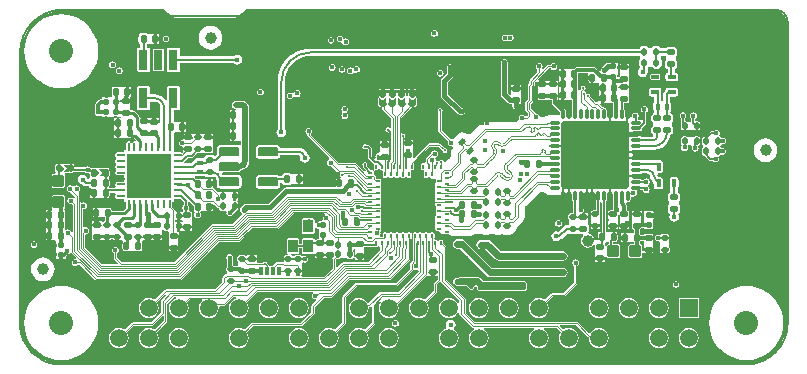
<source format=gbl>
G04*
G04 #@! TF.GenerationSoftware,Altium Limited,CircuitStudio,1.5.2 (30)*
G04*
G04 Layer_Physical_Order=4*
G04 Layer_Color=16711680*
%FSLAX25Y25*%
%MOIN*%
G70*
G01*
G75*
%ADD10C,0.00768*%
%ADD11C,0.03937*%
G04:AMPARAMS|DCode=15|XSize=23.62mil|YSize=19.69mil|CornerRadius=4.92mil|HoleSize=0mil|Usage=FLASHONLY|Rotation=180.000|XOffset=0mil|YOffset=0mil|HoleType=Round|Shape=RoundedRectangle|*
%AMROUNDEDRECTD15*
21,1,0.02362,0.00984,0,0,180.0*
21,1,0.01378,0.01969,0,0,180.0*
1,1,0.00984,-0.00689,0.00492*
1,1,0.00984,0.00689,0.00492*
1,1,0.00984,0.00689,-0.00492*
1,1,0.00984,-0.00689,-0.00492*
%
%ADD15ROUNDEDRECTD15*%
G04:AMPARAMS|DCode=16|XSize=23.62mil|YSize=19.69mil|CornerRadius=4.92mil|HoleSize=0mil|Usage=FLASHONLY|Rotation=270.000|XOffset=0mil|YOffset=0mil|HoleType=Round|Shape=RoundedRectangle|*
%AMROUNDEDRECTD16*
21,1,0.02362,0.00984,0,0,270.0*
21,1,0.01378,0.01969,0,0,270.0*
1,1,0.00984,-0.00492,-0.00689*
1,1,0.00984,-0.00492,0.00689*
1,1,0.00984,0.00492,0.00689*
1,1,0.00984,0.00492,-0.00689*
%
%ADD16ROUNDEDRECTD16*%
G04:AMPARAMS|DCode=20|XSize=14.17mil|YSize=23mil|CornerRadius=0.71mil|HoleSize=0mil|Usage=FLASHONLY|Rotation=180.000|XOffset=0mil|YOffset=0mil|HoleType=Round|Shape=RoundedRectangle|*
%AMROUNDEDRECTD20*
21,1,0.01417,0.02158,0,0,180.0*
21,1,0.01276,0.02300,0,0,180.0*
1,1,0.00142,-0.00638,0.01079*
1,1,0.00142,0.00638,0.01079*
1,1,0.00142,0.00638,-0.01079*
1,1,0.00142,-0.00638,-0.01079*
%
%ADD20ROUNDEDRECTD20*%
G04:AMPARAMS|DCode=21|XSize=14.17mil|YSize=23mil|CornerRadius=0.71mil|HoleSize=0mil|Usage=FLASHONLY|Rotation=90.000|XOffset=0mil|YOffset=0mil|HoleType=Round|Shape=RoundedRectangle|*
%AMROUNDEDRECTD21*
21,1,0.01417,0.02158,0,0,90.0*
21,1,0.01276,0.02300,0,0,90.0*
1,1,0.00142,0.01079,0.00638*
1,1,0.00142,0.01079,-0.00638*
1,1,0.00142,-0.01079,-0.00638*
1,1,0.00142,-0.01079,0.00638*
%
%ADD21ROUNDEDRECTD21*%
G04:AMPARAMS|DCode=22|XSize=23.62mil|YSize=17.72mil|CornerRadius=4.43mil|HoleSize=0mil|Usage=FLASHONLY|Rotation=270.000|XOffset=0mil|YOffset=0mil|HoleType=Round|Shape=RoundedRectangle|*
%AMROUNDEDRECTD22*
21,1,0.02362,0.00886,0,0,270.0*
21,1,0.01476,0.01772,0,0,270.0*
1,1,0.00886,-0.00443,-0.00738*
1,1,0.00886,-0.00443,0.00738*
1,1,0.00886,0.00443,0.00738*
1,1,0.00886,0.00443,-0.00738*
%
%ADD22ROUNDEDRECTD22*%
G04:AMPARAMS|DCode=23|XSize=23.62mil|YSize=17.72mil|CornerRadius=4.43mil|HoleSize=0mil|Usage=FLASHONLY|Rotation=0.000|XOffset=0mil|YOffset=0mil|HoleType=Round|Shape=RoundedRectangle|*
%AMROUNDEDRECTD23*
21,1,0.02362,0.00886,0,0,0.0*
21,1,0.01476,0.01772,0,0,0.0*
1,1,0.00886,0.00738,-0.00443*
1,1,0.00886,-0.00738,-0.00443*
1,1,0.00886,-0.00738,0.00443*
1,1,0.00886,0.00738,0.00443*
%
%ADD23ROUNDEDRECTD23*%
%ADD26R,0.16496X0.10492*%
G04:AMPARAMS|DCode=29|XSize=21.65mil|YSize=17.72mil|CornerRadius=4.43mil|HoleSize=0mil|Usage=FLASHONLY|Rotation=90.000|XOffset=0mil|YOffset=0mil|HoleType=Round|Shape=RoundedRectangle|*
%AMROUNDEDRECTD29*
21,1,0.02165,0.00886,0,0,90.0*
21,1,0.01280,0.01772,0,0,90.0*
1,1,0.00886,0.00443,0.00640*
1,1,0.00886,0.00443,-0.00640*
1,1,0.00886,-0.00443,-0.00640*
1,1,0.00886,-0.00443,0.00640*
%
%ADD29ROUNDEDRECTD29*%
G04:AMPARAMS|DCode=30|XSize=21.65mil|YSize=17.72mil|CornerRadius=4.43mil|HoleSize=0mil|Usage=FLASHONLY|Rotation=180.000|XOffset=0mil|YOffset=0mil|HoleType=Round|Shape=RoundedRectangle|*
%AMROUNDEDRECTD30*
21,1,0.02165,0.00886,0,0,180.0*
21,1,0.01280,0.01772,0,0,180.0*
1,1,0.00886,-0.00640,0.00443*
1,1,0.00886,0.00640,0.00443*
1,1,0.00886,0.00640,-0.00443*
1,1,0.00886,-0.00640,-0.00443*
%
%ADD30ROUNDEDRECTD30*%
%ADD44C,0.01000*%
%ADD45C,0.01200*%
%ADD46C,0.01400*%
%ADD47C,0.01600*%
%ADD48C,0.00400*%
%ADD49C,0.00350*%
%ADD50C,0.00800*%
%ADD51C,0.00600*%
%ADD52C,0.02400*%
%ADD53C,0.00500*%
%ADD58C,0.08000*%
%ADD59R,0.05906X0.05906*%
%ADD60C,0.05906*%
%ADD61C,0.02362*%
%ADD62C,0.03819*%
%ADD63C,0.01000*%
%ADD64C,0.01600*%
%ADD65C,0.04000*%
%ADD68C,0.02000*%
%ADD69C,0.00475*%
%ADD70C,0.00475*%
G04:AMPARAMS|DCode=71|XSize=65mil|YSize=30mil|CornerRadius=3mil|HoleSize=0mil|Usage=FLASHONLY|Rotation=180.000|XOffset=0mil|YOffset=0mil|HoleType=Round|Shape=RoundedRectangle|*
%AMROUNDEDRECTD71*
21,1,0.06500,0.02400,0,0,180.0*
21,1,0.05900,0.03000,0,0,180.0*
1,1,0.00600,-0.02950,0.01200*
1,1,0.00600,0.02950,0.01200*
1,1,0.00600,0.02950,-0.01200*
1,1,0.00600,-0.02950,-0.01200*
%
%ADD71ROUNDEDRECTD71*%
G04:AMPARAMS|DCode=72|XSize=35.43mil|YSize=43.31mil|CornerRadius=0.89mil|HoleSize=0mil|Usage=FLASHONLY|Rotation=0.000|XOffset=0mil|YOffset=0mil|HoleType=Round|Shape=RoundedRectangle|*
%AMROUNDEDRECTD72*
21,1,0.03543,0.04154,0,0,0.0*
21,1,0.03366,0.04331,0,0,0.0*
1,1,0.00177,0.01683,-0.02077*
1,1,0.00177,-0.01683,-0.02077*
1,1,0.00177,-0.01683,0.02077*
1,1,0.00177,0.01683,0.02077*
%
%ADD72ROUNDEDRECTD72*%
G04:AMPARAMS|DCode=73|XSize=64.96mil|YSize=29.92mil|CornerRadius=1.5mil|HoleSize=0mil|Usage=FLASHONLY|Rotation=90.000|XOffset=0mil|YOffset=0mil|HoleType=Round|Shape=RoundedRectangle|*
%AMROUNDEDRECTD73*
21,1,0.06496,0.02693,0,0,90.0*
21,1,0.06197,0.02992,0,0,90.0*
1,1,0.00299,0.01347,0.03098*
1,1,0.00299,0.01347,-0.03098*
1,1,0.00299,-0.01347,-0.03098*
1,1,0.00299,-0.01347,0.03098*
%
%ADD73ROUNDEDRECTD73*%
G04:AMPARAMS|DCode=74|XSize=23.62mil|YSize=17.72mil|CornerRadius=4.43mil|HoleSize=0mil|Usage=FLASHONLY|Rotation=225.000|XOffset=0mil|YOffset=0mil|HoleType=Round|Shape=RoundedRectangle|*
%AMROUNDEDRECTD74*
21,1,0.02362,0.00886,0,0,225.0*
21,1,0.01476,0.01772,0,0,225.0*
1,1,0.00886,-0.00835,-0.00209*
1,1,0.00886,0.00209,0.00835*
1,1,0.00886,0.00835,0.00209*
1,1,0.00886,-0.00209,-0.00835*
%
%ADD74ROUNDEDRECTD74*%
G04:AMPARAMS|DCode=75|XSize=25.59mil|YSize=13.78mil|CornerRadius=1.38mil|HoleSize=0mil|Usage=FLASHONLY|Rotation=90.000|XOffset=0mil|YOffset=0mil|HoleType=Round|Shape=RoundedRectangle|*
%AMROUNDEDRECTD75*
21,1,0.02559,0.01102,0,0,90.0*
21,1,0.02284,0.01378,0,0,90.0*
1,1,0.00276,0.00551,0.01142*
1,1,0.00276,0.00551,-0.01142*
1,1,0.00276,-0.00551,-0.01142*
1,1,0.00276,-0.00551,0.01142*
%
%ADD75ROUNDEDRECTD75*%
G04:AMPARAMS|DCode=76|XSize=25.59mil|YSize=13.78mil|CornerRadius=1.38mil|HoleSize=0mil|Usage=FLASHONLY|Rotation=180.000|XOffset=0mil|YOffset=0mil|HoleType=Round|Shape=RoundedRectangle|*
%AMROUNDEDRECTD76*
21,1,0.02559,0.01102,0,0,180.0*
21,1,0.02284,0.01378,0,0,180.0*
1,1,0.00276,-0.01142,0.00551*
1,1,0.00276,0.01142,0.00551*
1,1,0.00276,0.01142,-0.00551*
1,1,0.00276,-0.01142,-0.00551*
%
%ADD76ROUNDEDRECTD76*%
G04:AMPARAMS|DCode=77|XSize=29.53mil|YSize=11.81mil|CornerRadius=2.95mil|HoleSize=0mil|Usage=FLASHONLY|Rotation=270.000|XOffset=0mil|YOffset=0mil|HoleType=Round|Shape=RoundedRectangle|*
%AMROUNDEDRECTD77*
21,1,0.02953,0.00591,0,0,270.0*
21,1,0.02363,0.01181,0,0,270.0*
1,1,0.00591,-0.00295,-0.01181*
1,1,0.00591,-0.00295,0.01181*
1,1,0.00591,0.00295,0.01181*
1,1,0.00591,0.00295,-0.01181*
%
%ADD77ROUNDEDRECTD77*%
G04:AMPARAMS|DCode=78|XSize=57.09mil|YSize=53.15mil|CornerRadius=5.32mil|HoleSize=0mil|Usage=FLASHONLY|Rotation=180.000|XOffset=0mil|YOffset=0mil|HoleType=Round|Shape=RoundedRectangle|*
%AMROUNDEDRECTD78*
21,1,0.05709,0.04252,0,0,180.0*
21,1,0.04646,0.05315,0,0,180.0*
1,1,0.01063,-0.02323,0.02126*
1,1,0.01063,0.02323,0.02126*
1,1,0.01063,0.02323,-0.02126*
1,1,0.01063,-0.02323,-0.02126*
%
%ADD78ROUNDEDRECTD78*%
G04:AMPARAMS|DCode=79|XSize=15.75mil|YSize=8.66mil|CornerRadius=0.87mil|HoleSize=0mil|Usage=FLASHONLY|Rotation=180.000|XOffset=0mil|YOffset=0mil|HoleType=Round|Shape=RoundedRectangle|*
%AMROUNDEDRECTD79*
21,1,0.01575,0.00693,0,0,180.0*
21,1,0.01402,0.00866,0,0,180.0*
1,1,0.00173,-0.00701,0.00347*
1,1,0.00173,0.00701,0.00347*
1,1,0.00173,0.00701,-0.00347*
1,1,0.00173,-0.00701,-0.00347*
%
%ADD79ROUNDEDRECTD79*%
G04:AMPARAMS|DCode=80|XSize=15.75mil|YSize=8.66mil|CornerRadius=0.87mil|HoleSize=0mil|Usage=FLASHONLY|Rotation=90.000|XOffset=0mil|YOffset=0mil|HoleType=Round|Shape=RoundedRectangle|*
%AMROUNDEDRECTD80*
21,1,0.01575,0.00693,0,0,90.0*
21,1,0.01402,0.00866,0,0,90.0*
1,1,0.00173,0.00347,0.00701*
1,1,0.00173,0.00347,-0.00701*
1,1,0.00173,-0.00347,-0.00701*
1,1,0.00173,-0.00347,0.00701*
%
%ADD80ROUNDEDRECTD80*%
G04:AMPARAMS|DCode=81|XSize=173.23mil|YSize=173.23mil|CornerRadius=4.33mil|HoleSize=0mil|Usage=FLASHONLY|Rotation=180.000|XOffset=0mil|YOffset=0mil|HoleType=Round|Shape=RoundedRectangle|*
%AMROUNDEDRECTD81*
21,1,0.17323,0.16457,0,0,180.0*
21,1,0.16457,0.17323,0,0,180.0*
1,1,0.00866,-0.08228,0.08228*
1,1,0.00866,0.08228,0.08228*
1,1,0.00866,0.08228,-0.08228*
1,1,0.00866,-0.08228,-0.08228*
%
%ADD81ROUNDEDRECTD81*%
G04:AMPARAMS|DCode=82|XSize=33.47mil|YSize=11.81mil|CornerRadius=4.72mil|HoleSize=0mil|Usage=FLASHONLY|Rotation=180.000|XOffset=0mil|YOffset=0mil|HoleType=Round|Shape=RoundedRectangle|*
%AMROUNDEDRECTD82*
21,1,0.03347,0.00236,0,0,180.0*
21,1,0.02402,0.01181,0,0,180.0*
1,1,0.00945,-0.01201,0.00118*
1,1,0.00945,0.01201,0.00118*
1,1,0.00945,0.01201,-0.00118*
1,1,0.00945,-0.01201,-0.00118*
%
%ADD82ROUNDEDRECTD82*%
G04:AMPARAMS|DCode=83|XSize=33.47mil|YSize=11.81mil|CornerRadius=4.72mil|HoleSize=0mil|Usage=FLASHONLY|Rotation=90.000|XOffset=0mil|YOffset=0mil|HoleType=Round|Shape=RoundedRectangle|*
%AMROUNDEDRECTD83*
21,1,0.03347,0.00236,0,0,90.0*
21,1,0.02402,0.01181,0,0,90.0*
1,1,0.00945,0.00118,0.01201*
1,1,0.00945,0.00118,-0.01201*
1,1,0.00945,-0.00118,-0.01201*
1,1,0.00945,-0.00118,0.01201*
%
%ADD83ROUNDEDRECTD83*%
G04:AMPARAMS|DCode=84|XSize=224.41mil|YSize=224.41mil|CornerRadius=5.61mil|HoleSize=0mil|Usage=FLASHONLY|Rotation=90.000|XOffset=0mil|YOffset=0mil|HoleType=Round|Shape=RoundedRectangle|*
%AMROUNDEDRECTD84*
21,1,0.22441,0.21319,0,0,90.0*
21,1,0.21319,0.22441,0,0,90.0*
1,1,0.01122,0.10659,0.10659*
1,1,0.01122,0.10659,-0.10659*
1,1,0.01122,-0.10659,-0.10659*
1,1,0.01122,-0.10659,0.10659*
%
%ADD84ROUNDEDRECTD84*%
%ADD85R,0.14567X0.14567*%
%ADD86O,0.03150X0.00984*%
%ADD87O,0.00984X0.03150*%
G04:AMPARAMS|DCode=88|XSize=39.37mil|YSize=37.4mil|CornerRadius=1.87mil|HoleSize=0mil|Usage=FLASHONLY|Rotation=180.000|XOffset=0mil|YOffset=0mil|HoleType=Round|Shape=RoundedRectangle|*
%AMROUNDEDRECTD88*
21,1,0.03937,0.03366,0,0,180.0*
21,1,0.03563,0.03740,0,0,180.0*
1,1,0.00374,-0.01782,0.01683*
1,1,0.00374,0.01782,0.01683*
1,1,0.00374,0.01782,-0.01683*
1,1,0.00374,-0.01782,-0.01683*
%
%ADD88ROUNDEDRECTD88*%
G04:AMPARAMS|DCode=89|XSize=39.37mil|YSize=37.4mil|CornerRadius=1.87mil|HoleSize=0mil|Usage=FLASHONLY|Rotation=90.000|XOffset=0mil|YOffset=0mil|HoleType=Round|Shape=RoundedRectangle|*
%AMROUNDEDRECTD89*
21,1,0.03937,0.03366,0,0,90.0*
21,1,0.03563,0.03740,0,0,90.0*
1,1,0.00374,0.01683,0.01782*
1,1,0.00374,0.01683,-0.01782*
1,1,0.00374,-0.01683,-0.01782*
1,1,0.00374,-0.01683,0.01782*
%
%ADD89ROUNDEDRECTD89*%
%ADD90C,0.00475*%
%ADD91C,0.00760*%
%ADD92C,0.00700*%
%ADD93R,0.02692X0.01425*%
%ADD94R,0.01500X0.01900*%
G36*
X1048995Y817364D02*
X1082175D01*
X1082867Y816672D01*
X1083979Y815819D01*
X1084894Y815440D01*
X1085273Y815283D01*
X1086662Y815100D01*
X1105890D01*
X1107278Y815283D01*
X1108572Y815819D01*
X1109684Y816672D01*
X1110376Y817364D01*
X1286362D01*
X1286471Y817378D01*
X1287353Y817262D01*
X1288277Y816880D01*
X1289070Y816271D01*
X1289678Y815478D01*
X1290061Y814555D01*
X1290177Y813673D01*
X1290162Y813564D01*
Y713281D01*
X1290186Y713103D01*
X1290034Y711177D01*
X1289542Y709125D01*
X1288734Y707174D01*
X1287631Y705375D01*
X1286260Y703770D01*
X1284655Y702399D01*
X1282856Y701296D01*
X1280905Y700488D01*
X1278853Y699996D01*
X1276927Y699844D01*
X1276749Y699867D01*
X1047891Y699867D01*
X1047720Y699845D01*
X1045867Y699991D01*
X1043893Y700465D01*
X1042017Y701242D01*
X1040286Y702302D01*
X1038742Y703621D01*
X1037424Y705165D01*
X1036363Y706896D01*
X1035586Y708771D01*
X1035112Y710745D01*
X1034966Y712599D01*
X1034989Y712769D01*
X1034989Y796470D01*
Y803358D01*
X1034964Y803544D01*
X1035122Y805555D01*
X1035637Y807698D01*
X1036480Y809734D01*
X1037632Y811613D01*
X1039063Y813290D01*
X1040739Y814721D01*
X1042618Y815872D01*
X1044655Y816716D01*
X1046798Y817230D01*
X1048809Y817389D01*
X1048995Y817364D01*
D02*
G37*
%LPC*%
G36*
X1098973Y751342D02*
X1098186D01*
Y750505D01*
X1098973D01*
Y751342D01*
D02*
G37*
G36*
X1245741Y750604D02*
X1244741D01*
Y750498D01*
X1243541D01*
Y750604D01*
X1242541D01*
Y749604D01*
X1242724D01*
Y748835D01*
X1242725Y748828D01*
X1242541Y748604D01*
X1242541D01*
Y746721D01*
X1241779D01*
Y749179D01*
X1238629D01*
Y746029D01*
X1238687D01*
Y745242D01*
X1238629D01*
Y744454D01*
X1239084D01*
X1239198Y744378D01*
X1239266Y744365D01*
Y743273D01*
X1236661D01*
Y740124D01*
X1239266D01*
Y739469D01*
X1237936D01*
X1237548Y739308D01*
X1237387Y738920D01*
Y735554D01*
X1237548Y735166D01*
X1237936Y735005D01*
X1241499D01*
X1241887Y735166D01*
X1242048Y735554D01*
Y736506D01*
X1242517Y736580D01*
X1242548Y736580D01*
X1243403D01*
Y737368D01*
X1242548D01*
X1242517Y737368D01*
X1242048Y737442D01*
Y738920D01*
X1241887Y739308D01*
X1241499Y739469D01*
X1241142D01*
Y740124D01*
X1241385D01*
Y740579D01*
X1241461Y740693D01*
X1241475Y740760D01*
X1242566D01*
Y738155D01*
X1245716D01*
Y741305D01*
X1245658D01*
Y742092D01*
X1245716D01*
Y742879D01*
X1245261D01*
X1245147Y742955D01*
X1244830Y743018D01*
X1243452D01*
X1243135Y742955D01*
X1243021Y742879D01*
X1242566D01*
Y742636D01*
X1241475D01*
X1241461Y742704D01*
X1241385Y742818D01*
Y743273D01*
X1241142D01*
Y744365D01*
X1241210Y744378D01*
X1241324Y744454D01*
X1241779D01*
Y744845D01*
X1242541D01*
Y744604D01*
X1243541D01*
Y744710D01*
X1244741D01*
Y744604D01*
X1245741D01*
Y745604D01*
X1245559D01*
Y746374D01*
X1245558Y746381D01*
X1245741Y746604D01*
X1245741D01*
Y748104D01*
X1246082Y748172D01*
X1246452Y748420D01*
X1246700Y748790D01*
X1246786Y749227D01*
X1246700Y749664D01*
X1246452Y750035D01*
X1246082Y750282D01*
X1245741Y750350D01*
Y750604D01*
D02*
G37*
G36*
X1241828Y750753D02*
X1240942D01*
Y749966D01*
X1241828D01*
Y750753D01*
D02*
G37*
G36*
X1107176Y756959D02*
X1106585D01*
Y756172D01*
X1107176D01*
Y756959D01*
D02*
G37*
G36*
X1128796Y760496D02*
X1128009D01*
Y759659D01*
X1128796D01*
Y760496D01*
D02*
G37*
G36*
X1059613Y751656D02*
X1058826D01*
Y750819D01*
X1059613D01*
Y751656D01*
D02*
G37*
G36*
X1058813Y755943D02*
X1058026D01*
Y755106D01*
X1058813D01*
Y755943D01*
D02*
G37*
G36*
X1239466Y750753D02*
X1238629D01*
Y749966D01*
X1239466D01*
Y750753D01*
D02*
G37*
G36*
X1044013Y748443D02*
X1043226D01*
Y747905D01*
X1043226Y747606D01*
Y747506D01*
Y747405D01*
X1043226Y747106D01*
Y746519D01*
X1044013D01*
Y747106D01*
X1044013Y747405D01*
Y747506D01*
Y747606D01*
X1044013Y747905D01*
Y748443D01*
D02*
G37*
G36*
X1059437Y747231D02*
X1058601D01*
Y746443D01*
X1059437D01*
Y747231D01*
D02*
G37*
G36*
X1214165Y747681D02*
X1213728Y747594D01*
X1213357Y747346D01*
X1213110Y746976D01*
X1213023Y746539D01*
X1213110Y746102D01*
X1213357Y745731D01*
X1213728Y745484D01*
X1214165Y745397D01*
X1214602Y745484D01*
X1214972Y745731D01*
X1215220Y746102D01*
X1215306Y746539D01*
X1215220Y746976D01*
X1214972Y747346D01*
X1214602Y747594D01*
X1214165Y747681D01*
D02*
G37*
G36*
X1253186Y762023D02*
X1252083D01*
X1251718Y761950D01*
X1251407Y761743D01*
X1251200Y761433D01*
X1251127Y761067D01*
Y758783D01*
X1251200Y758418D01*
X1251407Y758107D01*
X1251428Y758094D01*
Y757022D01*
X1251055Y756773D01*
X1250770Y756346D01*
X1250669Y755842D01*
Y754857D01*
X1250770Y754353D01*
X1251055Y753926D01*
X1251101Y753895D01*
Y752867D01*
X1251055Y752836D01*
X1250770Y752409D01*
X1250669Y751905D01*
Y750920D01*
X1250770Y750416D01*
X1251055Y749989D01*
X1251449Y749726D01*
X1251168Y749305D01*
X1251044Y748681D01*
X1251168Y748057D01*
X1251522Y747528D01*
X1252051Y747174D01*
X1252676Y747050D01*
X1253300Y747174D01*
X1253829Y747528D01*
X1254183Y748057D01*
X1254307Y748681D01*
X1254183Y749305D01*
X1253902Y749726D01*
X1254296Y749989D01*
X1254582Y750416D01*
X1254682Y750920D01*
Y751905D01*
X1254582Y752409D01*
X1254296Y752836D01*
X1254250Y752867D01*
Y753895D01*
X1254296Y753926D01*
X1254582Y754353D01*
X1254682Y754857D01*
Y755842D01*
X1254582Y756346D01*
X1254296Y756773D01*
X1253869Y757059D01*
X1253842Y757064D01*
Y758094D01*
X1253862Y758107D01*
X1254069Y758418D01*
X1254142Y758783D01*
Y761067D01*
X1254069Y761433D01*
X1253862Y761743D01*
X1253552Y761950D01*
X1253186Y762023D01*
D02*
G37*
G36*
X1044013Y750805D02*
X1043226D01*
Y749919D01*
X1044013D01*
Y750805D01*
D02*
G37*
G36*
X1127576Y721582D02*
X1126721Y721470D01*
X1125925Y721140D01*
X1125241Y720615D01*
X1124717Y719932D01*
X1124387Y719136D01*
X1124275Y718281D01*
X1124387Y717427D01*
X1124717Y716631D01*
X1125241Y715947D01*
X1125925Y715422D01*
X1126721Y715093D01*
X1127576Y714980D01*
X1128430Y715093D01*
X1129226Y715422D01*
X1129910Y715947D01*
X1130434Y716631D01*
X1130764Y717427D01*
X1130877Y718281D01*
X1130764Y719136D01*
X1130434Y719932D01*
X1129910Y720615D01*
X1129226Y721140D01*
X1128430Y721470D01*
X1127576Y721582D01*
D02*
G37*
G36*
X1059613Y749343D02*
X1058826D01*
Y748506D01*
X1059613D01*
Y749343D01*
D02*
G37*
G36*
X1266776Y777723D02*
X1266339Y777636D01*
X1265968Y777389D01*
X1265908Y777299D01*
X1265076D01*
X1264801Y777244D01*
X1264568Y777088D01*
X1262877Y775397D01*
X1262733D01*
X1262435Y775338D01*
X1262317Y775259D01*
X1262176D01*
Y775159D01*
X1262014Y774917D01*
X1261955Y774619D01*
Y773143D01*
X1262014Y772845D01*
X1262176Y772603D01*
Y772503D01*
X1262176D01*
X1262191Y772003D01*
X1262176Y771959D01*
D01*
X1262075Y771746D01*
X1262014Y771617D01*
X1261997Y771533D01*
X1261955Y771319D01*
Y769843D01*
X1262014Y769545D01*
X1262176Y769303D01*
Y769203D01*
X1262317D01*
X1262435Y769124D01*
X1262663Y769079D01*
X1264268Y767474D01*
X1264501Y767318D01*
X1264546Y767309D01*
X1264776Y767264D01*
X1265608D01*
X1265668Y767174D01*
X1266039Y766926D01*
X1266476Y766839D01*
X1266913Y766926D01*
X1267283Y767174D01*
X1267531Y767544D01*
X1267618Y767981D01*
X1267531Y768418D01*
X1267432Y768565D01*
X1267554Y768892D01*
X1267682Y769078D01*
X1267721Y769086D01*
X1267916Y769124D01*
X1268176Y769187D01*
X1268176Y769187D01*
X1268596Y769494D01*
X1268828Y769449D01*
X1268876Y769439D01*
X1269313Y769526D01*
X1269683Y769774D01*
X1269931Y770144D01*
X1270018Y770581D01*
X1269931Y771018D01*
X1269683Y771389D01*
X1269313Y771636D01*
X1268876Y771723D01*
X1268828Y771713D01*
X1268596Y771668D01*
X1268176Y771959D01*
Y771959D01*
X1268176Y771959D01*
X1268103Y772288D01*
X1268176Y772487D01*
D01*
X1268504Y772851D01*
X1268851Y772864D01*
X1268976Y772839D01*
X1269413Y772926D01*
X1269783Y773174D01*
X1270031Y773544D01*
X1270117Y773981D01*
X1270031Y774418D01*
X1269783Y774789D01*
X1269413Y775036D01*
X1268976Y775123D01*
X1268781Y775084D01*
X1268633Y775055D01*
X1268176Y775259D01*
Y775259D01*
X1267834Y775446D01*
X1267703Y775953D01*
X1267831Y776144D01*
X1267918Y776581D01*
X1267831Y777018D01*
X1267583Y777389D01*
X1267213Y777636D01*
X1266776Y777723D01*
D02*
G37*
G36*
X1155437Y773846D02*
X1154600D01*
Y773058D01*
X1155437D01*
Y773846D01*
D02*
G37*
G36*
X1120283Y772689D02*
X1114383D01*
X1113953Y772604D01*
X1113590Y772361D01*
X1113346Y771997D01*
X1113261Y771568D01*
Y769168D01*
X1113346Y768739D01*
X1113590Y768375D01*
X1113953Y768131D01*
X1114383Y768046D01*
X1120283D01*
X1120712Y768131D01*
X1121076Y768375D01*
X1121319Y768739D01*
X1121403Y769161D01*
X1127536D01*
Y769150D01*
X1127646Y769128D01*
X1128017Y768648D01*
X1127952Y768321D01*
X1128076Y767696D01*
X1128430Y767167D01*
X1128959Y766813D01*
X1129583Y766689D01*
X1130208Y766813D01*
X1130737Y767167D01*
X1131091Y767696D01*
X1131215Y768321D01*
X1131091Y768945D01*
X1130737Y769474D01*
X1130486Y769641D01*
X1130359Y769950D01*
X1129841Y770625D01*
X1129166Y771143D01*
X1128380Y771468D01*
X1127536Y771579D01*
Y771575D01*
X1121403D01*
X1121319Y771997D01*
X1121076Y772361D01*
X1120712Y772604D01*
X1120283Y772689D01*
D02*
G37*
G36*
X1283127Y774856D02*
X1282099Y774721D01*
X1281141Y774324D01*
X1280319Y773693D01*
X1279688Y772871D01*
X1279291Y771913D01*
X1279156Y770886D01*
X1279291Y769858D01*
X1279688Y768900D01*
X1280319Y768078D01*
X1281141Y767447D01*
X1282099Y767050D01*
X1283127Y766915D01*
X1284155Y767050D01*
X1285112Y767447D01*
X1285935Y768078D01*
X1286566Y768900D01*
X1286962Y769858D01*
X1287098Y770886D01*
X1286962Y771913D01*
X1286566Y772871D01*
X1285935Y773693D01*
X1285112Y774324D01*
X1284155Y774721D01*
X1283127Y774856D01*
D02*
G37*
G36*
X1066813Y775843D02*
X1066026D01*
Y775006D01*
X1066813D01*
Y775843D01*
D02*
G37*
G36*
X1260618Y775497D02*
X1259733D01*
X1259435Y775438D01*
X1259317Y775359D01*
X1257034D01*
X1256916Y775438D01*
X1256618Y775497D01*
X1255733D01*
X1255435Y775438D01*
X1255317Y775359D01*
X1255176D01*
Y775259D01*
X1255014Y775017D01*
X1254955Y774719D01*
Y773405D01*
X1254955Y773243D01*
X1255014Y772945D01*
D01*
Y772945D01*
D01*
X1255160Y772503D01*
X1255104Y772133D01*
X1255034Y771781D01*
X1255121Y771344D01*
X1255368Y770974D01*
X1255739Y770726D01*
X1256176Y770639D01*
X1256613Y770726D01*
X1256983Y770974D01*
X1257231Y771344D01*
X1257318Y771781D01*
X1257253Y772103D01*
X1257455Y772470D01*
X1257575Y772603D01*
X1258410D01*
X1258677Y772103D01*
X1258621Y772018D01*
X1258534Y771581D01*
X1258621Y771144D01*
X1258868Y770774D01*
X1259239Y770526D01*
X1259676Y770439D01*
X1260113Y770526D01*
X1260483Y770774D01*
X1260731Y771144D01*
X1260818Y771581D01*
X1260738Y771979D01*
X1260738Y772038D01*
X1260896Y772468D01*
X1260970Y772560D01*
X1261011Y772587D01*
X1261176D01*
Y772703D01*
X1261337Y772945D01*
X1261396Y773243D01*
Y774719D01*
X1261337Y775017D01*
X1261176Y775259D01*
Y775359D01*
X1261034D01*
X1260916Y775438D01*
X1260618Y775497D01*
D02*
G37*
G36*
X1165607Y774423D02*
X1164771D01*
Y773635D01*
X1165607D01*
Y774423D01*
D02*
G37*
G36*
X1105248Y774924D02*
X1104461D01*
Y774087D01*
X1105248D01*
Y774924D01*
D02*
G37*
G36*
X1128796Y762809D02*
X1128009D01*
Y761972D01*
X1128796D01*
Y762809D01*
D02*
G37*
G36*
X1117576Y721582D02*
X1116721Y721470D01*
X1115925Y721140D01*
X1115241Y720615D01*
X1114717Y719932D01*
X1114387Y719136D01*
X1114275Y718281D01*
X1114387Y717427D01*
X1114717Y716631D01*
X1115241Y715947D01*
X1115925Y715422D01*
X1116721Y715093D01*
X1117576Y714980D01*
X1118430Y715093D01*
X1119226Y715422D01*
X1119910Y715947D01*
X1120434Y716631D01*
X1120764Y717427D01*
X1120877Y718281D01*
X1120764Y719136D01*
X1120434Y719932D01*
X1119910Y720615D01*
X1119226Y721140D01*
X1118430Y721470D01*
X1117576Y721582D01*
D02*
G37*
G36*
X1098973Y761332D02*
X1098186D01*
Y760496D01*
X1098973D01*
Y761332D01*
D02*
G37*
G36*
X1140613Y761405D02*
X1139826D01*
Y760519D01*
X1140613D01*
Y761405D01*
D02*
G37*
G36*
X1257576Y711582D02*
X1256721Y711470D01*
X1255925Y711140D01*
X1255241Y710615D01*
X1254717Y709932D01*
X1254387Y709135D01*
X1254275Y708281D01*
X1254387Y707427D01*
X1254717Y706631D01*
X1255241Y705947D01*
X1255925Y705422D01*
X1256721Y705093D01*
X1257576Y704980D01*
X1258430Y705093D01*
X1259226Y705422D01*
X1259910Y705947D01*
X1260434Y706631D01*
X1260764Y707427D01*
X1260877Y708281D01*
X1260764Y709135D01*
X1260434Y709932D01*
X1259910Y710615D01*
X1259226Y711140D01*
X1258430Y711470D01*
X1257576Y711582D01*
D02*
G37*
G36*
X1247576D02*
X1246721Y711470D01*
X1245925Y711140D01*
X1245241Y710615D01*
X1244717Y709932D01*
X1244387Y709135D01*
X1244275Y708281D01*
X1244387Y707427D01*
X1244717Y706631D01*
X1245241Y705947D01*
X1245925Y705422D01*
X1246721Y705093D01*
X1247576Y704980D01*
X1248430Y705093D01*
X1249226Y705422D01*
X1249910Y705947D01*
X1250434Y706631D01*
X1250764Y707427D01*
X1250877Y708281D01*
X1250764Y709135D01*
X1250434Y709932D01*
X1249910Y710615D01*
X1249226Y711140D01*
X1248430Y711470D01*
X1247576Y711582D01*
D02*
G37*
G36*
X1159776Y714323D02*
X1159339Y714236D01*
X1158968Y713989D01*
X1158721Y713618D01*
X1158634Y713181D01*
X1158721Y712744D01*
X1158968Y712374D01*
X1159339Y712126D01*
X1159776Y712039D01*
X1160213Y712126D01*
X1160583Y712374D01*
X1160831Y712744D01*
X1160917Y713181D01*
X1160831Y713618D01*
X1160583Y713989D01*
X1160213Y714236D01*
X1159776Y714323D01*
D02*
G37*
G36*
X1124170Y763240D02*
X1123186D01*
X1122682Y763140D01*
X1122254Y762854D01*
X1121978Y762441D01*
X1120956D01*
X1120712Y762604D01*
X1120283Y762689D01*
X1114383D01*
X1113953Y762604D01*
X1113590Y762361D01*
X1113346Y761997D01*
X1113261Y761568D01*
Y759168D01*
X1113346Y758739D01*
X1113590Y758375D01*
X1113953Y758132D01*
X1114383Y758046D01*
X1120283D01*
X1120712Y758132D01*
X1121076Y758375D01*
X1121319Y758739D01*
X1121404Y759168D01*
Y760027D01*
X1121978D01*
X1122254Y759613D01*
X1122682Y759328D01*
X1123186Y759227D01*
X1124170D01*
X1124674Y759328D01*
X1125102Y759613D01*
X1125132Y759659D01*
X1127221D01*
Y762809D01*
X1125132D01*
X1125102Y762854D01*
X1124674Y763140D01*
X1124170Y763240D01*
D02*
G37*
G36*
X1187576Y721582D02*
X1186721Y721470D01*
X1185925Y721140D01*
X1185241Y720615D01*
X1184717Y719932D01*
X1184387Y719136D01*
X1184275Y718281D01*
X1184387Y717427D01*
X1184717Y716631D01*
X1185241Y715947D01*
X1185925Y715422D01*
X1186721Y715093D01*
X1187576Y714980D01*
X1188430Y715093D01*
X1189226Y715422D01*
X1189910Y715947D01*
X1190434Y716631D01*
X1190764Y717427D01*
X1190877Y718281D01*
X1190764Y719136D01*
X1190434Y719932D01*
X1189910Y720615D01*
X1189226Y721140D01*
X1188430Y721470D01*
X1187576Y721582D01*
D02*
G37*
G36*
X1113600Y735861D02*
X1112714D01*
Y735073D01*
X1113600D01*
Y735861D01*
D02*
G37*
G36*
X1247576Y721582D02*
X1246721Y721470D01*
X1245925Y721140D01*
X1245241Y720615D01*
X1244717Y719932D01*
X1244387Y719136D01*
X1244275Y718281D01*
X1244387Y717427D01*
X1244717Y716631D01*
X1245241Y715947D01*
X1245925Y715422D01*
X1246721Y715093D01*
X1247576Y714980D01*
X1248430Y715093D01*
X1249226Y715422D01*
X1249910Y715947D01*
X1250434Y716631D01*
X1250764Y717427D01*
X1250877Y718281D01*
X1250764Y719136D01*
X1250434Y719932D01*
X1249910Y720615D01*
X1249226Y721140D01*
X1248430Y721470D01*
X1247576Y721582D01*
D02*
G37*
G36*
X1260848Y721554D02*
X1254303D01*
Y715008D01*
X1260848D01*
Y721554D01*
D02*
G37*
G36*
X1245716Y737368D02*
X1244879D01*
Y736580D01*
X1245716D01*
Y737368D01*
D02*
G37*
G36*
X1039276Y740623D02*
X1038839Y740536D01*
X1038468Y740289D01*
X1038221Y739918D01*
X1038134Y739481D01*
X1038221Y739044D01*
X1038468Y738674D01*
X1038839Y738426D01*
X1039276Y738339D01*
X1039713Y738426D01*
X1040083Y738674D01*
X1040331Y739044D01*
X1040417Y739481D01*
X1040331Y739918D01*
X1040083Y740289D01*
X1039713Y740536D01*
X1039276Y740623D01*
D02*
G37*
G36*
X1087450Y738019D02*
X1086614D01*
Y737231D01*
X1087450D01*
Y738019D01*
D02*
G37*
G36*
X1085137D02*
X1084301D01*
Y737231D01*
X1085137D01*
Y738019D01*
D02*
G37*
G36*
X1219876Y734523D02*
X1219439Y734436D01*
X1219068Y734189D01*
X1218821Y733818D01*
X1218734Y733381D01*
X1218821Y732944D01*
X1219068Y732574D01*
X1219313Y732410D01*
Y726914D01*
X1215642Y723244D01*
X1211976D01*
X1211578Y723079D01*
X1209459Y720961D01*
X1209226Y721140D01*
X1208430Y721470D01*
X1207576Y721582D01*
X1206721Y721470D01*
X1205925Y721140D01*
X1205241Y720615D01*
X1204717Y719932D01*
X1204387Y719136D01*
X1204275Y718281D01*
X1204387Y717427D01*
X1204717Y716631D01*
X1205241Y715947D01*
X1205925Y715422D01*
X1206721Y715093D01*
X1207576Y714980D01*
X1208430Y715093D01*
X1209226Y715422D01*
X1209910Y715947D01*
X1210434Y716631D01*
X1210764Y717427D01*
X1210877Y718281D01*
X1210764Y719136D01*
X1210434Y719932D01*
X1210255Y720165D01*
X1212209Y722118D01*
X1215876D01*
X1216274Y722283D01*
X1220274Y726283D01*
X1220274Y726283D01*
X1220438Y726681D01*
Y732410D01*
X1220683Y732574D01*
X1220931Y732944D01*
X1221017Y733381D01*
X1220931Y733818D01*
X1220683Y734189D01*
X1220313Y734436D01*
X1219876Y734523D01*
D02*
G37*
G36*
X1181976Y741131D02*
X1180376D01*
X1179782Y741013D01*
X1179280Y740677D01*
X1178944Y740174D01*
X1178826Y739581D01*
X1178944Y738988D01*
X1179280Y738485D01*
X1179782Y738149D01*
X1180376Y738031D01*
X1181334D01*
X1190280Y729085D01*
X1190783Y728749D01*
X1191376Y728631D01*
X1215676D01*
X1216269Y728749D01*
X1216772Y729085D01*
X1217107Y729588D01*
X1217225Y730181D01*
X1217107Y730774D01*
X1216772Y731277D01*
X1216269Y731613D01*
X1215676Y731731D01*
X1192017D01*
X1183072Y740677D01*
X1182569Y741013D01*
X1181976Y741131D01*
D02*
G37*
G36*
X1187721Y728482D02*
X1180977D01*
X1180884Y728444D01*
X1180785Y728424D01*
X1180677Y728352D01*
X1180376Y728292D01*
X1180306Y728306D01*
X1180299Y728305D01*
X1180293Y728308D01*
X1180170Y728279D01*
X1180046Y728254D01*
X1180042Y728249D01*
X1180035Y728247D01*
X1179937Y728176D01*
X1179739Y728136D01*
X1179368Y727889D01*
X1179121Y727518D01*
X1179034Y727081D01*
X1179121Y726644D01*
X1179368Y726274D01*
X1179460Y726212D01*
X1179494Y726131D01*
X1179931Y725694D01*
X1180176Y725593D01*
X1183574D01*
X1184031Y725136D01*
X1184834Y724333D01*
X1184850Y724326D01*
X1184857Y724311D01*
X1184970Y724276D01*
X1185079Y724231D01*
X1185095Y724237D01*
X1185110Y724232D01*
X1185372Y724256D01*
X1185487Y724317D01*
X1185603Y724374D01*
X1185986Y724817D01*
X1186014Y724902D01*
X1186064Y724976D01*
X1186114Y725229D01*
X1186219Y725385D01*
X1186375Y725490D01*
X1186560Y725527D01*
X1186745Y725490D01*
X1186902Y725385D01*
X1187006Y725229D01*
X1187043Y725044D01*
X1187004Y724849D01*
X1187020Y724771D01*
X1187009Y724693D01*
X1187040Y724574D01*
X1187077Y724525D01*
X1187090Y724465D01*
X1187353Y724084D01*
X1187381Y724066D01*
X1187393Y724036D01*
X1187489Y723997D01*
X1187576Y723940D01*
X1187608Y723947D01*
X1187638Y723935D01*
X1202876D01*
X1203121Y724036D01*
X1203621Y724536D01*
X1203722Y724781D01*
Y726381D01*
X1203621Y726626D01*
X1203179Y727068D01*
X1202934Y727169D01*
X1189177D01*
X1187965Y728381D01*
X1187721Y728482D01*
D02*
G37*
G36*
X1042280Y735185D02*
X1041253Y735050D01*
X1040295Y734653D01*
X1039472Y734022D01*
X1038841Y733200D01*
X1038445Y732242D01*
X1038309Y731214D01*
X1038445Y730186D01*
X1038841Y729229D01*
X1039472Y728406D01*
X1040295Y727775D01*
X1041253Y727379D01*
X1042280Y727243D01*
X1043308Y727379D01*
X1044266Y727775D01*
X1045088Y728406D01*
X1045719Y729229D01*
X1046116Y730186D01*
X1046251Y731214D01*
X1046116Y732242D01*
X1045719Y733200D01*
X1045088Y734022D01*
X1044266Y734653D01*
X1043308Y735050D01*
X1042280Y735185D01*
D02*
G37*
G36*
X1253276Y727323D02*
X1252839Y727236D01*
X1252468Y726989D01*
X1252221Y726618D01*
X1252134Y726181D01*
X1252221Y725744D01*
X1252468Y725374D01*
X1252839Y725126D01*
X1253276Y725039D01*
X1253713Y725126D01*
X1254083Y725374D01*
X1254331Y725744D01*
X1254418Y726181D01*
X1254331Y726618D01*
X1254083Y726989D01*
X1253713Y727236D01*
X1253276Y727323D01*
D02*
G37*
G36*
X1190376Y740931D02*
X1188276D01*
X1187683Y740813D01*
X1187180Y740477D01*
X1186844Y739974D01*
X1186726Y739381D01*
X1186844Y738788D01*
X1187180Y738285D01*
X1187683Y737949D01*
X1188276Y737831D01*
X1189734D01*
X1193080Y734485D01*
X1193583Y734149D01*
X1194176Y734031D01*
X1215676D01*
X1216269Y734149D01*
X1216772Y734485D01*
X1217107Y734988D01*
X1217225Y735581D01*
X1217107Y736174D01*
X1216772Y736677D01*
X1216269Y737013D01*
X1215676Y737131D01*
X1194818D01*
X1191471Y740477D01*
X1190969Y740813D01*
X1190376Y740931D01*
D02*
G37*
G36*
X1229550Y734419D02*
X1228714D01*
Y733632D01*
X1229550D01*
Y734419D01*
D02*
G37*
G36*
X1227237D02*
X1226352D01*
Y733632D01*
X1227237D01*
Y734419D01*
D02*
G37*
G36*
X1237576Y721582D02*
X1236721Y721470D01*
X1235925Y721140D01*
X1235241Y720615D01*
X1234717Y719932D01*
X1234387Y719136D01*
X1234275Y718281D01*
X1234387Y717427D01*
X1234717Y716631D01*
X1235241Y715947D01*
X1235925Y715422D01*
X1236721Y715093D01*
X1237576Y714980D01*
X1238430Y715093D01*
X1239226Y715422D01*
X1239910Y715947D01*
X1240434Y716631D01*
X1240764Y717427D01*
X1240877Y718281D01*
X1240764Y719136D01*
X1240434Y719932D01*
X1239910Y720615D01*
X1239226Y721140D01*
X1238430Y721470D01*
X1237576Y721582D01*
D02*
G37*
G36*
X1231592Y745242D02*
X1230706D01*
Y744454D01*
X1231592D01*
Y745242D01*
D02*
G37*
G36*
X1091985Y744895D02*
X1091148D01*
Y744108D01*
X1091985D01*
Y744895D01*
D02*
G37*
G36*
X1088835Y744895D02*
X1088434Y744895D01*
X1088335Y744895D01*
X1087997D01*
Y744108D01*
X1088335D01*
X1088587Y744108D01*
X1088841Y744108D01*
X1089087Y744108D01*
X1089672D01*
Y744895D01*
X1089087D01*
X1088835Y744895D01*
D02*
G37*
G36*
X1233905Y745242D02*
X1233068D01*
Y744454D01*
X1233905D01*
Y745242D01*
D02*
G37*
G36*
X1197576Y721582D02*
X1196721Y721470D01*
X1195925Y721140D01*
X1195241Y720615D01*
X1194717Y719932D01*
X1194387Y719136D01*
X1194275Y718281D01*
X1194387Y717427D01*
X1194717Y716631D01*
X1195241Y715947D01*
X1195925Y715422D01*
X1196721Y715093D01*
X1197576Y714980D01*
X1198430Y715093D01*
X1199226Y715422D01*
X1199910Y715947D01*
X1200434Y716631D01*
X1200764Y717427D01*
X1200877Y718281D01*
X1200764Y719136D01*
X1200434Y719932D01*
X1199910Y720615D01*
X1199226Y721140D01*
X1198430Y721470D01*
X1197576Y721582D01*
D02*
G37*
G36*
X1237645Y745242D02*
X1236808D01*
Y744454D01*
X1237645D01*
Y745242D01*
D02*
G37*
G36*
X1235332D02*
X1234446D01*
Y744454D01*
X1235332D01*
Y745242D01*
D02*
G37*
G36*
X1227576Y721582D02*
X1226721Y721470D01*
X1225925Y721140D01*
X1225241Y720615D01*
X1224717Y719932D01*
X1224387Y719136D01*
X1224275Y718281D01*
X1224387Y717427D01*
X1224717Y716631D01*
X1225241Y715947D01*
X1225925Y715422D01*
X1226721Y715093D01*
X1227576Y714980D01*
X1228430Y715093D01*
X1229226Y715422D01*
X1229910Y715947D01*
X1230434Y716631D01*
X1230764Y717427D01*
X1230877Y718281D01*
X1230764Y719136D01*
X1230434Y719932D01*
X1229910Y720615D01*
X1229226Y721140D01*
X1228430Y721470D01*
X1227576Y721582D01*
D02*
G37*
G36*
X1081896Y741696D02*
X1081060D01*
Y740909D01*
X1081896D01*
Y741696D01*
D02*
G37*
G36*
X1044013Y741643D02*
X1043226D01*
Y740806D01*
X1044013D01*
Y741643D01*
D02*
G37*
G36*
X1235873Y740960D02*
X1235086D01*
Y740124D01*
X1235873D01*
Y740960D01*
D02*
G37*
G36*
X1078747Y741696D02*
X1078747D01*
D01*
X1078247Y741696D01*
X1077910D01*
Y740909D01*
X1078247D01*
X1078747Y740909D01*
X1078747D01*
X1079247Y740909D01*
X1079583D01*
Y741696D01*
X1079247D01*
X1078747Y741696D01*
D02*
G37*
G36*
X1044013Y745043D02*
X1043226D01*
Y744505D01*
X1043226Y744206D01*
Y744106D01*
Y744005D01*
X1043226Y743706D01*
Y743119D01*
X1044013D01*
Y743706D01*
X1044013Y744005D01*
Y744106D01*
Y744206D01*
X1044013Y744505D01*
Y745043D01*
D02*
G37*
G36*
X1250214Y742902D02*
X1248737D01*
X1248440Y742843D01*
X1248198Y742681D01*
X1248098D01*
X1248098Y742681D01*
X1247635Y742771D01*
X1247376Y742823D01*
X1246939Y742736D01*
X1246568Y742489D01*
X1246321Y742118D01*
X1246234Y741681D01*
X1246321Y741244D01*
X1246568Y740874D01*
X1246939Y740626D01*
X1247376Y740539D01*
X1247598Y740583D01*
X1248098Y740261D01*
Y738540D01*
X1248019Y738422D01*
X1247960Y738124D01*
Y737238D01*
X1248019Y736940D01*
X1248082Y736846D01*
Y736681D01*
X1248198D01*
X1248440Y736519D01*
X1248737Y736460D01*
X1250214D01*
X1250511Y736519D01*
X1250753Y736681D01*
X1250854D01*
Y736822D01*
X1250932Y736940D01*
X1250954Y737047D01*
X1251167Y737190D01*
X1251348Y737461D01*
X1251412Y737781D01*
X1251348Y738101D01*
X1251167Y738372D01*
X1250896Y738553D01*
X1250854Y738562D01*
Y740822D01*
X1250932Y740941D01*
X1250992Y741238D01*
Y742124D01*
X1250932Y742422D01*
X1250854Y742540D01*
Y742681D01*
X1250753D01*
X1250511Y742843D01*
X1250214Y742902D01*
D02*
G37*
G36*
X1235873Y743322D02*
X1235086D01*
Y742437D01*
X1235873D01*
Y743322D01*
D02*
G37*
G36*
X1090037Y776331D02*
X1089201D01*
Y775543D01*
X1090037D01*
Y776331D01*
D02*
G37*
G36*
X1067726Y798523D02*
X1067289Y798436D01*
X1066918Y798189D01*
X1066671Y797818D01*
X1066584Y797381D01*
X1066671Y796944D01*
X1066918Y796574D01*
X1067289Y796326D01*
X1067726Y796239D01*
X1068163Y796326D01*
X1068533Y796574D01*
X1068781Y796944D01*
X1068867Y797381D01*
X1068781Y797818D01*
X1068533Y798189D01*
X1068163Y798436D01*
X1067726Y798523D01*
D02*
G37*
G36*
X1174676Y797723D02*
X1174239Y797636D01*
X1173868Y797389D01*
X1173621Y797018D01*
X1173534Y796581D01*
X1173621Y796144D01*
X1173868Y795774D01*
X1174239Y795526D01*
X1174676Y795439D01*
X1175113Y795526D01*
X1175483Y795774D01*
X1175731Y796144D01*
X1175817Y796581D01*
X1175731Y797018D01*
X1175483Y797389D01*
X1175113Y797636D01*
X1174676Y797723D01*
D02*
G37*
G36*
X1247461Y796387D02*
X1245178D01*
X1244828Y796242D01*
X1244682Y795891D01*
Y794789D01*
X1244828Y794439D01*
X1245178Y794293D01*
X1247461D01*
X1247812Y794439D01*
X1247957Y794789D01*
Y795891D01*
X1247812Y796242D01*
X1247461Y796387D01*
D02*
G37*
G36*
X1141976Y799023D02*
X1141539Y798936D01*
X1141168Y798689D01*
X1140921Y798318D01*
X1140834Y797881D01*
X1140921Y797444D01*
X1141168Y797074D01*
X1141539Y796826D01*
X1141976Y796739D01*
X1142413Y796826D01*
X1142783Y797074D01*
X1143031Y797444D01*
X1143118Y797881D01*
X1143031Y798318D01*
X1142783Y798689D01*
X1142413Y798936D01*
X1141976Y799023D01*
D02*
G37*
G36*
X1138676Y799623D02*
X1138239Y799536D01*
X1137868Y799289D01*
X1137621Y798918D01*
X1137534Y798481D01*
X1137621Y798044D01*
X1137868Y797674D01*
X1138239Y797426D01*
X1138676Y797339D01*
X1139113Y797426D01*
X1139483Y797674D01*
X1139731Y798044D01*
X1139818Y798481D01*
X1139731Y798918D01*
X1139483Y799289D01*
X1139113Y799536D01*
X1138676Y799623D01*
D02*
G37*
G36*
X1215113Y797956D02*
X1214326D01*
Y797119D01*
X1215113D01*
Y797956D01*
D02*
G37*
G36*
X1076335Y809894D02*
X1075351D01*
X1074847Y809793D01*
X1074420Y809508D01*
X1074134Y809081D01*
X1074034Y808576D01*
Y807198D01*
X1074134Y806694D01*
X1074420Y806267D01*
X1074636Y806122D01*
Y805072D01*
X1074446D01*
X1074075Y804999D01*
X1073761Y804789D01*
X1073551Y804475D01*
X1073477Y804104D01*
Y797907D01*
X1073551Y797537D01*
X1073761Y797223D01*
X1074075Y797013D01*
X1074446Y796939D01*
X1077139D01*
X1077509Y797013D01*
X1077823Y797223D01*
X1078033Y797537D01*
X1078107Y797907D01*
Y804104D01*
X1078033Y804475D01*
X1077823Y804789D01*
X1077509Y804999D01*
X1077139Y805072D01*
X1077050D01*
Y806122D01*
X1077267Y806267D01*
X1077298Y806313D01*
X1079387D01*
Y809462D01*
X1077298D01*
X1077267Y809508D01*
X1076840Y809793D01*
X1076335Y809894D01*
D02*
G37*
G36*
X1210676Y794061D02*
X1210504D01*
X1210332D01*
X1210176Y794061D01*
X1209446D01*
Y793273D01*
X1210176D01*
X1210332Y793273D01*
X1210504D01*
X1210676D01*
X1210832Y793273D01*
X1211513D01*
Y794061D01*
X1210832D01*
X1210676Y794061D01*
D02*
G37*
G36*
X1048402Y816190D02*
X1046469Y816038D01*
X1044584Y815586D01*
X1042792Y814843D01*
X1041138Y813830D01*
X1039664Y812571D01*
X1038404Y811096D01*
X1037391Y809443D01*
X1036649Y807651D01*
X1036196Y805766D01*
X1036044Y803832D01*
X1036196Y801899D01*
X1036649Y800013D01*
X1037391Y798222D01*
X1038404Y796568D01*
X1039664Y795094D01*
X1041138Y793834D01*
X1042792Y792821D01*
X1044584Y792079D01*
X1046469Y791626D01*
X1048402Y791474D01*
X1050336Y791626D01*
X1052221Y792079D01*
X1054013Y792821D01*
X1055666Y793834D01*
X1057141Y795094D01*
X1058400Y796568D01*
X1059414Y798222D01*
X1060156Y800013D01*
X1060608Y801899D01*
X1060760Y803832D01*
X1060608Y805766D01*
X1060156Y807651D01*
X1059414Y809443D01*
X1058400Y811096D01*
X1057141Y812571D01*
X1055666Y813830D01*
X1054013Y814843D01*
X1052221Y815586D01*
X1050336Y816038D01*
X1048402Y816190D01*
D02*
G37*
G36*
X1071625Y791956D02*
X1070838D01*
Y791119D01*
X1071625D01*
Y791956D01*
D02*
G37*
G36*
X1154945Y791411D02*
X1154158D01*
Y790821D01*
X1154945D01*
Y791411D01*
D02*
G37*
G36*
X1199253Y792602D02*
X1198417D01*
Y791814D01*
X1199253D01*
Y792602D01*
D02*
G37*
G36*
X1215113Y795643D02*
X1214326D01*
Y794905D01*
X1214326Y794806D01*
Y794606D01*
Y794405D01*
X1214326Y794306D01*
Y793519D01*
X1215113D01*
Y794306D01*
X1215113Y794405D01*
Y794606D01*
Y794806D01*
X1215113Y794905D01*
Y795643D01*
D02*
G37*
G36*
X1213826Y794061D02*
X1212989D01*
Y793273D01*
X1213826D01*
Y794061D01*
D02*
G37*
G36*
X1201615Y792602D02*
X1200729D01*
Y791814D01*
X1201615D01*
Y792602D01*
D02*
G37*
G36*
X1082139Y804613D02*
X1079446D01*
X1079086Y804464D01*
X1078937Y804104D01*
Y797907D01*
X1079086Y797548D01*
X1079446Y797399D01*
X1082139D01*
X1082498Y797548D01*
X1082647Y797907D01*
Y804104D01*
X1082498Y804464D01*
X1082139Y804613D01*
D02*
G37*
G36*
X1138276Y808723D02*
X1137839Y808636D01*
X1137468Y808389D01*
X1137221Y808018D01*
X1137134Y807581D01*
X1137221Y807144D01*
X1137468Y806774D01*
X1137839Y806526D01*
X1138276Y806439D01*
X1138713Y806526D01*
X1139083Y806774D01*
X1139331Y807144D01*
X1139417Y807581D01*
X1139331Y808018D01*
X1139083Y808389D01*
X1138713Y808636D01*
X1138276Y808723D01*
D02*
G37*
G36*
X1080961Y807149D02*
X1080174D01*
Y806313D01*
X1080961D01*
Y807149D01*
D02*
G37*
G36*
X1141276Y809123D02*
X1140839Y809036D01*
X1140468Y808789D01*
X1140221Y808418D01*
X1140134Y807981D01*
X1140221Y807544D01*
X1140468Y807174D01*
X1140839Y806926D01*
X1141276Y806839D01*
X1141713Y806926D01*
X1142082Y806584D01*
X1142329Y806214D01*
X1142700Y805966D01*
X1143137Y805879D01*
X1143574Y805966D01*
X1143944Y806214D01*
X1144192Y806584D01*
X1144279Y807021D01*
X1144192Y807458D01*
X1143944Y807829D01*
X1143574Y808076D01*
X1143137Y808163D01*
X1142700Y808076D01*
X1142331Y808418D01*
X1142083Y808789D01*
X1141713Y809036D01*
X1141276Y809123D01*
D02*
G37*
G36*
X1083276D02*
X1082839Y809036D01*
X1082468Y808789D01*
X1082221Y808418D01*
X1082134Y807981D01*
X1082221Y807544D01*
X1082468Y807174D01*
X1082839Y806926D01*
X1083276Y806839D01*
X1083713Y806926D01*
X1084083Y807174D01*
X1084331Y807544D01*
X1084418Y807981D01*
X1084331Y808418D01*
X1084083Y808789D01*
X1083713Y809036D01*
X1083276Y809123D01*
D02*
G37*
G36*
X1198023Y809492D02*
X1197586Y809405D01*
X1197215Y809157D01*
X1196764Y809382D01*
X1196742Y809397D01*
X1196305Y809484D01*
X1195868Y809397D01*
X1195497Y809150D01*
X1195250Y808779D01*
X1195163Y808342D01*
X1195250Y807905D01*
X1195497Y807535D01*
X1195868Y807287D01*
X1196305Y807200D01*
X1196742Y807287D01*
X1197112Y807535D01*
X1197563Y807310D01*
X1197586Y807295D01*
X1198023Y807208D01*
X1198460Y807295D01*
X1198830Y807542D01*
X1199078Y807913D01*
X1199165Y808350D01*
X1199078Y808787D01*
X1198830Y809157D01*
X1198460Y809405D01*
X1198023Y809492D01*
D02*
G37*
G36*
X1172776Y811023D02*
X1172339Y810936D01*
X1171968Y810689D01*
X1171721Y810318D01*
X1171634Y809881D01*
X1171721Y809444D01*
X1171968Y809074D01*
X1172339Y808826D01*
X1172776Y808739D01*
X1173213Y808826D01*
X1173583Y809074D01*
X1173831Y809444D01*
X1173917Y809881D01*
X1173831Y810318D01*
X1173583Y810689D01*
X1173213Y810936D01*
X1172776Y811023D01*
D02*
G37*
G36*
X1080961Y809462D02*
X1080174D01*
Y808626D01*
X1080961D01*
Y809462D01*
D02*
G37*
G36*
X1247219Y805587D02*
X1246333D01*
X1245848Y805490D01*
X1245437Y805215D01*
X1245265Y804959D01*
X1244286D01*
X1244115Y805215D01*
X1243703Y805490D01*
X1243219Y805587D01*
X1242333D01*
X1241848Y805490D01*
X1241437Y805215D01*
X1241162Y804804D01*
X1241154Y804764D01*
X1131713D01*
Y804775D01*
X1129958Y804637D01*
X1128246Y804226D01*
X1126620Y803552D01*
X1125119Y802633D01*
X1123780Y801489D01*
X1122637Y800151D01*
X1121717Y798650D01*
X1121043Y797023D01*
X1120632Y795312D01*
X1120494Y793557D01*
X1120506D01*
Y777879D01*
X1120205Y777429D01*
X1120081Y776805D01*
X1120205Y776181D01*
X1120559Y775651D01*
X1121088Y775298D01*
X1121712Y775174D01*
X1122337Y775298D01*
X1122866Y775651D01*
X1123220Y776181D01*
X1123344Y776805D01*
X1123220Y777429D01*
X1122919Y777879D01*
Y793557D01*
X1122909Y793609D01*
X1123073Y795275D01*
X1123574Y796928D01*
X1124388Y798451D01*
X1125484Y799785D01*
X1126819Y800881D01*
X1128342Y801695D01*
X1129994Y802196D01*
X1131660Y802360D01*
X1131713Y802350D01*
X1241167D01*
X1241437Y801947D01*
Y801715D01*
X1241162Y801304D01*
X1241065Y800819D01*
Y799343D01*
X1241162Y798858D01*
X1241221Y798769D01*
X1241122Y798101D01*
X1241022Y798035D01*
X1240668Y797505D01*
X1240544Y796881D01*
X1240668Y796257D01*
X1241022Y795727D01*
X1241551Y795374D01*
X1242176Y795250D01*
X1242800Y795374D01*
X1243329Y795727D01*
X1243683Y796257D01*
X1243807Y796881D01*
X1243805Y796891D01*
X1243891Y797019D01*
X1243983Y797481D01*
Y798359D01*
X1244115Y798447D01*
X1244286Y798703D01*
X1245265D01*
X1245437Y798447D01*
X1245848Y798172D01*
X1246333Y798076D01*
X1247219D01*
X1247703Y798172D01*
X1248115Y798447D01*
X1248389Y798858D01*
X1248486Y799343D01*
Y800819D01*
X1248389Y801304D01*
X1248285Y801460D01*
X1248155Y801831D01*
X1248285Y802203D01*
X1248389Y802358D01*
X1248392Y802374D01*
X1249849D01*
X1250010Y802133D01*
X1250056Y802102D01*
Y801074D01*
X1250010Y801043D01*
X1249725Y800616D01*
X1249624Y800112D01*
Y799127D01*
X1249725Y798623D01*
X1250010Y798196D01*
X1250438Y797910D01*
X1250522Y797894D01*
Y796814D01*
X1250324Y796775D01*
X1250014Y796567D01*
X1249806Y796257D01*
X1249734Y795891D01*
Y794789D01*
X1249806Y794423D01*
X1250014Y794113D01*
X1250324Y793906D01*
X1250690Y793833D01*
X1252973D01*
X1253339Y793906D01*
X1253649Y794113D01*
X1253857Y794423D01*
X1253929Y794789D01*
Y795891D01*
X1253857Y796257D01*
X1253649Y796567D01*
X1253339Y796775D01*
X1252973Y796847D01*
X1252936D01*
Y797985D01*
X1253251Y798196D01*
X1253537Y798623D01*
X1253637Y799127D01*
Y800112D01*
X1253537Y800616D01*
X1253251Y801043D01*
X1253205Y801074D01*
Y802102D01*
X1253251Y802133D01*
X1253537Y802560D01*
X1253637Y803065D01*
Y804049D01*
X1253537Y804553D01*
X1253251Y804980D01*
X1252824Y805266D01*
X1252320Y805366D01*
X1250942D01*
X1250438Y805266D01*
X1250010Y804980D01*
X1249882Y804788D01*
X1248392D01*
X1248389Y804804D01*
X1248115Y805215D01*
X1247703Y805490D01*
X1247219Y805587D01*
D02*
G37*
G36*
X1235337Y799731D02*
X1234501D01*
Y798943D01*
X1235337D01*
Y799731D01*
D02*
G37*
G36*
X1146776Y799023D02*
X1146339Y798936D01*
X1145968Y798689D01*
X1145875Y798549D01*
X1145693Y798324D01*
X1145234Y798422D01*
X1145213Y798436D01*
X1144776Y798523D01*
X1144339Y798436D01*
X1143968Y798189D01*
X1143721Y797818D01*
X1143634Y797381D01*
X1143721Y796944D01*
X1143968Y796574D01*
X1144339Y796326D01*
X1144776Y796239D01*
X1145213Y796326D01*
X1145583Y796574D01*
X1145676Y796713D01*
X1145858Y796938D01*
X1146317Y796840D01*
X1146339Y796826D01*
X1146776Y796739D01*
X1147213Y796826D01*
X1147583Y797074D01*
X1147831Y797444D01*
X1147917Y797881D01*
X1147831Y798318D01*
X1147583Y798689D01*
X1147213Y798936D01*
X1146776Y799023D01*
D02*
G37*
G36*
X1065476Y800523D02*
X1065039Y800436D01*
X1064668Y800189D01*
X1064421Y799818D01*
X1064334Y799381D01*
X1064421Y798944D01*
X1064668Y798574D01*
X1065039Y798326D01*
X1065476Y798239D01*
X1065913Y798326D01*
X1066283Y798574D01*
X1066531Y798944D01*
X1066617Y799381D01*
X1066531Y799818D01*
X1066283Y800189D01*
X1065913Y800436D01*
X1065476Y800523D01*
D02*
G37*
G36*
X1237650Y799731D02*
X1236814D01*
Y798943D01*
X1237650D01*
Y799731D01*
D02*
G37*
G36*
X1098136Y812372D02*
X1097108Y812237D01*
X1096150Y811840D01*
X1095328Y811209D01*
X1094697Y810387D01*
X1094300Y809429D01*
X1094165Y808401D01*
X1094300Y807373D01*
X1094697Y806416D01*
X1095328Y805593D01*
X1096150Y804962D01*
X1097108Y804565D01*
X1098136Y804430D01*
X1099163Y804565D01*
X1100121Y804962D01*
X1100943Y805593D01*
X1101575Y806416D01*
X1101971Y807373D01*
X1102107Y808401D01*
X1101971Y809429D01*
X1101575Y810387D01*
X1100943Y811209D01*
X1100121Y811840D01*
X1099163Y812237D01*
X1098136Y812372D01*
D02*
G37*
G36*
X1233930Y800112D02*
X1232930D01*
Y800006D01*
X1231730D01*
Y800112D01*
X1230730D01*
Y799927D01*
X1230596D01*
X1230159Y799840D01*
X1229788Y799592D01*
X1228485Y798289D01*
X1228237Y797918D01*
X1228160Y797531D01*
X1227981Y797420D01*
X1227674Y797309D01*
X1226686Y798298D01*
X1226381Y798501D01*
X1226022Y798572D01*
X1220353D01*
X1219994Y798501D01*
X1219689Y798298D01*
X1219491Y798099D01*
X1219050Y797956D01*
X1219050Y797956D01*
Y797956D01*
X1219050Y797956D01*
X1215901D01*
Y794806D01*
X1215901D01*
Y794356D01*
X1215901D01*
Y791206D01*
X1215901D01*
Y790756D01*
X1215901D01*
Y787606D01*
X1218587D01*
Y782850D01*
X1218609Y782742D01*
Y782071D01*
X1216524D01*
Y782780D01*
X1216536Y782840D01*
Y783904D01*
X1216524Y783964D01*
Y784041D01*
X1216462Y784350D01*
X1216287Y784612D01*
X1216073Y784756D01*
X1213770Y787058D01*
Y787761D01*
X1213826D01*
Y788549D01*
X1213770D01*
Y788558D01*
X1213768Y788569D01*
Y789336D01*
X1213826D01*
Y792486D01*
X1210676D01*
Y792486D01*
X1210283D01*
Y792486D01*
X1207133D01*
Y789336D01*
X1207191D01*
Y788549D01*
X1207133D01*
Y787761D01*
X1207588D01*
X1207702Y787685D01*
X1208019Y787622D01*
X1209397D01*
X1209714Y787685D01*
X1209792Y787738D01*
X1210283Y787761D01*
X1210627D01*
Y787761D01*
X1211132D01*
X1211245Y787685D01*
X1211562Y787622D01*
X1211894D01*
Y786669D01*
X1211966Y786310D01*
X1212169Y786006D01*
X1214594Y783581D01*
X1214591Y783044D01*
X1214256Y782719D01*
X1214178Y782696D01*
X1214043Y782723D01*
X1211641D01*
X1210676Y782531D01*
X1210407Y782351D01*
X1209606Y782192D01*
X1209309Y781994D01*
X1209155Y781891D01*
X1207896D01*
X1207831Y782218D01*
X1207583Y782589D01*
X1207213Y782836D01*
X1206851Y782908D01*
X1204851Y784908D01*
Y786360D01*
X1205566Y787075D01*
X1205566Y787075D01*
X1205731Y787473D01*
Y791853D01*
X1205994Y792116D01*
X1206158Y792514D01*
Y793368D01*
X1206633Y793843D01*
X1207133Y793636D01*
Y793273D01*
X1207970D01*
Y794061D01*
X1207558D01*
X1207351Y794561D01*
X1211009Y798218D01*
X1211505D01*
X1211668Y797974D01*
X1212039Y797726D01*
X1212476Y797639D01*
X1212913Y797726D01*
X1213283Y797974D01*
X1213531Y798344D01*
X1213618Y798781D01*
X1213531Y799218D01*
X1213283Y799589D01*
X1212913Y799836D01*
X1212476Y799923D01*
X1212039Y799836D01*
X1211668Y799589D01*
X1211505Y799344D01*
X1210776D01*
X1210776Y799344D01*
X1210378Y799179D01*
X1208908Y797709D01*
X1208519Y798028D01*
X1208731Y798344D01*
X1208817Y798781D01*
X1208731Y799218D01*
X1208483Y799589D01*
X1208113Y799836D01*
X1207676Y799923D01*
X1207239Y799836D01*
X1206868Y799589D01*
X1206621Y799218D01*
X1206534Y798781D01*
X1206621Y798344D01*
X1206868Y797974D01*
X1207113Y797810D01*
Y797014D01*
X1204478Y794379D01*
X1204313Y793981D01*
Y793045D01*
X1204050Y792782D01*
X1203885Y792385D01*
Y788004D01*
X1203170Y787289D01*
X1203006Y786891D01*
Y784376D01*
X1203170Y783978D01*
X1203885Y783263D01*
Y782587D01*
X1203542Y782244D01*
X1202946D01*
X1202783Y782489D01*
X1202413Y782736D01*
X1201976Y782823D01*
X1201539Y782736D01*
X1201168Y782489D01*
X1200921Y782118D01*
X1200834Y781681D01*
X1200921Y781244D01*
X1200950Y781200D01*
X1200101Y780352D01*
X1189573D01*
X1188700Y780178D01*
X1187960Y779684D01*
X1184487Y776211D01*
X1183670D01*
X1183071Y776611D01*
X1182118Y776801D01*
X1181165Y776611D01*
X1180357Y776071D01*
X1179313Y775027D01*
X1178920Y774439D01*
X1178839Y774494D01*
X1178402Y774580D01*
X1178301Y774560D01*
X1175248Y777613D01*
Y783571D01*
X1175277Y783590D01*
X1175458Y783861D01*
X1175522Y784181D01*
X1175458Y784501D01*
X1175277Y784772D01*
X1175006Y784953D01*
X1174686Y785017D01*
X1174366Y784953D01*
X1174094Y784772D01*
X1173913Y784501D01*
X1173849Y784181D01*
X1173913Y783861D01*
X1174094Y783590D01*
X1174123Y783571D01*
Y777414D01*
X1174113Y777390D01*
X1174278Y776992D01*
X1177366Y773904D01*
X1177347Y773876D01*
X1177260Y773439D01*
X1177347Y773002D01*
X1177595Y772631D01*
X1177965Y772384D01*
X1178402Y772297D01*
X1178707Y772357D01*
X1178773Y772313D01*
X1179157Y771738D01*
X1178868Y771450D01*
X1178374Y770710D01*
X1178200Y769837D01*
Y768935D01*
X1176374Y767109D01*
X1175834Y767265D01*
X1175652Y767536D01*
X1175381Y767718D01*
X1175061Y767781D01*
X1174741Y767718D01*
X1174470Y767536D01*
X1174386Y767412D01*
X1174252Y767264D01*
X1173800Y767248D01*
X1173604Y767287D01*
X1173309Y767559D01*
X1173184Y767739D01*
X1173098Y768176D01*
X1173234Y768646D01*
X1173306Y768695D01*
X1173605Y768894D01*
X1173852Y769264D01*
X1173939Y769701D01*
X1173852Y770138D01*
X1173605Y770509D01*
X1173234Y770756D01*
X1172797Y770843D01*
X1172360Y770756D01*
X1171990Y770509D01*
X1171742Y770138D01*
X1171738Y770116D01*
X1171698Y770099D01*
X1170029Y768431D01*
X1169864Y768033D01*
Y766904D01*
X1169781Y766831D01*
X1169405Y766539D01*
X1169383Y766537D01*
X1169383D01*
X1168883Y766537D01*
X1168750D01*
X1168439Y766408D01*
X1168310Y766097D01*
Y764696D01*
X1168439Y764384D01*
X1168750Y764256D01*
X1169176D01*
X1169176Y764255D01*
X1169385Y763756D01*
X1169294Y763538D01*
Y762137D01*
X1169423Y761825D01*
X1169735Y761696D01*
X1170428D01*
X1170739Y761825D01*
X1170801Y761976D01*
X1170930D01*
X1171392Y761825D01*
D01*
X1171683Y761463D01*
X1171661Y761214D01*
X1171583Y760822D01*
Y760129D01*
X1171710Y759491D01*
X1171583Y758853D01*
Y758160D01*
X1171710Y757522D01*
X1171583Y756885D01*
Y756192D01*
X1171710Y755554D01*
X1171583Y754916D01*
Y754223D01*
X1171745Y753409D01*
X1172207Y752719D01*
X1172897Y752258D01*
X1173263Y752185D01*
X1173260Y749080D01*
X1172897Y749008D01*
X1172207Y748546D01*
X1171745Y747856D01*
X1171583Y747042D01*
Y746349D01*
X1171745Y745535D01*
X1172207Y744845D01*
X1172897Y744384D01*
X1173303Y744303D01*
X1173400Y744069D01*
X1173711Y743940D01*
X1174076D01*
X1175156Y742861D01*
X1177645D01*
X1177759Y742785D01*
X1178056Y742587D01*
X1178928Y742413D01*
X1184706D01*
X1185579Y742587D01*
X1185989Y742861D01*
X1188618D01*
X1188663Y742831D01*
X1189616Y742641D01*
X1190502D01*
X1191455Y742831D01*
X1191501Y742861D01*
X1192618D01*
X1192663Y742831D01*
X1193616Y742641D01*
X1194502D01*
X1195337Y742807D01*
X1196218Y742632D01*
X1197694D01*
X1198648Y742821D01*
X1199456Y743361D01*
X1199996Y744169D01*
X1200172Y745058D01*
X1202376Y747261D01*
Y747391D01*
X1202680Y747846D01*
X1202853Y748719D01*
Y751813D01*
X1207621Y756581D01*
X1209824D01*
X1209859Y756530D01*
X1210676Y755984D01*
X1211641Y755792D01*
X1214043D01*
X1215007Y755984D01*
X1215825Y756530D01*
X1215859Y756581D01*
X1218255D01*
X1218609Y756227D01*
Y754474D01*
X1218670Y754165D01*
X1218821Y753939D01*
Y750419D01*
X1218801Y750316D01*
Y749902D01*
X1218137D01*
X1217840Y749843D01*
X1217598Y749681D01*
X1217498D01*
Y749540D01*
X1217419Y749422D01*
X1217360Y749124D01*
Y748238D01*
X1217419Y747940D01*
X1217498Y747822D01*
Y746191D01*
X1217241Y746020D01*
X1217174Y745920D01*
X1216907D01*
X1216445Y745828D01*
X1216054Y745566D01*
X1214156Y743668D01*
X1214001Y743772D01*
X1213377Y743896D01*
X1212753Y743772D01*
X1212224Y743418D01*
X1211870Y742889D01*
X1211746Y742264D01*
X1211870Y741640D01*
X1212224Y741111D01*
X1212753Y740757D01*
X1213377Y740633D01*
X1214001Y740757D01*
X1214451Y741057D01*
X1214459D01*
X1214921Y741149D01*
X1215312Y741411D01*
X1217243Y743341D01*
X1217652Y743067D01*
X1218137Y742971D01*
X1219614D01*
X1220099Y743067D01*
X1220510Y743342D01*
X1220946Y743095D01*
X1221082Y743003D01*
X1221587Y742903D01*
X1222182D01*
X1222334Y742403D01*
X1222226Y742331D01*
X1221720Y741574D01*
X1221542Y740681D01*
X1221720Y739788D01*
X1222226Y739031D01*
X1222983Y738525D01*
X1223876Y738348D01*
X1224769Y738525D01*
X1225525Y739031D01*
X1225901Y739593D01*
X1226401Y739441D01*
Y739143D01*
X1226459D01*
Y738356D01*
X1226401D01*
Y735206D01*
X1229550D01*
Y738356D01*
X1229493D01*
Y739143D01*
X1229550D01*
Y739931D01*
X1229817Y740320D01*
X1231022D01*
Y739469D01*
X1230652D01*
X1230264Y739308D01*
X1230104Y738920D01*
Y735554D01*
X1230264Y735166D01*
X1230652Y735005D01*
X1234215D01*
X1234603Y735166D01*
X1234764Y735554D01*
Y738920D01*
X1234603Y739308D01*
X1234215Y739469D01*
X1232457D01*
Y740232D01*
X1232920Y740320D01*
X1232920Y740320D01*
X1232920Y740320D01*
X1233708D01*
Y740776D01*
X1233784Y740889D01*
X1233847Y741206D01*
Y742584D01*
X1233784Y742901D01*
X1233708Y743015D01*
Y743470D01*
X1232920D01*
Y743412D01*
X1232133D01*
Y743470D01*
X1230009D01*
Y753864D01*
X1230067Y753903D01*
X1230242Y754165D01*
X1230303Y754474D01*
Y756581D01*
X1232035D01*
X1232388Y756227D01*
Y755735D01*
X1232376Y755675D01*
Y750995D01*
X1232364Y750933D01*
X1232324Y750893D01*
X1231641D01*
X1231324Y750830D01*
X1231210Y750753D01*
X1230755D01*
Y749966D01*
X1230813D01*
Y749179D01*
X1230755D01*
Y746029D01*
X1233905D01*
Y749179D01*
X1234041Y749368D01*
X1234495Y749179D01*
X1234495Y749179D01*
Y746029D01*
X1237645D01*
Y749179D01*
X1237587D01*
Y749966D01*
X1237645D01*
Y750753D01*
X1237190D01*
X1237076Y750830D01*
X1237008Y750843D01*
Y752357D01*
X1236937Y752716D01*
X1236733Y753020D01*
X1236578Y753175D01*
X1236602Y753301D01*
X1236614Y753324D01*
X1237133Y753666D01*
X1237369D01*
X1237679Y753727D01*
X1237941Y753903D01*
X1238116Y754165D01*
X1238177Y754474D01*
Y755233D01*
X1238619Y755514D01*
X1238677Y755518D01*
X1239076Y755439D01*
X1239513Y755526D01*
X1239883Y755774D01*
X1240131Y756144D01*
X1240217Y756581D01*
X1240133Y757005D01*
X1240131Y757019D01*
X1240407Y757505D01*
X1241208D01*
X1241517Y757566D01*
X1241751Y757722D01*
X1242263Y757634D01*
X1242321Y757344D01*
X1242568Y756974D01*
X1242939Y756726D01*
X1243376Y756639D01*
X1243813Y756726D01*
X1244183Y756974D01*
X1244431Y757344D01*
X1244518Y757781D01*
X1244431Y758218D01*
X1244183Y758589D01*
X1243835Y758821D01*
X1243813Y758981D01*
Y759181D01*
X1243835Y759341D01*
X1244183Y759574D01*
X1244431Y759944D01*
X1244518Y760381D01*
X1244431Y760818D01*
X1244183Y761189D01*
X1243813Y761436D01*
X1243376Y761523D01*
X1242939Y761436D01*
X1242568Y761189D01*
X1242453Y761016D01*
X1241828D01*
X1241779Y761089D01*
X1241517Y761264D01*
X1241208Y761325D01*
X1239182D01*
X1238829Y761679D01*
Y762921D01*
X1241208D01*
X1241704Y763020D01*
X1241869Y763129D01*
X1243594D01*
Y763122D01*
X1243985Y763044D01*
X1244317Y762822D01*
X1244322Y762828D01*
X1244656Y762494D01*
X1244679Y762437D01*
X1244785Y761632D01*
X1245152Y760748D01*
X1245734Y759989D01*
X1245734Y759989D01*
X1246009Y759603D01*
Y758783D01*
X1246082Y758418D01*
X1246289Y758107D01*
X1246599Y757900D01*
X1246965Y757827D01*
X1248068D01*
X1248434Y757900D01*
X1248744Y758107D01*
X1248951Y758418D01*
X1249024Y758783D01*
Y761067D01*
X1248951Y761433D01*
X1248744Y761743D01*
X1248434Y761950D01*
X1248068Y762023D01*
X1247236D01*
X1247180Y762106D01*
X1247177Y762120D01*
X1247101Y762581D01*
X1247211Y763036D01*
X1247460Y763339D01*
X1248068D01*
X1248434Y763412D01*
X1248744Y763619D01*
X1248951Y763929D01*
X1249024Y764295D01*
Y766579D01*
X1248951Y766945D01*
X1248744Y767255D01*
X1248434Y767462D01*
X1248068Y767535D01*
X1246965D01*
X1246791Y767500D01*
X1246649Y767529D01*
Y767512D01*
X1241869D01*
X1241704Y767621D01*
X1241208Y767720D01*
X1239182D01*
X1238829Y768074D01*
Y770795D01*
X1241208D01*
X1241704Y770893D01*
X1241869Y771003D01*
X1245778D01*
Y770978D01*
X1247255Y771172D01*
X1248632Y771742D01*
X1249814Y772649D01*
X1250721Y773831D01*
X1251291Y775208D01*
X1251375Y775849D01*
X1251446Y775863D01*
X1251873Y776149D01*
X1252159Y776576D01*
X1252259Y777080D01*
Y778065D01*
X1252159Y778569D01*
X1251873Y778996D01*
X1251828Y779027D01*
Y780055D01*
X1251873Y780086D01*
X1252159Y780513D01*
X1252259Y781017D01*
Y782002D01*
X1252159Y782506D01*
X1251873Y782933D01*
X1251460Y783210D01*
Y783602D01*
X1251634Y783862D01*
X1251701Y784202D01*
Y786360D01*
X1251634Y786700D01*
X1251441Y786988D01*
X1251385Y787026D01*
Y788715D01*
X1252973D01*
X1253339Y788788D01*
X1253649Y788995D01*
X1253857Y789305D01*
X1253929Y789671D01*
Y790773D01*
X1253857Y791139D01*
X1253649Y791449D01*
X1253339Y791657D01*
X1252973Y791729D01*
X1250690D01*
X1250324Y791657D01*
X1250014Y791449D01*
X1249806Y791139D01*
X1249734Y790773D01*
Y790746D01*
X1249325Y790337D01*
X1249063Y789945D01*
X1248971Y789483D01*
Y787590D01*
X1248471Y787380D01*
X1248385Y787465D01*
Y789507D01*
X1248418Y789671D01*
Y790773D01*
X1248345Y791139D01*
X1248137Y791449D01*
X1247827Y791657D01*
X1247461Y791729D01*
X1245178D01*
X1244812Y791657D01*
X1244502Y791449D01*
X1244295Y791139D01*
X1244222Y790773D01*
Y789671D01*
X1244295Y789305D01*
X1244502Y788995D01*
X1244812Y788788D01*
X1245178Y788715D01*
X1245971D01*
Y787029D01*
X1245910Y786988D01*
X1245718Y786700D01*
X1245650Y786360D01*
Y784202D01*
X1245718Y783862D01*
X1245819Y783710D01*
X1245867Y783453D01*
X1245744Y783108D01*
X1245483Y782933D01*
X1245197Y782506D01*
X1245097Y782002D01*
Y781017D01*
X1245197Y780513D01*
X1245483Y780086D01*
X1245528Y780055D01*
Y779027D01*
X1245483Y778996D01*
X1245197Y778569D01*
X1245097Y778065D01*
Y777080D01*
X1245197Y776576D01*
X1245483Y776149D01*
X1245590Y776077D01*
X1245732Y775902D01*
X1245622Y775406D01*
X1245580Y775389D01*
Y775386D01*
X1241869D01*
X1241704Y775495D01*
X1241208Y775594D01*
X1239182D01*
X1238829Y775948D01*
Y777190D01*
X1241208D01*
X1241517Y777251D01*
X1241779Y777426D01*
X1241954Y777688D01*
X1242016Y777998D01*
Y778169D01*
X1243212Y779365D01*
X1243212Y779365D01*
X1243392Y779802D01*
Y783546D01*
X1243583Y783674D01*
X1243831Y784044D01*
X1243917Y784481D01*
X1243831Y784918D01*
X1243583Y785289D01*
X1243213Y785536D01*
X1242776Y785623D01*
X1242339Y785536D01*
X1241968Y785289D01*
X1241721Y784918D01*
X1241634Y784481D01*
X1241721Y784044D01*
X1241968Y783674D01*
X1242159Y783546D01*
Y781076D01*
X1242069Y781005D01*
X1241659Y780854D01*
X1241517Y780949D01*
X1241208Y781010D01*
X1240624D01*
Y781785D01*
X1240731Y781944D01*
X1240818Y782381D01*
X1240731Y782818D01*
X1240483Y783189D01*
X1240113Y783436D01*
X1239676Y783523D01*
X1239239Y783436D01*
X1238868Y783189D01*
X1238621Y782818D01*
X1238534Y782381D01*
X1238279Y782071D01*
X1236209D01*
Y784041D01*
X1236147Y784350D01*
X1236013Y784551D01*
Y786592D01*
X1236765D01*
X1237081Y786656D01*
X1237195Y786731D01*
X1237650D01*
Y787519D01*
X1237593D01*
Y788306D01*
X1237650D01*
Y791456D01*
X1234501D01*
X1234501Y791456D01*
Y791456D01*
X1234501Y791456D01*
X1234064Y791609D01*
Y792090D01*
X1234501Y792243D01*
X1234501Y792243D01*
Y792243D01*
X1234501Y792243D01*
X1235337D01*
Y792968D01*
X1235369D01*
X1235727Y793039D01*
X1236032Y793242D01*
X1236082Y793292D01*
X1236422D01*
X1236790Y793047D01*
X1236814Y792812D01*
Y792243D01*
X1237700D01*
Y792952D01*
X1237700Y793031D01*
Y793031D01*
X1237650Y793510D01*
Y793531D01*
Y794219D01*
X1237593D01*
Y795006D01*
X1237650D01*
Y798156D01*
X1234501D01*
Y795478D01*
X1234001Y795093D01*
X1233930Y795112D01*
X1233748Y795536D01*
Y795882D01*
X1233746Y795888D01*
X1233930Y796112D01*
X1233930D01*
Y798112D01*
X1233930D01*
X1233746Y798336D01*
X1233748Y798342D01*
Y799112D01*
X1233930D01*
Y800112D01*
D02*
G37*
G36*
X1087138Y805072D02*
X1084446D01*
X1084075Y804999D01*
X1083761Y804789D01*
X1083551Y804475D01*
X1083477Y804104D01*
Y797907D01*
X1083551Y797537D01*
X1083761Y797223D01*
X1084075Y797013D01*
X1084446Y796939D01*
X1087138D01*
X1087509Y797013D01*
X1087823Y797223D01*
X1088033Y797537D01*
X1088107Y797907D01*
Y799799D01*
X1106002D01*
X1106451Y799499D01*
X1107076Y799374D01*
X1107700Y799499D01*
X1108229Y799852D01*
X1108583Y800381D01*
X1108707Y801006D01*
X1108583Y801630D01*
X1108229Y802159D01*
X1107700Y802513D01*
X1107076Y802637D01*
X1106451Y802513D01*
X1106002Y802213D01*
X1088107D01*
Y804104D01*
X1088033Y804475D01*
X1087823Y804789D01*
X1087509Y804999D01*
X1087138Y805072D01*
D02*
G37*
G36*
X1166693Y791401D02*
X1165906D01*
Y790810D01*
X1166693D01*
Y791401D01*
D02*
G37*
G36*
X1142876Y785623D02*
X1142439Y785536D01*
X1142068Y785289D01*
X1141821Y784918D01*
X1141734Y784481D01*
X1141821Y784044D01*
X1141968Y783823D01*
X1142032Y783481D01*
X1141968Y783139D01*
X1141821Y782918D01*
X1141734Y782481D01*
X1141821Y782044D01*
X1142068Y781674D01*
X1142439Y781426D01*
X1142876Y781339D01*
X1143313Y781426D01*
X1143683Y781674D01*
X1143931Y782044D01*
X1144018Y782481D01*
X1143931Y782918D01*
X1143783Y783139D01*
X1143719Y783481D01*
X1143783Y783823D01*
X1143931Y784044D01*
X1144018Y784481D01*
X1143931Y784918D01*
X1143683Y785289D01*
X1143313Y785536D01*
X1142876Y785623D01*
D02*
G37*
G36*
X1080814Y781608D02*
X1079977D01*
Y780820D01*
X1080814D01*
Y781608D01*
D02*
G37*
G36*
X1077650Y781631D02*
X1077525D01*
X1077174Y781631D01*
X1076814D01*
Y780843D01*
X1077164D01*
X1077174D01*
X1077664Y780820D01*
X1077790D01*
X1078141Y780820D01*
X1078501D01*
Y781608D01*
X1078150D01*
X1078141D01*
X1077650Y781631D01*
D02*
G37*
G36*
X1178175Y714406D02*
X1177550Y714282D01*
X1177021Y713928D01*
X1176667Y713399D01*
X1176543Y712775D01*
X1176667Y712151D01*
X1176780Y711982D01*
X1176762Y711822D01*
X1176565Y711405D01*
X1175925Y711140D01*
X1175241Y710615D01*
X1174717Y709932D01*
X1174387Y709135D01*
X1174275Y708281D01*
X1174387Y707427D01*
X1174717Y706631D01*
X1175241Y705947D01*
X1175925Y705422D01*
X1176721Y705093D01*
X1177576Y704980D01*
X1178430Y705093D01*
X1179226Y705422D01*
X1179910Y705947D01*
X1180434Y706631D01*
X1180764Y707427D01*
X1180877Y708281D01*
X1180764Y709135D01*
X1180434Y709932D01*
X1179910Y710615D01*
X1179357Y711039D01*
X1179299Y711569D01*
X1179337Y711635D01*
X1179682Y712151D01*
X1179806Y712775D01*
X1179682Y713399D01*
X1179328Y713928D01*
X1178799Y714282D01*
X1178175Y714406D01*
D02*
G37*
G36*
X1196013Y801265D02*
X1195576Y801178D01*
X1195206Y800931D01*
X1194958Y800560D01*
X1194871Y800123D01*
Y789493D01*
X1194958Y789056D01*
X1195206Y788686D01*
X1197164Y786727D01*
X1197534Y786480D01*
X1197972Y786393D01*
X1198417D01*
Y786302D01*
X1198717D01*
Y785721D01*
X1198804Y785284D01*
X1199052Y784913D01*
X1199422Y784666D01*
X1199859Y784579D01*
X1200296Y784666D01*
X1200667Y784913D01*
X1200914Y785284D01*
X1201001Y785721D01*
Y786229D01*
X1201111Y786302D01*
X1201566D01*
Y787090D01*
X1201508D01*
Y787877D01*
X1201566D01*
Y791027D01*
X1198417D01*
Y789358D01*
X1197955Y789167D01*
X1197155Y789966D01*
Y800123D01*
X1197068Y800560D01*
X1196821Y800931D01*
X1196450Y801178D01*
X1196013Y801265D01*
D02*
G37*
G36*
X1105272Y784118D02*
X1104485D01*
Y783232D01*
X1105272D01*
Y784118D01*
D02*
G37*
G36*
X1177944Y799649D02*
X1177944D01*
X1177507Y799562D01*
X1177137Y799314D01*
X1176889Y798944D01*
X1176802Y798507D01*
Y796323D01*
X1175268Y794789D01*
X1175021Y794418D01*
X1174934Y793981D01*
Y788981D01*
X1175021Y788544D01*
X1175268Y788174D01*
X1180368Y783074D01*
X1180739Y782826D01*
X1181176Y782739D01*
X1181876D01*
X1182313Y782826D01*
X1182683Y783074D01*
X1182931Y783444D01*
X1183018Y783881D01*
X1182931Y784318D01*
X1182683Y784689D01*
X1182313Y784936D01*
X1181876Y785023D01*
X1181649D01*
X1177217Y789454D01*
Y793508D01*
X1178752Y795042D01*
X1178999Y795413D01*
X1179086Y795850D01*
Y798507D01*
X1179086Y798507D01*
X1178999Y798944D01*
X1178752Y799314D01*
X1178381Y799562D01*
X1177944Y799649D01*
D02*
G37*
G36*
X1066813Y781556D02*
X1066026D01*
Y780719D01*
X1066813D01*
Y781556D01*
D02*
G37*
G36*
X1089925Y777943D02*
X1089138D01*
Y777057D01*
X1089925D01*
Y777943D01*
D02*
G37*
G36*
X1105272Y778311D02*
X1104485D01*
Y777786D01*
Y777776D01*
X1104461Y777286D01*
Y777284D01*
X1104461Y776984D01*
Y776400D01*
X1105248D01*
Y776974D01*
Y776984D01*
X1105272Y777474D01*
Y777476D01*
X1105272Y777776D01*
Y778311D01*
D02*
G37*
G36*
X1098950Y776331D02*
X1098114D01*
Y775543D01*
X1098950D01*
Y776331D01*
D02*
G37*
G36*
X1066813Y779243D02*
X1066026D01*
Y778656D01*
X1066026Y778406D01*
Y778281D01*
Y778156D01*
X1066026Y777906D01*
Y777319D01*
X1066813D01*
Y777906D01*
X1066813Y778156D01*
Y778281D01*
Y778406D01*
X1066813Y778656D01*
Y779243D01*
D02*
G37*
G36*
X1105272Y781755D02*
X1104485D01*
Y781173D01*
X1104485Y780919D01*
Y780796D01*
Y780673D01*
X1104485Y780419D01*
Y779787D01*
X1105272D01*
Y780419D01*
X1105272Y780673D01*
Y780796D01*
Y780919D01*
X1105272Y781173D01*
Y781755D01*
D02*
G37*
G36*
X1089925Y780256D02*
X1089138D01*
Y779419D01*
X1089925D01*
Y780256D01*
D02*
G37*
G36*
X1255639Y783578D02*
X1255202Y783491D01*
X1254831Y783244D01*
X1254584Y782873D01*
X1254497Y782436D01*
X1254584Y781999D01*
X1254831Y781629D01*
X1254921Y781569D01*
Y779518D01*
X1254955Y779348D01*
Y778243D01*
X1255014Y777945D01*
X1255176Y777703D01*
Y777603D01*
X1255317D01*
X1255435Y777524D01*
X1255733Y777465D01*
X1256618D01*
X1256916Y777524D01*
X1257034Y777603D01*
X1259317D01*
X1259435Y777524D01*
X1259733Y777465D01*
X1260618D01*
X1260916Y777524D01*
X1261011Y777587D01*
X1261176D01*
Y777703D01*
X1261337Y777945D01*
X1261396Y778243D01*
Y779719D01*
X1261337Y780017D01*
X1261176Y780259D01*
Y780359D01*
X1261034D01*
X1260916Y780438D01*
X1260618Y780497D01*
X1259733D01*
X1259692Y780530D01*
Y781446D01*
X1259883Y781574D01*
X1260131Y781944D01*
X1260217Y782381D01*
X1260131Y782818D01*
X1259883Y783189D01*
X1259513Y783436D01*
X1259076Y783523D01*
X1258639Y783436D01*
X1258268Y783189D01*
X1258021Y782818D01*
X1257934Y782381D01*
X1258021Y781944D01*
X1258268Y781574D01*
X1258459Y781446D01*
Y780359D01*
X1257034D01*
X1256916Y780438D01*
X1256618Y780497D01*
X1256356D01*
Y781569D01*
X1256446Y781629D01*
X1256694Y781999D01*
X1256781Y782436D01*
X1256694Y782873D01*
X1256446Y783244D01*
X1256076Y783491D01*
X1255639Y783578D01*
D02*
G37*
G36*
X1157576Y711582D02*
X1156721Y711470D01*
X1155925Y711140D01*
X1155241Y710615D01*
X1154717Y709932D01*
X1154387Y709135D01*
X1154275Y708281D01*
X1154387Y707427D01*
X1154717Y706631D01*
X1155241Y705947D01*
X1155925Y705422D01*
X1156721Y705093D01*
X1157576Y704980D01*
X1158430Y705093D01*
X1159226Y705422D01*
X1159910Y705947D01*
X1160434Y706631D01*
X1160764Y707427D01*
X1160877Y708281D01*
X1160764Y709135D01*
X1160434Y709932D01*
X1159910Y710615D01*
X1159226Y711140D01*
X1158430Y711470D01*
X1157576Y711582D01*
D02*
G37*
G36*
X1215113Y792043D02*
X1214326D01*
Y791305D01*
X1214326Y791206D01*
Y791006D01*
Y790805D01*
X1214326Y790706D01*
Y789919D01*
X1215113D01*
Y790706D01*
X1215113Y790805D01*
Y791006D01*
Y791206D01*
X1215113Y791305D01*
Y792043D01*
D02*
G37*
G36*
X1127028Y790928D02*
X1126591Y790841D01*
X1126221Y790593D01*
X1125973Y790223D01*
X1125932Y790016D01*
X1125746Y789922D01*
X1125404Y789841D01*
X1125113Y790036D01*
X1124676Y790123D01*
X1124239Y790036D01*
X1123868Y789789D01*
X1123621Y789418D01*
X1123534Y788981D01*
X1123621Y788544D01*
X1123868Y788174D01*
X1124239Y787926D01*
X1124676Y787839D01*
X1125113Y787926D01*
X1125483Y788174D01*
X1125731Y788544D01*
X1125772Y788751D01*
X1125958Y788845D01*
X1126299Y788926D01*
X1126591Y788731D01*
X1127028Y788644D01*
X1127465Y788731D01*
X1127836Y788978D01*
X1128083Y789349D01*
X1128170Y789786D01*
X1128083Y790223D01*
X1127836Y790593D01*
X1127465Y790841D01*
X1127028Y790928D01*
D02*
G37*
G36*
X1114744Y791441D02*
X1114307Y791354D01*
X1113937Y791106D01*
X1113689Y790736D01*
X1113602Y790299D01*
X1113689Y789862D01*
X1113937Y789491D01*
X1114307Y789244D01*
X1114744Y789157D01*
X1115181Y789244D01*
X1115551Y789491D01*
X1115799Y789862D01*
X1115886Y790299D01*
X1115799Y790736D01*
X1115551Y791106D01*
X1115181Y791354D01*
X1114744Y791441D01*
D02*
G37*
G36*
X1160578Y791401D02*
X1160082Y791391D01*
X1160078D01*
X1159306D01*
Y790801D01*
X1160082D01*
X1160093Y790801D01*
X1160589Y790810D01*
X1160594D01*
X1161365D01*
Y791401D01*
X1160589D01*
X1160578Y791401D01*
D02*
G37*
G36*
X1164725Y791401D02*
X1163938D01*
Y790810D01*
X1164725D01*
Y791401D01*
D02*
G37*
G36*
X1163334D02*
X1162546D01*
Y790810D01*
X1163334D01*
Y791401D01*
D02*
G37*
G36*
X1156913Y791411D02*
X1156913D01*
X1156846Y791411D01*
X1156126D01*
Y790821D01*
X1156838D01*
X1156846D01*
X1157338Y790801D01*
X1157338D01*
X1157405Y790801D01*
X1158125D01*
Y791391D01*
X1157414D01*
X1157405D01*
X1156913Y791411D01*
D02*
G37*
G36*
X1048402Y725639D02*
X1046469Y725487D01*
X1044584Y725034D01*
X1042792Y724292D01*
X1041138Y723279D01*
X1039664Y722020D01*
X1038404Y720545D01*
X1037391Y718891D01*
X1036649Y717100D01*
X1036196Y715214D01*
X1036044Y713281D01*
X1036196Y711348D01*
X1036649Y709462D01*
X1037391Y707671D01*
X1038404Y706017D01*
X1039664Y704543D01*
X1041138Y703283D01*
X1042792Y702270D01*
X1044584Y701528D01*
X1046469Y701075D01*
X1048402Y700923D01*
X1050336Y701075D01*
X1052221Y701528D01*
X1054013Y702270D01*
X1055666Y703283D01*
X1057141Y704543D01*
X1058400Y706017D01*
X1059414Y707671D01*
X1060156Y709462D01*
X1060608Y711348D01*
X1060760Y713281D01*
X1060608Y715214D01*
X1060156Y717100D01*
X1059414Y718891D01*
X1058400Y720545D01*
X1057141Y722020D01*
X1055666Y723279D01*
X1054013Y724292D01*
X1052221Y725034D01*
X1050336Y725487D01*
X1048402Y725639D01*
D02*
G37*
G36*
X1276749Y725639D02*
X1274816Y725487D01*
X1272930Y725034D01*
X1271138Y724292D01*
X1269485Y723279D01*
X1268010Y722020D01*
X1266751Y720545D01*
X1265738Y718892D01*
X1264996Y717100D01*
X1264543Y715214D01*
X1264391Y713281D01*
X1264543Y711348D01*
X1264996Y709462D01*
X1265738Y707671D01*
X1266751Y706017D01*
X1268010Y704543D01*
X1269485Y703283D01*
X1271138Y702270D01*
X1272930Y701528D01*
X1274816Y701075D01*
X1276749Y700923D01*
X1278682Y701075D01*
X1280568Y701528D01*
X1282359Y702270D01*
X1284013Y703283D01*
X1285487Y704543D01*
X1286747Y706017D01*
X1287760Y707671D01*
X1288502Y709462D01*
X1288955Y711348D01*
X1289107Y713281D01*
X1288955Y715214D01*
X1288502Y717100D01*
X1287760Y718892D01*
X1286747Y720545D01*
X1285487Y722020D01*
X1284013Y723279D01*
X1282359Y724292D01*
X1280568Y725034D01*
X1278682Y725487D01*
X1276749Y725639D01*
D02*
G37*
G36*
X1087576Y711582D02*
X1086721Y711470D01*
X1085925Y711140D01*
X1085241Y710615D01*
X1084717Y709932D01*
X1084387Y709135D01*
X1084275Y708281D01*
X1084387Y707427D01*
X1084717Y706631D01*
X1085241Y705947D01*
X1085925Y705422D01*
X1086721Y705093D01*
X1087576Y704980D01*
X1088430Y705093D01*
X1089226Y705422D01*
X1089910Y705947D01*
X1090434Y706631D01*
X1090764Y707427D01*
X1090877Y708281D01*
X1090764Y709135D01*
X1090434Y709932D01*
X1089910Y710615D01*
X1089226Y711140D01*
X1088430Y711470D01*
X1087576Y711582D01*
D02*
G37*
G36*
X1127576D02*
X1126721Y711470D01*
X1125925Y711140D01*
X1125241Y710615D01*
X1124717Y709932D01*
X1124387Y709135D01*
X1124275Y708281D01*
X1124387Y707427D01*
X1124717Y706631D01*
X1125241Y705947D01*
X1125925Y705422D01*
X1126721Y705093D01*
X1127576Y704980D01*
X1128430Y705093D01*
X1129226Y705422D01*
X1129910Y705947D01*
X1130434Y706631D01*
X1130764Y707427D01*
X1130877Y708281D01*
X1130764Y709135D01*
X1130434Y709932D01*
X1129910Y710615D01*
X1129226Y711140D01*
X1128430Y711470D01*
X1127576Y711582D01*
D02*
G37*
G36*
X1087138Y792316D02*
X1084446D01*
X1084075Y792243D01*
X1083761Y792033D01*
X1083551Y791719D01*
X1083477Y791348D01*
Y787769D01*
X1082997Y787605D01*
X1082972Y787606D01*
X1082546Y788161D01*
X1081619Y788872D01*
X1080540Y789320D01*
X1079381Y789472D01*
Y789457D01*
X1078107D01*
Y791348D01*
X1078033Y791719D01*
X1077823Y792033D01*
X1077509Y792243D01*
X1077139Y792316D01*
X1074446D01*
X1074075Y792243D01*
X1073761Y792033D01*
X1073551Y791719D01*
X1073477Y791348D01*
Y785151D01*
X1073551Y784781D01*
X1073761Y784467D01*
X1074075Y784257D01*
X1074446Y784183D01*
X1077139D01*
X1077509Y784257D01*
X1077823Y784467D01*
X1078033Y784781D01*
X1078107Y785151D01*
Y787043D01*
X1079381D01*
X1079413Y787049D01*
X1080169Y786899D01*
X1080837Y786452D01*
X1081284Y785784D01*
X1081434Y785029D01*
X1081428Y784997D01*
Y776787D01*
X1080974Y776552D01*
X1080814Y776883D01*
X1080814D01*
Y780033D01*
X1077664D01*
X1077650Y780056D01*
Y780056D01*
X1074512D01*
Y780843D01*
X1075337D01*
Y781631D01*
X1074512D01*
Y781881D01*
X1074448Y782201D01*
X1074375Y782310D01*
X1074267Y782472D01*
X1072835Y783904D01*
X1072564Y784085D01*
X1072244Y784149D01*
X1071450D01*
Y786856D01*
X1068301D01*
Y786856D01*
X1067802Y786858D01*
X1067770Y786879D01*
Y787105D01*
X1067875Y787581D01*
X1067876D01*
X1068350Y787643D01*
X1068376D01*
X1069137D01*
Y788306D01*
X1069137Y788431D01*
X1069438Y788806D01*
X1070050D01*
Y791956D01*
X1066901D01*
Y791898D01*
X1066113D01*
Y792005D01*
X1065326D01*
Y791501D01*
X1065250Y791387D01*
X1065187Y791070D01*
Y789692D01*
X1065250Y789375D01*
X1065320Y789270D01*
X1065281Y788782D01*
X1064919Y788581D01*
X1063876D01*
Y788581D01*
X1063651Y788397D01*
X1063646Y788398D01*
X1062876D01*
Y788581D01*
X1061876D01*
Y788021D01*
X1061675D01*
X1061277Y787942D01*
X1060940Y787716D01*
X1060040Y786817D01*
X1059815Y786479D01*
X1059736Y786081D01*
Y783937D01*
X1059721Y783915D01*
X1059634Y783478D01*
X1059721Y783041D01*
X1059968Y782670D01*
X1060339Y782423D01*
X1060776Y782336D01*
X1061213Y782423D01*
X1061376Y782532D01*
X1061876Y782314D01*
Y782081D01*
X1062876D01*
Y782263D01*
X1063646D01*
X1063652Y782265D01*
X1063876Y782081D01*
Y782081D01*
X1065876D01*
Y782081D01*
X1066099Y782265D01*
X1066106Y782263D01*
X1066876D01*
Y782081D01*
X1067772D01*
X1067876Y782081D01*
Y782081D01*
Y782081D01*
X1067876Y782081D01*
X1068252Y782131D01*
X1068253Y782130D01*
X1068435Y782004D01*
X1068242Y781556D01*
X1067601D01*
Y778406D01*
X1067601D01*
Y778156D01*
X1067601D01*
Y775006D01*
X1070750D01*
Y775064D01*
X1071492D01*
X1071538Y775033D01*
Y774957D01*
X1071652D01*
X1071724Y774909D01*
X1072044Y774845D01*
X1072629D01*
X1073166Y774308D01*
X1072920Y773847D01*
X1072792Y773873D01*
X1072475Y773810D01*
X1072207Y773630D01*
X1072082Y773444D01*
X1071813Y773399D01*
X1071802D01*
X1071534Y773444D01*
X1071409Y773630D01*
X1071140Y773810D01*
X1070824Y773873D01*
X1070507Y773810D01*
X1070238Y773630D01*
X1070059Y773362D01*
X1069996Y773045D01*
Y770881D01*
X1069276D01*
Y770155D01*
X1069249Y770133D01*
X1067083D01*
X1066767Y770070D01*
X1066498Y769890D01*
X1066319Y769622D01*
X1066255Y769305D01*
X1066319Y768988D01*
X1066498Y768719D01*
X1066684Y768595D01*
X1066729Y768326D01*
Y768315D01*
X1066684Y768046D01*
X1066498Y767922D01*
X1066319Y767653D01*
X1066255Y767336D01*
X1066319Y767019D01*
X1066498Y766751D01*
X1066684Y766626D01*
X1066729Y766358D01*
Y766346D01*
X1066684Y766078D01*
X1066498Y765953D01*
X1066319Y765685D01*
X1066255Y765368D01*
X1066319Y765051D01*
X1066498Y764782D01*
X1066684Y764658D01*
X1066729Y764389D01*
Y764378D01*
X1066684Y764109D01*
X1066498Y763985D01*
X1066319Y763716D01*
X1066255Y763399D01*
X1066319Y763082D01*
X1066498Y762814D01*
X1066767Y762634D01*
X1067083Y762571D01*
X1069249D01*
X1069276Y762549D01*
Y760312D01*
X1069249Y760290D01*
X1067083D01*
X1066767Y760227D01*
X1066498Y760048D01*
X1066319Y759779D01*
X1066255Y759462D01*
X1066319Y759145D01*
X1066498Y758877D01*
X1066435Y758331D01*
X1066380Y758249D01*
X1066324Y758211D01*
X1064717D01*
X1064328Y758478D01*
X1064332Y758940D01*
X1064404Y759047D01*
X1064467Y759364D01*
Y760742D01*
X1064404Y761059D01*
X1064351Y761137D01*
X1064328Y761627D01*
X1064325Y761757D01*
Y761757D01*
D01*
X1064325D01*
X1064325Y761757D01*
Y762261D01*
X1064401Y762375D01*
X1064464Y762692D01*
Y764070D01*
X1064401Y764387D01*
X1064325Y764501D01*
Y764956D01*
X1063538D01*
Y764898D01*
X1062750D01*
Y764956D01*
X1059601D01*
Y764898D01*
X1058813D01*
Y764956D01*
X1058381D01*
X1058226Y765059D01*
X1058045Y765095D01*
X1057983Y765189D01*
X1057613Y765436D01*
X1057176Y765523D01*
X1056739Y765436D01*
X1056368Y765189D01*
X1056353Y765165D01*
X1052776D01*
Y765649D01*
X1052717Y765947D01*
X1052556Y766189D01*
Y766289D01*
X1052414D01*
X1052296Y766368D01*
X1051999Y766427D01*
X1051113D01*
X1051025Y766410D01*
X1051006Y766418D01*
X1049306D01*
X1049061Y766316D01*
X1049049Y766289D01*
X1048507D01*
X1048481Y766316D01*
X1048236Y766418D01*
X1048047D01*
X1047999Y766427D01*
X1047113D01*
X1046815Y766368D01*
X1046697Y766289D01*
X1046556D01*
Y766189D01*
X1046394Y765947D01*
X1046335Y765649D01*
Y764173D01*
X1046377Y763959D01*
X1046394Y763875D01*
X1046463Y763730D01*
X1046556Y763533D01*
X1046376Y763072D01*
X1045715D01*
X1045327Y762911D01*
X1045167Y762523D01*
Y758960D01*
X1045327Y758572D01*
X1045715Y758411D01*
X1049082D01*
X1049469Y758572D01*
X1049630Y758960D01*
Y762523D01*
X1049469Y762911D01*
X1049437Y762925D01*
X1049537Y763425D01*
X1050963D01*
X1051113Y763395D01*
X1051999D01*
X1052296Y763454D01*
X1052391Y763517D01*
X1052556D01*
Y763633D01*
X1052598Y763697D01*
X1056286D01*
X1056368Y763574D01*
X1056739Y763326D01*
X1057176Y763239D01*
X1057387Y763281D01*
X1057836Y762987D01*
X1057887Y762910D01*
Y762692D01*
X1057950Y762375D01*
X1058026Y762261D01*
Y761834D01*
X1057786Y761673D01*
X1057580Y761365D01*
X1057063Y761401D01*
X1057002Y761709D01*
X1056648Y762239D01*
X1056119Y762592D01*
X1055494Y762716D01*
X1054870Y762592D01*
X1054341Y762239D01*
X1053987Y761709D01*
X1053863Y761085D01*
X1053987Y760461D01*
X1054341Y759931D01*
X1054870Y759578D01*
X1055400Y759472D01*
X1055680Y759192D01*
X1056072Y758930D01*
X1056534Y758839D01*
X1057514D01*
X1057670Y758605D01*
X1057685Y758582D01*
X1057786Y758432D01*
X1057872Y758369D01*
X1058026Y758256D01*
X1058026D01*
X1058026Y758256D01*
Y757419D01*
X1058813D01*
Y758046D01*
X1059601D01*
Y755106D01*
X1062750D01*
Y755164D01*
X1063538D01*
Y755057D01*
X1064325D01*
Y755561D01*
X1064401Y755675D01*
X1064464Y755992D01*
Y756776D01*
X1066354D01*
X1066435Y756657D01*
X1066498Y756111D01*
X1066319Y755842D01*
X1066255Y755525D01*
X1066319Y755208D01*
X1066498Y754940D01*
X1066767Y754760D01*
X1067083Y754697D01*
X1069249D01*
X1069276Y754675D01*
Y753681D01*
X1069996D01*
Y752940D01*
X1069980Y752860D01*
Y751659D01*
X1068974Y750653D01*
X1065264D01*
Y750770D01*
X1065201Y751087D01*
X1065125Y751201D01*
Y751656D01*
X1064338D01*
Y751598D01*
X1063550D01*
Y751656D01*
X1060401D01*
Y748506D01*
X1062901D01*
Y747302D01*
X1062837D01*
X1062540Y747243D01*
X1062298Y747081D01*
X1062250D01*
X1062198Y747081D01*
X1061750Y747208D01*
Y747231D01*
X1060914D01*
Y746443D01*
X1061559D01*
X1061750Y746443D01*
X1062059Y746071D01*
Y746028D01*
X1061750Y745656D01*
Y745656D01*
X1058601D01*
Y742506D01*
X1058659D01*
Y741719D01*
X1058552D01*
Y740932D01*
X1059056D01*
X1059170Y740856D01*
X1059487Y740792D01*
X1060865D01*
X1061181Y740856D01*
X1061295Y740932D01*
X1061750D01*
Y740932D01*
X1062198Y741081D01*
X1062391Y740990D01*
X1062540Y740919D01*
X1062624Y740903D01*
X1062837Y740860D01*
X1064314D01*
X1064611Y740919D01*
X1064853Y741081D01*
X1064954D01*
Y741222D01*
X1065032Y741340D01*
X1065033Y741345D01*
X1065618D01*
X1065619Y741340D01*
X1065682Y741246D01*
Y741081D01*
X1065798D01*
X1066040Y740919D01*
X1066337Y740860D01*
X1067814D01*
X1068027Y740903D01*
X1068111Y740919D01*
X1068266Y740992D01*
X1068418Y741064D01*
X1068724Y740915D01*
X1068904Y740564D01*
X1068904Y740564D01*
X1068904Y740564D01*
Y740060D01*
X1068828Y739946D01*
X1068765Y739630D01*
Y738251D01*
X1068828Y737935D01*
X1068904Y737821D01*
Y737366D01*
X1069692D01*
Y737424D01*
X1070479D01*
Y737366D01*
X1073629D01*
Y737424D01*
X1074416D01*
Y737366D01*
X1075204D01*
Y737821D01*
X1075280Y737935D01*
X1075343Y738251D01*
Y739630D01*
X1075280Y739946D01*
X1075227Y740025D01*
X1075204Y740515D01*
X1075506Y740860D01*
X1075597Y740909D01*
X1075603D01*
X1075682Y740909D01*
X1076434D01*
Y741696D01*
X1075892D01*
X1075685Y741696D01*
X1075456Y742096D01*
X1075502Y742182D01*
X1075677Y742484D01*
X1078247D01*
X1078747Y742484D01*
X1078747Y742484D01*
X1078747D01*
Y742484D01*
X1078747Y742484D01*
X1081896D01*
Y744288D01*
X1082397Y744447D01*
X1082587Y744176D01*
Y744108D01*
X1082729D01*
X1082847Y744029D01*
X1083144Y743970D01*
X1083832D01*
X1084028Y743970D01*
X1084030D01*
X1084030Y743970D01*
X1084292Y743653D01*
X1084297Y743576D01*
X1084301Y743514D01*
Y743514D01*
X1084301Y743091D01*
Y743066D01*
Y742743D01*
X1084359D01*
Y741956D01*
X1084301D01*
Y738806D01*
X1087450D01*
Y741956D01*
X1087393D01*
Y742743D01*
X1087500D01*
Y743531D01*
X1087358D01*
X1087222Y743674D01*
X1087064Y744108D01*
X1087064D01*
Y746864D01*
X1086246D01*
Y747651D01*
X1087064D01*
Y750407D01*
X1086518D01*
X1086246Y750788D01*
X1086081Y751186D01*
X1086081D01*
X1085431Y751836D01*
Y753681D01*
X1086076D01*
Y754613D01*
X1086178Y754697D01*
X1088277D01*
X1089376Y753598D01*
Y752701D01*
X1089082Y752505D01*
X1088834Y752134D01*
X1088748Y751697D01*
X1088834Y751260D01*
X1089070Y750907D01*
X1089050Y750803D01*
X1088904Y750407D01*
X1088835D01*
X1088434Y750407D01*
X1088335Y750407D01*
X1087997D01*
Y749620D01*
X1088335D01*
X1088587Y749620D01*
X1088826Y749328D01*
X1088835Y748832D01*
Y748832D01*
X1088579Y748439D01*
X1088335Y748439D01*
X1087997D01*
Y747651D01*
X1088335D01*
X1088587Y747651D01*
X1088833Y747258D01*
X1088587Y746864D01*
X1088335Y746864D01*
X1087997D01*
Y746076D01*
X1088335D01*
X1088579Y746076D01*
X1088835Y745683D01*
D01*
X1088841D01*
X1088844Y745683D01*
X1091985D01*
Y748832D01*
X1091927D01*
Y749620D01*
X1092034D01*
Y750407D01*
X1091530D01*
X1091416Y750483D01*
X1091099Y750546D01*
X1091023D01*
X1091007Y750563D01*
X1090802Y751046D01*
X1090945Y751260D01*
X1091031Y751697D01*
X1090945Y752134D01*
X1090697Y752505D01*
X1090641Y752542D01*
Y753595D01*
X1091141Y753802D01*
X1091181Y753762D01*
X1091181Y753762D01*
X1092535Y752408D01*
Y751391D01*
X1092598Y751074D01*
X1092674Y750961D01*
Y750505D01*
X1092674Y750505D01*
X1092875Y750005D01*
X1092756Y749827D01*
X1092669Y749391D01*
X1092756Y748953D01*
X1093003Y748583D01*
X1093374Y748336D01*
X1093811Y748249D01*
X1094248Y748336D01*
X1094618Y748583D01*
X1094866Y748953D01*
X1094953Y749391D01*
X1094866Y749827D01*
X1094747Y750005D01*
X1094989Y750505D01*
X1097398D01*
Y753418D01*
X1098186D01*
Y752818D01*
X1098973D01*
X1098973Y752818D01*
Y752818D01*
X1099449Y752711D01*
X1100278Y751883D01*
X1100676Y751718D01*
X1100955D01*
Y751543D01*
X1101014Y751245D01*
X1101176Y751003D01*
Y750903D01*
X1101317D01*
X1101435Y750824D01*
X1101733Y750765D01*
X1102619D01*
X1102916Y750824D01*
X1103403Y750624D01*
X1103520Y750419D01*
X1103518Y750403D01*
X1103434Y749981D01*
X1103521Y749544D01*
X1103768Y749174D01*
X1104139Y748926D01*
X1104576Y748839D01*
X1105013Y748926D01*
X1105383Y749174D01*
X1105631Y749544D01*
X1105636Y749571D01*
X1106883Y750818D01*
X1106916Y750824D01*
X1107034Y750903D01*
X1107176D01*
Y751003D01*
X1107337Y751245D01*
X1107396Y751543D01*
Y753019D01*
X1107354Y753233D01*
X1107337Y753317D01*
X1107275Y753448D01*
X1107176Y753659D01*
D01*
X1107083Y753997D01*
X1107176Y754203D01*
X1107176D01*
Y754990D01*
X1106585D01*
Y754297D01*
X1106585Y754297D01*
Y754297D01*
X1106481Y754017D01*
X1106044Y753797D01*
X1105888D01*
X1105879Y753797D01*
X1105811Y753919D01*
X1105770Y753991D01*
X1105671Y754169D01*
X1105669Y754179D01*
X1105653Y754276D01*
X1105652Y754284D01*
Y754466D01*
X1105652Y754557D01*
Y756959D01*
X1103034D01*
X1102916Y757038D01*
X1102619Y757097D01*
X1101733D01*
X1101633Y757077D01*
X1101435Y757038D01*
X1101347Y757016D01*
X1101176Y756975D01*
D01*
X1100710Y756861D01*
X1100592Y756861D01*
X1099173Y758279D01*
X1098973Y758362D01*
Y759019D01*
X1098186D01*
Y758444D01*
X1097398D01*
Y761332D01*
X1094249D01*
Y761274D01*
X1093461D01*
Y761381D01*
X1093157D01*
X1092845Y761765D01*
X1093021Y762192D01*
X1093311D01*
X1093497Y762155D01*
X1095655D01*
X1095840Y762192D01*
X1096416D01*
X1096752Y761967D01*
X1097237Y761871D01*
X1098714D01*
X1099199Y761967D01*
X1099252Y762003D01*
X1099823Y761819D01*
X1099826Y761810D01*
X1099825Y761806D01*
X1099827Y761797D01*
X1099916Y761121D01*
X1100180Y760483D01*
X1100361Y760248D01*
Y759168D01*
X1100447Y758739D01*
X1100690Y758375D01*
X1101054Y758132D01*
X1101483Y758046D01*
X1107383D01*
X1107812Y758132D01*
X1108176Y758375D01*
X1108419Y758739D01*
X1108504Y759168D01*
Y761568D01*
X1108419Y761997D01*
X1108176Y762361D01*
X1107812Y762604D01*
X1107383Y762689D01*
X1102241D01*
X1102023Y763104D01*
X1102261Y763535D01*
X1107383D01*
X1107625Y763584D01*
X1107830Y763721D01*
X1107967Y763926D01*
X1107992Y764054D01*
X1108565Y764130D01*
X1109342Y764451D01*
X1110008Y764963D01*
X1110520Y765629D01*
X1110841Y766406D01*
X1110951Y767239D01*
X1110949D01*
Y775662D01*
Y779049D01*
Y782494D01*
Y785253D01*
X1110847Y785769D01*
X1110555Y786205D01*
X1109927Y786833D01*
X1109491Y787124D01*
X1108976Y787227D01*
X1106676D01*
X1106161Y787124D01*
X1105724Y786833D01*
X1105432Y786396D01*
X1105330Y785881D01*
X1105432Y785366D01*
X1105724Y784929D01*
X1106161Y784638D01*
X1106508Y784569D01*
X1106459Y784068D01*
X1106060D01*
Y780919D01*
X1106060D01*
Y780624D01*
X1106060D01*
Y777474D01*
X1106060Y777474D01*
D01*
X1106036Y777237D01*
X1106036D01*
X1106036Y776984D01*
Y774087D01*
X1108257D01*
Y772908D01*
X1107865Y772640D01*
X1107757Y772615D01*
X1107383Y772689D01*
X1101483D01*
X1101054Y772604D01*
X1100690Y772361D01*
X1100447Y771997D01*
X1100361Y771568D01*
Y769757D01*
X1099558Y768955D01*
X1099199Y769195D01*
X1098714Y769291D01*
X1097237D01*
X1096752Y769195D01*
X1096341Y768920D01*
X1096067Y768509D01*
X1096060Y768478D01*
X1095655Y768207D01*
X1093497D01*
X1093157Y768139D01*
X1092869Y767947D01*
X1092676Y767659D01*
X1092634Y767446D01*
X1091762Y766575D01*
X1089614D01*
X1089407Y767075D01*
X1090580Y768247D01*
X1091876D01*
X1092157Y768303D01*
X1092395Y768462D01*
X1093893Y769960D01*
X1094814D01*
X1095111Y770019D01*
X1095252Y770113D01*
X1095263Y770111D01*
X1095283Y770108D01*
X1095650Y770048D01*
X1095752Y770031D01*
X1095752D01*
Y770031D01*
X1096256D01*
X1096370Y769955D01*
X1096687Y769892D01*
X1098065D01*
X1098381Y769955D01*
X1098495Y770031D01*
X1098950D01*
Y770819D01*
X1098893D01*
Y771606D01*
X1098950D01*
Y774756D01*
X1095877D01*
X1095875Y774759D01*
X1095655Y775147D01*
X1095882Y775543D01*
X1096092Y775543D01*
X1096637D01*
Y776331D01*
X1095907D01*
X1095807Y776331D01*
X1095801D01*
X1095801Y776331D01*
X1095301Y776216D01*
X1095111Y776343D01*
X1094814Y776402D01*
X1093337D01*
X1093040Y776343D01*
X1092850Y776216D01*
X1092350Y776331D01*
X1092350Y776331D01*
X1092346D01*
X1092260Y776331D01*
X1091514D01*
Y775543D01*
X1092060D01*
X1092067D01*
X1092431Y775220D01*
X1092160Y774756D01*
X1089201D01*
Y774756D01*
X1088701Y774418D01*
X1088676Y774423D01*
X1088239Y774336D01*
X1087868Y774089D01*
X1087621Y773718D01*
X1087534Y773281D01*
X1087621Y772844D01*
X1087868Y772474D01*
X1088239Y772226D01*
X1088676Y772139D01*
X1088701Y772144D01*
X1088907Y771975D01*
X1089194Y771614D01*
X1089140Y771181D01*
X1089139Y771181D01*
Y771181D01*
D01*
Y771181D01*
X1089106Y770763D01*
X1088845Y770446D01*
X1088500Y770102D01*
X1088343Y770133D01*
X1086178D01*
X1086076Y770217D01*
Y770881D01*
X1085921D01*
Y773045D01*
X1085820Y773549D01*
X1085810Y773564D01*
Y776780D01*
X1086231Y777061D01*
X1086261Y777106D01*
X1088350D01*
Y780256D01*
X1086261D01*
X1086231Y780302D01*
X1085810Y780583D01*
Y784183D01*
X1087138D01*
X1087509Y784257D01*
X1087823Y784467D01*
X1088033Y784781D01*
X1088107Y785151D01*
Y791348D01*
X1088033Y791719D01*
X1087823Y792033D01*
X1087509Y792243D01*
X1087138Y792316D01*
D02*
G37*
G36*
X1156913Y789888D02*
X1156846Y789888D01*
X1156676D01*
Y789281D01*
X1155676Y788281D01*
X1155376D01*
X1154376Y789281D01*
Y789888D01*
X1154158D01*
Y788637D01*
X1154131Y788626D01*
X1154029Y788381D01*
Y786903D01*
X1154020Y786854D01*
Y785968D01*
X1154079Y785671D01*
X1154142Y785576D01*
Y785411D01*
X1154258D01*
X1154500Y785250D01*
X1154797Y785190D01*
X1155353D01*
Y784611D01*
X1155518Y784213D01*
X1158385Y781346D01*
Y778397D01*
X1157885Y778245D01*
X1157867Y778272D01*
X1157596Y778453D01*
X1157276Y778517D01*
X1156956Y778453D01*
X1156684Y778272D01*
X1156503Y778001D01*
X1156439Y777681D01*
X1156503Y777361D01*
X1156684Y777090D01*
X1156956Y776909D01*
X1157276Y776845D01*
X1157465Y776400D01*
Y773846D01*
X1156913D01*
Y773058D01*
X1157465D01*
Y772271D01*
X1154600D01*
Y770217D01*
X1154525Y770125D01*
X1154100Y769864D01*
X1153963Y769891D01*
X1153642Y769827D01*
X1153371Y769646D01*
X1153190Y769375D01*
X1153126Y769055D01*
X1153190Y768735D01*
X1153237Y768664D01*
Y768132D01*
X1152737Y767925D01*
X1151908Y768754D01*
Y771305D01*
X1151860Y771547D01*
X1151723Y771752D01*
X1150947Y772528D01*
X1150741Y772665D01*
X1150500Y772713D01*
X1150105D01*
X1149895Y772854D01*
X1149576Y772917D01*
X1149256Y772854D01*
X1148984Y772672D01*
X1148803Y772401D01*
X1148740Y772081D01*
X1148803Y771761D01*
X1148984Y771490D01*
X1149256Y771309D01*
X1149576Y771245D01*
X1149895Y771309D01*
X1150105Y771449D01*
X1150238D01*
X1150643Y771043D01*
Y768493D01*
X1150692Y768251D01*
X1150829Y768046D01*
X1152367Y766508D01*
X1152572Y766371D01*
X1152630Y766261D01*
X1152562Y766097D01*
Y764752D01*
X1152562Y764740D01*
X1152562Y764698D01*
Y764696D01*
X1152579Y764636D01*
X1152618Y764500D01*
X1152277Y764159D01*
X1152136Y764199D01*
X1152081Y764215D01*
X1152079D01*
X1152037Y764214D01*
X1152024D01*
X1151488D01*
X1150208Y765494D01*
Y765651D01*
X1150348Y765861D01*
X1150412Y766181D01*
X1150348Y766501D01*
X1150167Y766772D01*
X1149895Y766954D01*
X1149576Y767017D01*
X1149256Y766954D01*
X1148984Y766772D01*
X1148803Y766501D01*
X1148740Y766181D01*
X1148803Y765861D01*
X1148943Y765651D01*
Y765233D01*
X1148992Y764991D01*
X1149129Y764786D01*
X1149909Y764005D01*
X1149897Y763943D01*
X1149354Y763778D01*
X1146527Y766606D01*
X1146129Y766771D01*
X1140811D01*
X1131692Y775890D01*
X1131683Y776474D01*
X1131931Y776844D01*
X1132018Y777281D01*
X1131931Y777718D01*
X1131683Y778089D01*
X1131313Y778336D01*
X1130876Y778423D01*
X1130439Y778336D01*
X1130068Y778089D01*
X1129821Y777718D01*
X1129734Y777281D01*
X1129821Y776844D01*
X1130068Y776474D01*
X1130313Y776310D01*
Y775910D01*
X1130478Y775512D01*
X1137716Y768273D01*
X1137573Y767709D01*
X1137339Y767553D01*
X1137092Y767183D01*
X1137004Y766746D01*
X1137092Y766309D01*
X1137339Y765938D01*
X1137710Y765691D01*
X1138146Y765604D01*
X1138422Y765659D01*
X1140397Y763683D01*
X1140795Y763518D01*
X1141088D01*
X1141145Y763450D01*
X1141310Y763018D01*
X1141215Y762877D01*
X1141152Y762557D01*
X1141215Y762237D01*
X1141396Y761966D01*
X1141561Y761856D01*
X1141455Y761356D01*
X1141401D01*
Y758523D01*
X1140613D01*
Y759043D01*
X1139826D01*
Y758523D01*
X1123451D01*
X1123014Y758436D01*
X1122644Y758189D01*
X1117378Y752923D01*
X1109876D01*
X1109439Y752836D01*
X1109068Y752589D01*
X1108368Y751889D01*
X1108121Y751518D01*
X1108034Y751081D01*
X1108121Y750644D01*
X1108368Y750274D01*
X1108629Y750099D01*
X1108747Y749676D01*
X1108751Y749514D01*
X1105354Y746117D01*
X1098776D01*
X1098508Y746006D01*
X1098397Y745960D01*
X1086057Y733620D01*
X1068585D01*
X1066930Y735275D01*
Y736611D01*
X1067223Y736806D01*
X1067471Y737177D01*
X1067558Y737614D01*
X1067471Y738051D01*
X1067223Y738421D01*
X1066853Y738669D01*
X1066416Y738756D01*
X1065979Y738669D01*
X1065608Y738421D01*
X1065361Y738051D01*
X1065274Y737614D01*
X1065361Y737177D01*
X1065608Y736806D01*
X1065859Y736639D01*
Y735053D01*
X1066016Y734674D01*
X1067308Y733382D01*
X1067116Y732920D01*
X1061996D01*
X1056300Y738615D01*
Y742759D01*
X1056552Y742966D01*
X1056989Y743053D01*
X1057359Y743300D01*
X1057607Y743671D01*
X1057694Y744108D01*
X1057607Y744545D01*
X1057359Y744915D01*
X1056989Y745163D01*
X1056552Y745250D01*
X1056115Y745163D01*
X1056013Y745095D01*
X1055513Y745362D01*
Y751027D01*
X1055765Y751234D01*
X1056202Y751321D01*
X1056572Y751568D01*
X1056820Y751939D01*
X1056907Y752376D01*
X1056820Y752813D01*
X1056572Y753183D01*
X1056202Y753431D01*
X1055765Y753517D01*
X1055328Y753431D01*
X1055225Y753362D01*
X1054725Y753630D01*
Y757372D01*
X1054597Y757683D01*
X1054667Y758037D01*
X1054580Y758474D01*
X1054332Y758844D01*
X1053962Y759092D01*
X1053525Y759179D01*
X1053088Y759092D01*
X1052717Y758844D01*
X1052716Y758842D01*
X1052114D01*
X1052083Y758889D01*
X1051713Y759136D01*
X1051276Y759223D01*
X1050839Y759136D01*
X1050468Y758889D01*
X1050221Y758518D01*
X1050134Y758081D01*
X1050221Y757644D01*
X1050468Y757274D01*
X1050839Y757026D01*
X1051276Y756939D01*
X1051397Y756963D01*
X1052923Y755438D01*
Y754968D01*
X1052423Y754817D01*
X1052394Y754859D01*
X1052024Y755106D01*
X1051587Y755194D01*
X1051150Y755106D01*
X1050780Y754859D01*
X1050532Y754489D01*
X1050445Y754051D01*
X1050532Y753615D01*
X1050780Y753244D01*
X1051150Y752996D01*
X1051587Y752910D01*
X1051835Y752959D01*
X1052203Y752630D01*
Y743600D01*
X1052195Y743590D01*
X1051703Y743373D01*
X1051674Y743399D01*
X1051603Y743757D01*
X1051355Y744128D01*
X1050985Y744375D01*
X1050548Y744462D01*
X1050111Y744375D01*
X1050025Y744318D01*
X1049924Y744372D01*
X1049601Y744775D01*
X1049664Y745092D01*
Y746470D01*
X1049601Y746787D01*
X1049549Y746866D01*
X1049525Y747356D01*
X1049525Y747606D01*
X1049549Y748097D01*
X1049601Y748175D01*
X1049664Y748492D01*
Y749870D01*
X1049601Y750187D01*
X1049525Y750301D01*
Y750756D01*
X1049490D01*
X1049390Y751256D01*
X1049469Y751289D01*
X1049630Y751677D01*
Y755240D01*
X1049469Y755628D01*
X1049082Y755789D01*
X1045715D01*
X1045327Y755628D01*
X1045167Y755240D01*
Y751677D01*
X1045327Y751289D01*
X1045407Y751256D01*
X1045307Y750756D01*
X1044801D01*
Y747606D01*
X1044801D01*
Y747356D01*
X1044801D01*
Y744206D01*
X1044801D01*
Y743956D01*
X1044801D01*
Y740806D01*
X1046227D01*
X1046676Y740681D01*
Y739681D01*
X1046858D01*
Y738911D01*
X1046859Y738904D01*
X1046676Y738681D01*
X1046676D01*
Y736681D01*
X1046676D01*
X1046859Y736457D01*
X1046858Y736450D01*
Y735681D01*
X1046676D01*
Y734681D01*
X1047676D01*
Y734787D01*
X1048876D01*
Y734681D01*
X1049876D01*
Y735681D01*
X1049876Y735681D01*
X1049876D01*
X1050139Y736062D01*
X1050243Y736166D01*
X1050376Y736139D01*
X1050813Y736226D01*
X1051183Y736474D01*
X1051200Y736499D01*
X1051332Y736531D01*
X1051805Y736504D01*
X1053220Y735089D01*
X1053065Y734731D01*
X1052988Y734614D01*
X1052579Y734533D01*
X1052209Y734285D01*
X1051961Y733915D01*
X1051875Y733478D01*
X1051961Y733041D01*
X1052209Y732670D01*
X1052579Y732423D01*
X1053016Y732336D01*
X1053454Y732423D01*
X1053824Y732670D01*
X1053926Y732824D01*
X1054460Y732859D01*
X1059614Y727705D01*
X1059725Y727659D01*
X1059993Y727549D01*
X1088053D01*
X1088432Y727705D01*
X1100982Y740255D01*
X1107560D01*
X1107938Y740412D01*
X1112067Y744540D01*
X1120388D01*
X1120767Y744697D01*
X1125885Y749815D01*
X1135933D01*
X1136234Y749315D01*
X1136230Y749302D01*
X1136209Y749283D01*
X1135858Y749049D01*
X1135611Y748678D01*
X1135524Y748241D01*
X1135611Y747804D01*
X1135624Y747784D01*
X1135415Y747267D01*
X1135166Y747207D01*
X1135166Y747207D01*
X1135166Y747207D01*
X1134166D01*
Y746881D01*
X1133939Y746836D01*
X1133568Y746589D01*
X1132959Y746576D01*
X1132860Y746657D01*
Y747704D01*
X1132730Y748017D01*
X1132418Y748147D01*
X1131584D01*
X1131567Y748172D01*
X1131295Y748353D01*
X1130976Y748417D01*
X1130656Y748353D01*
X1130384Y748172D01*
X1130367Y748147D01*
X1129052D01*
X1128739Y748017D01*
X1128609Y747704D01*
Y743551D01*
X1128739Y743238D01*
X1129052Y743109D01*
X1132418D01*
X1132730Y743238D01*
X1132860Y743551D01*
Y744905D01*
X1132959Y744986D01*
X1133568Y744974D01*
X1133939Y744726D01*
X1134166Y744681D01*
Y743207D01*
X1134166D01*
X1134350Y742983D01*
X1134348Y742977D01*
Y742207D01*
X1134166D01*
Y741240D01*
X1133817D01*
X1133500Y741177D01*
X1133396Y741107D01*
X1133154Y741104D01*
X1133150Y741106D01*
X1132730Y741324D01*
X1132730D01*
X1132730D01*
X1132569Y741391D01*
X1132418Y741454D01*
X1132287Y741454D01*
X1132269D01*
X1129052D01*
X1128739Y741324D01*
X1128609Y741011D01*
Y739699D01*
X1127742D01*
Y741011D01*
X1127612Y741324D01*
X1127300Y741454D01*
X1123934D01*
X1123621Y741324D01*
X1123491Y741011D01*
Y736858D01*
X1123621Y736545D01*
X1123934Y736416D01*
X1123894Y735932D01*
X1123287D01*
X1122990Y735873D01*
X1122748Y735711D01*
X1122648D01*
Y735570D01*
X1122569Y735452D01*
X1122509Y735154D01*
Y734268D01*
X1122562Y734006D01*
X1122506Y733867D01*
X1122278Y733544D01*
X1120176D01*
X1119778Y733379D01*
X1118812Y732414D01*
X1118624D01*
X1118384Y732366D01*
X1118226Y732260D01*
X1118174Y732230D01*
X1117966D01*
X1117521Y732403D01*
X1117515Y732405D01*
X1117350Y732803D01*
X1117350Y732803D01*
X1117072Y733081D01*
X1117048Y733201D01*
X1116867Y733472D01*
X1116595Y733653D01*
X1116276Y733717D01*
X1115956Y733653D01*
X1115684Y733472D01*
X1115666Y733444D01*
X1113550D01*
Y734286D01*
X1110575D01*
X1110397Y734291D01*
X1110102Y734662D01*
Y734697D01*
X1110401Y735073D01*
X1110602Y735073D01*
X1111237D01*
Y735861D01*
X1110430D01*
X1110401Y735861D01*
X1110401D01*
X1109950Y735741D01*
X1109901Y735741D01*
X1109863D01*
X1109622Y735903D01*
X1109324Y735962D01*
X1107847D01*
X1107550Y735903D01*
X1107308Y735741D01*
X1107208D01*
Y735600D01*
X1107129Y735482D01*
X1107069Y735184D01*
Y734298D01*
X1107129Y734000D01*
X1107208Y733882D01*
Y732321D01*
X1106193D01*
X1106011Y732443D01*
X1105714Y732502D01*
X1105616D01*
Y734622D01*
X1105631Y734644D01*
X1105717Y735081D01*
X1105631Y735518D01*
X1105383Y735889D01*
X1105013Y736136D01*
X1104576Y736223D01*
X1104139Y736136D01*
X1103768Y735889D01*
X1103521Y735518D01*
X1103434Y735081D01*
X1103521Y734644D01*
X1103536Y734622D01*
Y732047D01*
X1103519Y732022D01*
X1103459Y731724D01*
Y730838D01*
X1103519Y730541D01*
X1103598Y730422D01*
Y729644D01*
X1103476D01*
X1103078Y729479D01*
X1102178Y728579D01*
X1102013Y728181D01*
Y727047D01*
X1099489Y724524D01*
X1083256D01*
X1082858Y724359D01*
X1079459Y720961D01*
X1079226Y721140D01*
X1078430Y721470D01*
X1077576Y721582D01*
X1076721Y721470D01*
X1075925Y721140D01*
X1075241Y720615D01*
X1074717Y719932D01*
X1074387Y719136D01*
X1074275Y718281D01*
X1074387Y717427D01*
X1074717Y716631D01*
X1075241Y715947D01*
X1075925Y715422D01*
X1076721Y715093D01*
X1077576Y714980D01*
X1078430Y715093D01*
X1079226Y715422D01*
X1079910Y715947D01*
X1080434Y716631D01*
X1080764Y717427D01*
X1080877Y718281D01*
X1080764Y719136D01*
X1080434Y719932D01*
X1080255Y720165D01*
X1083145Y723054D01*
X1083146Y723054D01*
X1083310Y722512D01*
X1081738Y720939D01*
X1081573Y720541D01*
Y716774D01*
X1078268Y713470D01*
X1072202D01*
X1071804Y713305D01*
X1069459Y710961D01*
X1069226Y711140D01*
X1068430Y711470D01*
X1067576Y711582D01*
X1066721Y711470D01*
X1065925Y711140D01*
X1065241Y710615D01*
X1064717Y709932D01*
X1064387Y709135D01*
X1064275Y708281D01*
X1064387Y707427D01*
X1064717Y706631D01*
X1065241Y705947D01*
X1065925Y705422D01*
X1066721Y705093D01*
X1067576Y704980D01*
X1068430Y705093D01*
X1069226Y705422D01*
X1069910Y705947D01*
X1070434Y706631D01*
X1070764Y707427D01*
X1070877Y708281D01*
X1070764Y709135D01*
X1070434Y709932D01*
X1070255Y710165D01*
X1072435Y712344D01*
X1078502D01*
X1078900Y712509D01*
X1082051Y715660D01*
X1082513Y715469D01*
Y714014D01*
X1079459Y710961D01*
X1079226Y711140D01*
X1078430Y711470D01*
X1077576Y711582D01*
X1076721Y711470D01*
X1075925Y711140D01*
X1075241Y710615D01*
X1074717Y709932D01*
X1074387Y709135D01*
X1074275Y708281D01*
X1074387Y707427D01*
X1074717Y706631D01*
X1075241Y705947D01*
X1075925Y705422D01*
X1076721Y705093D01*
X1077576Y704980D01*
X1078430Y705093D01*
X1079226Y705422D01*
X1079910Y705947D01*
X1080434Y706631D01*
X1080764Y707427D01*
X1080877Y708281D01*
X1080764Y709135D01*
X1080434Y709932D01*
X1080255Y710165D01*
X1083474Y713383D01*
X1083474Y713383D01*
X1083638Y713781D01*
Y719752D01*
X1085798Y721911D01*
X1086480D01*
X1086580Y721411D01*
X1085925Y721140D01*
X1085241Y720615D01*
X1084717Y719932D01*
X1084387Y719136D01*
X1084275Y718281D01*
X1084387Y717427D01*
X1084717Y716631D01*
X1085241Y715947D01*
X1085925Y715422D01*
X1086721Y715093D01*
X1087576Y714980D01*
X1088430Y715093D01*
X1089226Y715422D01*
X1089910Y715947D01*
X1090434Y716631D01*
X1090764Y717427D01*
X1090877Y718281D01*
X1090764Y719136D01*
X1090434Y719932D01*
X1090255Y720165D01*
X1091282Y721191D01*
X1095170D01*
X1095340Y720691D01*
X1095241Y720615D01*
X1094717Y719932D01*
X1094387Y719136D01*
X1094275Y718281D01*
X1094387Y717427D01*
X1094717Y716631D01*
X1095241Y715947D01*
X1095925Y715422D01*
X1096721Y715093D01*
X1097576Y714980D01*
X1098430Y715093D01*
X1099226Y715422D01*
X1099910Y715947D01*
X1100434Y716631D01*
X1100764Y717427D01*
X1100877Y718281D01*
X1100831Y718628D01*
X1101161Y719004D01*
X1102661D01*
X1103059Y719169D01*
X1105809Y721918D01*
X1106498D01*
X1106597Y721418D01*
X1105925Y721140D01*
X1105241Y720615D01*
X1104717Y719932D01*
X1104387Y719136D01*
X1104275Y718281D01*
X1104387Y717427D01*
X1104717Y716631D01*
X1105241Y715947D01*
X1105925Y715422D01*
X1106721Y715093D01*
X1107576Y714980D01*
X1108430Y715093D01*
X1109226Y715422D01*
X1109910Y715947D01*
X1110434Y716631D01*
X1110764Y717427D01*
X1110877Y718281D01*
X1110764Y719136D01*
X1110434Y719932D01*
X1110255Y720165D01*
X1113869Y723778D01*
X1132251D01*
X1132402Y723278D01*
X1132268Y723189D01*
X1132021Y722818D01*
X1131934Y722381D01*
X1132021Y721944D01*
X1132268Y721574D01*
X1132639Y721326D01*
X1133076Y721239D01*
X1133144Y721253D01*
X1133391Y720792D01*
X1131878Y719279D01*
X1131713Y718881D01*
Y717576D01*
X1131693Y717528D01*
Y716922D01*
X1128142Y713372D01*
X1112103D01*
X1112103Y713372D01*
X1111705Y713207D01*
X1109459Y710961D01*
X1109226Y711140D01*
X1108430Y711470D01*
X1107576Y711582D01*
X1106721Y711470D01*
X1105925Y711140D01*
X1105241Y710615D01*
X1104717Y709932D01*
X1104387Y709135D01*
X1104275Y708281D01*
X1104387Y707427D01*
X1104717Y706631D01*
X1105241Y705947D01*
X1105925Y705422D01*
X1106721Y705093D01*
X1107576Y704980D01*
X1108430Y705093D01*
X1109226Y705422D01*
X1109910Y705947D01*
X1110434Y706631D01*
X1110764Y707427D01*
X1110877Y708281D01*
X1110764Y709135D01*
X1110434Y709932D01*
X1110255Y710165D01*
X1112336Y712246D01*
X1128376D01*
X1128774Y712411D01*
X1132654Y716291D01*
X1132818Y716689D01*
Y717500D01*
X1132838Y717548D01*
Y718648D01*
X1135809Y721618D01*
X1138349D01*
X1138747Y721783D01*
X1144582Y727618D01*
X1157848D01*
X1158246Y727783D01*
X1164548Y734085D01*
X1164713Y734483D01*
Y737917D01*
X1164714Y737920D01*
Y740761D01*
X1164706Y740782D01*
Y741300D01*
X1164833Y741353D01*
X1165345Y741281D01*
X1165557Y741058D01*
Y740763D01*
X1165557Y740763D01*
Y734159D01*
X1164778Y733379D01*
X1164613Y732981D01*
Y731414D01*
X1159842Y726644D01*
X1146676D01*
X1146676Y726644D01*
X1146278Y726479D01*
X1146278Y726479D01*
X1142178Y722379D01*
X1142013Y721981D01*
Y713514D01*
X1139459Y710961D01*
X1139226Y711140D01*
X1138430Y711470D01*
X1137576Y711582D01*
X1136721Y711470D01*
X1135925Y711140D01*
X1135241Y710615D01*
X1134717Y709932D01*
X1134387Y709135D01*
X1134275Y708281D01*
X1134387Y707427D01*
X1134717Y706631D01*
X1135241Y705947D01*
X1135925Y705422D01*
X1136721Y705093D01*
X1137576Y704980D01*
X1138430Y705093D01*
X1139226Y705422D01*
X1139910Y705947D01*
X1140434Y706631D01*
X1140764Y707427D01*
X1140877Y708281D01*
X1140764Y709135D01*
X1140434Y709932D01*
X1140255Y710165D01*
X1142974Y712883D01*
X1143138Y713281D01*
Y721748D01*
X1146909Y725518D01*
X1160076D01*
X1160474Y725683D01*
X1165574Y730783D01*
X1165631Y730922D01*
X1166110Y731169D01*
X1166232Y731166D01*
X1166576Y731097D01*
X1167013Y731184D01*
X1167025Y731192D01*
X1167455Y730962D01*
X1167497Y730463D01*
X1160666Y723632D01*
X1154805D01*
X1154407Y723468D01*
X1150910Y719971D01*
X1150864Y719967D01*
X1150380Y720002D01*
X1149910Y720615D01*
X1149226Y721140D01*
X1148430Y721470D01*
X1147576Y721582D01*
X1146721Y721470D01*
X1145925Y721140D01*
X1145241Y720615D01*
X1144717Y719932D01*
X1144387Y719136D01*
X1144275Y718281D01*
X1144387Y717427D01*
X1144717Y716631D01*
X1145241Y715947D01*
X1145925Y715422D01*
X1146721Y715093D01*
X1147576Y714980D01*
X1148430Y715093D01*
X1149226Y715422D01*
X1149910Y715947D01*
X1150434Y716631D01*
X1150764Y717427D01*
X1150877Y718281D01*
X1150846Y718516D01*
X1151070Y718772D01*
X1151468Y718936D01*
X1151967Y718728D01*
Y713468D01*
X1149459Y710961D01*
X1149226Y711140D01*
X1148430Y711470D01*
X1147576Y711582D01*
X1146721Y711470D01*
X1145925Y711140D01*
X1145241Y710615D01*
X1144717Y709932D01*
X1144387Y709135D01*
X1144275Y708281D01*
X1144387Y707427D01*
X1144717Y706631D01*
X1145241Y705947D01*
X1145925Y705422D01*
X1146721Y705093D01*
X1147576Y704980D01*
X1148430Y705093D01*
X1149226Y705422D01*
X1149910Y705947D01*
X1150434Y706631D01*
X1150764Y707427D01*
X1150877Y708281D01*
X1150764Y709135D01*
X1150434Y709932D01*
X1150255Y710165D01*
X1152927Y712837D01*
X1153092Y713235D01*
Y719123D01*
X1154698Y720728D01*
X1155074Y720397D01*
X1154717Y719932D01*
X1154387Y719136D01*
X1154275Y718281D01*
X1154387Y717427D01*
X1154717Y716631D01*
X1155241Y715947D01*
X1155925Y715422D01*
X1156721Y715093D01*
X1157576Y714980D01*
X1158430Y715093D01*
X1159226Y715422D01*
X1159910Y715947D01*
X1160434Y716631D01*
X1160764Y717427D01*
X1160877Y718281D01*
X1160764Y719136D01*
X1160630Y719459D01*
X1170252Y729081D01*
X1170751Y729032D01*
X1170752Y729032D01*
X1170776D01*
X1170856Y729032D01*
X1171637D01*
Y729819D01*
X1171119D01*
X1170971D01*
X1170901Y729819D01*
X1170708Y730194D01*
X1170961Y730606D01*
X1173813D01*
Y729819D01*
X1173114D01*
Y729032D01*
X1173813D01*
Y727950D01*
X1172642Y726779D01*
X1172477Y726381D01*
Y723978D01*
X1169459Y720961D01*
X1169226Y721140D01*
X1168430Y721470D01*
X1167576Y721582D01*
X1166721Y721470D01*
X1165925Y721140D01*
X1165241Y720615D01*
X1164717Y719932D01*
X1164387Y719136D01*
X1164275Y718281D01*
X1164387Y717427D01*
X1164717Y716631D01*
X1165241Y715947D01*
X1165925Y715422D01*
X1166721Y715093D01*
X1167576Y714980D01*
X1168430Y715093D01*
X1169226Y715422D01*
X1169910Y715947D01*
X1170434Y716631D01*
X1170764Y717427D01*
X1170877Y718281D01*
X1170764Y719136D01*
X1170434Y719932D01*
X1170255Y720165D01*
X1173438Y723347D01*
X1173602Y723745D01*
Y726148D01*
X1174432Y726977D01*
X1174830Y726898D01*
X1180937Y720791D01*
Y720024D01*
X1180437Y719925D01*
X1180434Y719932D01*
X1179910Y720615D01*
X1179226Y721140D01*
X1178430Y721470D01*
X1177576Y721582D01*
X1176721Y721470D01*
X1175925Y721140D01*
X1175241Y720615D01*
X1174717Y719932D01*
X1174387Y719136D01*
X1174275Y718281D01*
X1174387Y717427D01*
X1174717Y716631D01*
X1175241Y715947D01*
X1175925Y715422D01*
X1176721Y715093D01*
X1177576Y714980D01*
X1178430Y715093D01*
X1179226Y715422D01*
X1179910Y715947D01*
X1180434Y716631D01*
X1180437Y716638D01*
X1180937Y716538D01*
Y716312D01*
X1181102Y715914D01*
X1185152Y711865D01*
X1185550Y711700D01*
X1185970D01*
X1186069Y711200D01*
X1185925Y711140D01*
X1185241Y710615D01*
X1184717Y709932D01*
X1184387Y709135D01*
X1184275Y708281D01*
X1184387Y707427D01*
X1184717Y706631D01*
X1185241Y705947D01*
X1185925Y705422D01*
X1186721Y705093D01*
X1187576Y704980D01*
X1188430Y705093D01*
X1189226Y705422D01*
X1189910Y705947D01*
X1190434Y706631D01*
X1190764Y707427D01*
X1190877Y708281D01*
X1190764Y709135D01*
X1190434Y709932D01*
X1189910Y710615D01*
X1189226Y711140D01*
X1189082Y711200D01*
X1189181Y711700D01*
X1205970D01*
X1206069Y711200D01*
X1205925Y711140D01*
X1205241Y710615D01*
X1204717Y709932D01*
X1204387Y709135D01*
X1204275Y708281D01*
X1204387Y707427D01*
X1204717Y706631D01*
X1205241Y705947D01*
X1205925Y705422D01*
X1206721Y705093D01*
X1207576Y704980D01*
X1208430Y705093D01*
X1209226Y705422D01*
X1209910Y705947D01*
X1210434Y706631D01*
X1210764Y707427D01*
X1210877Y708281D01*
X1210764Y709135D01*
X1210434Y709932D01*
X1209910Y710615D01*
X1209226Y711140D01*
X1209082Y711200D01*
X1209181Y711700D01*
X1213361D01*
X1214896Y710165D01*
X1214717Y709932D01*
X1214387Y709135D01*
X1214275Y708281D01*
X1214387Y707427D01*
X1214717Y706631D01*
X1215241Y705947D01*
X1215925Y705422D01*
X1216721Y705093D01*
X1217576Y704980D01*
X1218430Y705093D01*
X1219226Y705422D01*
X1219910Y705947D01*
X1220434Y706631D01*
X1220764Y707427D01*
X1220877Y708281D01*
X1220764Y709135D01*
X1220434Y709932D01*
X1219910Y710615D01*
X1219226Y711140D01*
X1218430Y711470D01*
X1217576Y711582D01*
X1216721Y711470D01*
X1215925Y711140D01*
X1215692Y710961D01*
X1214515Y712138D01*
X1214706Y712600D01*
X1219947D01*
X1223859Y708688D01*
X1224257Y708523D01*
X1224300Y708474D01*
X1224275Y708281D01*
X1224387Y707427D01*
X1224717Y706631D01*
X1225241Y705947D01*
X1225925Y705422D01*
X1226721Y705093D01*
X1227576Y704980D01*
X1228430Y705093D01*
X1229226Y705422D01*
X1229910Y705947D01*
X1230434Y706631D01*
X1230764Y707427D01*
X1230877Y708281D01*
X1230764Y709135D01*
X1230434Y709932D01*
X1229910Y710615D01*
X1229226Y711140D01*
X1228430Y711470D01*
X1227576Y711582D01*
X1226721Y711470D01*
X1225925Y711140D01*
X1225241Y710615D01*
X1224803Y710043D01*
X1224392Y709945D01*
X1224185Y709954D01*
X1220578Y713560D01*
X1220181Y713725D01*
X1186156D01*
X1183128Y716753D01*
Y721232D01*
X1182963Y721630D01*
X1176738Y727854D01*
Y738600D01*
X1176574Y738998D01*
X1175789Y739783D01*
Y740507D01*
X1175660Y740818D01*
X1175349Y740947D01*
X1174656D01*
X1174345Y740818D01*
X1174282Y740667D01*
X1173754D01*
X1173691Y740818D01*
X1173380Y740947D01*
X1172954D01*
X1172954Y740947D01*
X1172746Y741447D01*
X1172836Y741664D01*
Y743066D01*
X1172707Y743377D01*
X1172396Y743506D01*
X1171703D01*
X1171392Y743377D01*
X1171330Y743226D01*
X1170801D01*
X1170739Y743377D01*
X1170428Y743506D01*
X1169735D01*
X1169423Y743377D01*
X1169361Y743226D01*
X1168833D01*
X1168770Y743377D01*
X1168459Y743506D01*
X1167766D01*
X1167455Y743377D01*
X1167393Y743226D01*
X1166864D01*
X1166802Y743377D01*
X1166491Y743506D01*
X1165798D01*
X1165486Y743377D01*
X1165424Y743226D01*
X1164896D01*
X1164833Y743377D01*
X1164522Y743506D01*
X1163829D01*
X1163518Y743377D01*
X1163456Y743226D01*
X1162927D01*
X1162865Y743377D01*
X1162554Y743506D01*
X1161861D01*
X1161549Y743377D01*
X1161487Y743226D01*
X1160959D01*
X1160896Y743377D01*
X1160585Y743506D01*
X1159892D01*
X1159581Y743377D01*
X1159524Y743239D01*
X1159495Y743226D01*
X1158990D01*
X1158928Y743377D01*
X1158617Y743506D01*
X1157924D01*
X1157612Y743377D01*
X1157550Y743226D01*
X1157022D01*
X1156959Y743377D01*
X1156648Y743506D01*
X1155955D01*
X1155644Y743377D01*
X1155515Y743066D01*
Y742038D01*
X1155493Y742016D01*
X1154698D01*
X1154560Y742309D01*
X1154511Y742516D01*
X1154731Y742844D01*
X1154817Y743281D01*
X1154751Y743617D01*
X1154951Y744069D01*
D01*
X1154951Y744069D01*
X1154951Y744069D01*
X1155080Y744381D01*
X1155080Y744531D01*
Y745074D01*
X1154951Y745385D01*
X1154801Y745447D01*
Y745976D01*
X1154951Y746038D01*
X1155080Y746349D01*
Y747042D01*
X1154951Y747353D01*
X1154801Y747416D01*
Y747944D01*
X1154951Y748006D01*
X1155080Y748318D01*
Y749011D01*
X1154951Y749322D01*
X1154801Y749384D01*
Y749913D01*
X1154951Y749975D01*
X1155080Y750286D01*
Y750979D01*
X1154951Y751290D01*
X1154801Y751353D01*
Y751881D01*
X1154951Y751943D01*
X1155080Y752255D01*
Y752948D01*
X1154951Y753259D01*
X1154801Y753321D01*
Y753850D01*
X1154951Y753912D01*
X1155080Y754223D01*
Y754916D01*
X1154951Y755227D01*
X1154801Y755290D01*
Y755818D01*
X1154951Y755880D01*
X1155080Y756192D01*
Y756885D01*
X1154951Y757196D01*
X1154801Y757258D01*
Y757787D01*
X1154951Y757849D01*
X1155080Y758160D01*
Y758853D01*
X1154951Y759164D01*
X1154801Y759227D01*
Y759755D01*
X1154951Y759818D01*
X1155080Y760129D01*
Y760822D01*
X1154951Y761133D01*
X1154640Y761262D01*
X1153562D01*
X1153324Y761500D01*
Y761994D01*
X1153159Y762392D01*
X1153144Y762398D01*
X1153116Y762467D01*
X1152743Y762840D01*
X1152596Y762901D01*
X1152521Y763081D01*
Y763718D01*
X1152521Y763730D01*
X1152521Y763772D01*
Y763774D01*
X1152504Y763834D01*
X1152466Y763970D01*
X1152807Y764311D01*
X1152948Y764271D01*
X1153002Y764256D01*
X1153004D01*
X1153046Y764256D01*
X1153059D01*
X1153695D01*
X1154006Y764384D01*
X1154069Y764535D01*
X1154597D01*
X1154660Y764384D01*
X1154971Y764256D01*
X1155397D01*
X1155397Y764255D01*
X1155605Y763756D01*
X1155515Y763538D01*
Y762137D01*
X1155644Y761825D01*
X1155955Y761696D01*
X1156648D01*
X1156959Y761825D01*
X1157022Y761976D01*
X1157550D01*
X1157612Y761825D01*
X1157924Y761696D01*
X1158617D01*
X1158928Y761825D01*
X1158990Y761976D01*
X1159519D01*
X1159581Y761825D01*
X1159892Y761696D01*
X1160585D01*
X1160896Y761825D01*
X1160938Y761926D01*
X1161044Y761957D01*
X1161485Y761939D01*
X1161531Y761870D01*
X1161549Y761825D01*
X1161565Y761819D01*
X1161584Y761790D01*
X1161856Y761609D01*
X1162176Y761545D01*
X1162496Y761609D01*
X1162746Y761776D01*
X1162865Y761825D01*
X1162927Y761976D01*
X1163456D01*
X1163518Y761825D01*
X1163829Y761696D01*
X1164522D01*
X1164833Y761825D01*
X1164962Y762137D01*
Y763538D01*
X1164872Y763756D01*
X1165080Y764255D01*
X1165080Y764256D01*
X1165506D01*
X1165818Y764384D01*
X1165946Y764696D01*
Y766097D01*
X1165818Y766408D01*
X1166084Y766795D01*
X1171353Y772064D01*
X1174161D01*
X1175410Y770815D01*
X1175403Y770781D01*
X1175467Y770461D01*
X1175648Y770190D01*
X1175919Y770009D01*
X1176239Y769945D01*
X1176559Y770009D01*
X1176830Y770190D01*
X1177011Y770461D01*
X1177075Y770781D01*
X1177011Y771101D01*
X1176830Y771372D01*
X1176559Y771554D01*
X1176239Y771617D01*
X1176206Y771610D01*
X1174792Y773024D01*
X1174394Y773189D01*
X1171120D01*
X1170722Y773024D01*
X1166107Y768409D01*
X1165607Y768617D01*
Y768911D01*
X1165549D01*
Y769698D01*
X1165607D01*
Y772848D01*
X1162770D01*
Y773635D01*
X1163294D01*
Y774423D01*
X1162770D01*
Y774971D01*
X1162798Y774990D01*
X1162980Y775261D01*
X1163043Y775581D01*
X1162980Y775901D01*
X1162798Y776172D01*
X1162527Y776354D01*
X1162207Y776417D01*
X1161718Y776796D01*
Y781768D01*
X1165131Y785180D01*
X1166054D01*
X1166351Y785240D01*
X1166593Y785401D01*
X1166693D01*
Y785542D01*
X1166772Y785661D01*
X1166832Y785958D01*
Y786844D01*
X1166822Y786893D01*
Y788381D01*
X1166720Y788626D01*
X1166693Y788637D01*
Y789878D01*
X1166476D01*
Y789281D01*
X1165476Y788281D01*
X1165176D01*
X1164176Y789281D01*
Y789878D01*
X1163938D01*
Y789092D01*
X1163438Y788891D01*
X1163334Y788999D01*
Y789878D01*
X1163076D01*
Y789281D01*
X1162076Y788281D01*
X1161776D01*
X1160776Y789281D01*
Y789878D01*
X1160589D01*
X1160578Y789878D01*
Y789878D01*
X1160093Y789867D01*
X1160093Y789867D01*
X1159876D01*
Y789281D01*
X1158876Y788281D01*
X1158576D01*
X1157576Y789281D01*
Y789867D01*
X1157338D01*
X1157338Y789867D01*
D01*
X1157338D01*
X1156913Y789888D01*
D02*
G37*
G36*
X1071625Y789643D02*
X1070838D01*
Y788931D01*
X1070838Y788838D01*
X1070614Y788431D01*
Y788429D01*
X1070614Y788399D01*
Y787643D01*
X1071450D01*
Y788306D01*
X1071450Y788379D01*
X1071625Y788806D01*
Y788808D01*
X1071625Y788858D01*
Y789643D01*
D02*
G37*
G36*
X1215113Y788443D02*
X1214326D01*
Y787606D01*
X1215113D01*
Y788443D01*
D02*
G37*
%LPD*%
G36*
X1049236Y765071D02*
Y764771D01*
X1048236Y763771D01*
X1047436D01*
Y766071D01*
X1048236D01*
X1049236Y765071D01*
D02*
G37*
G36*
X1051006Y763771D02*
X1049306D01*
Y763871D01*
X1050206Y764771D01*
Y765071D01*
X1049306Y765971D01*
Y766071D01*
X1051006D01*
Y763771D01*
D02*
G37*
G36*
X1060936Y763541D02*
Y763241D01*
X1059936Y762241D01*
X1059136D01*
Y764541D01*
X1059936D01*
X1060936Y763541D01*
D02*
G37*
G36*
X1062706Y762241D02*
X1061006D01*
Y762341D01*
X1061906Y763241D01*
Y763541D01*
X1061006Y764441D01*
Y764541D01*
X1062706D01*
Y762241D01*
D02*
G37*
G36*
X1224026Y796605D02*
X1224026Y796197D01*
Y795719D01*
X1224813D01*
Y796197D01*
X1224813Y796407D01*
X1225187Y796599D01*
X1225601Y796344D01*
Y793406D01*
X1227168D01*
X1227626Y793305D01*
X1227626Y792906D01*
Y792419D01*
X1228413D01*
Y792906D01*
X1228413Y793046D01*
X1228750Y793406D01*
X1228922Y793350D01*
X1229201Y793181D01*
Y790106D01*
X1229201D01*
Y789756D01*
X1229201D01*
Y786606D01*
X1232350D01*
X1232376Y786117D01*
Y782840D01*
X1232388Y782780D01*
Y782071D01*
X1230303D01*
Y784041D01*
X1230242Y784350D01*
X1230067Y784612D01*
X1229805Y784787D01*
X1229755Y784797D01*
X1229121Y785431D01*
X1228723Y785596D01*
X1228557D01*
X1228046Y786106D01*
X1228253Y786606D01*
X1228413D01*
Y787443D01*
X1227626D01*
Y787180D01*
X1227126Y786882D01*
X1226976Y786944D01*
X1226667D01*
X1224751Y788860D01*
X1224757Y788893D01*
X1224694Y789213D01*
X1224512Y789485D01*
X1224241Y789666D01*
X1223921Y789729D01*
X1223856Y789716D01*
X1223601Y789666D01*
X1223348Y789901D01*
X1223167Y790172D01*
X1222896Y790353D01*
X1222878Y790357D01*
X1222783Y790886D01*
X1222891Y790958D01*
X1223072Y791229D01*
X1223136Y791549D01*
X1223072Y791869D01*
X1222891Y792140D01*
X1222620Y792322D01*
X1222300Y792385D01*
X1221980Y792322D01*
X1221709Y792140D01*
X1221528Y791869D01*
X1221464Y791549D01*
X1221503Y791351D01*
X1221177Y791025D01*
X1220991Y791056D01*
X1220677Y791152D01*
X1220628Y791259D01*
X1220649Y791697D01*
X1220701Y791775D01*
X1220764Y792092D01*
Y793470D01*
X1220701Y793787D01*
X1220649Y793866D01*
X1220625Y794356D01*
Y794757D01*
X1220625D01*
Y795261D01*
X1220701Y795375D01*
X1220764Y795692D01*
Y796697D01*
X1223564D01*
X1224026Y796605D01*
D02*
G37*
G36*
X1163076Y786681D02*
X1160776D01*
Y788381D01*
X1160876D01*
X1161776Y787481D01*
X1162076D01*
X1162976Y788381D01*
X1163076D01*
Y786681D01*
D02*
G37*
G36*
X1166476D02*
X1164176D01*
Y788381D01*
X1164276D01*
X1165176Y787481D01*
X1165476D01*
X1166376Y788381D01*
X1166476D01*
Y786681D01*
D02*
G37*
G36*
X1156676D02*
X1154376D01*
Y788381D01*
X1154476D01*
X1155376Y787481D01*
X1155676D01*
X1156576Y788381D01*
X1156676D01*
Y786681D01*
D02*
G37*
G36*
X1159876D02*
X1157576D01*
Y788381D01*
X1157676D01*
X1158576Y787481D01*
X1158876D01*
X1159776Y788381D01*
X1159876D01*
Y786681D01*
D02*
G37*
G36*
X1226483Y756227D02*
Y754474D01*
X1226544Y754165D01*
X1226691Y753945D01*
Y750825D01*
X1225686D01*
X1225389Y750766D01*
X1225147Y750604D01*
X1225047D01*
Y750463D01*
X1224968Y750345D01*
X1224908Y750047D01*
Y749161D01*
X1224968Y748863D01*
X1225047Y748745D01*
Y746128D01*
X1227802D01*
Y748745D01*
X1227881Y748863D01*
X1227940Y749161D01*
Y749854D01*
X1228072Y750050D01*
X1228126Y750325D01*
Y753501D01*
X1228245Y753603D01*
X1228745Y753375D01*
Y743412D01*
X1228196D01*
Y743519D01*
X1227409D01*
Y743015D01*
X1227333Y742901D01*
X1227270Y742584D01*
Y741773D01*
X1225898D01*
X1225525Y742331D01*
X1224769Y742837D01*
X1224222Y742945D01*
X1224213Y742956D01*
X1224032Y743493D01*
X1224182Y743716D01*
X1224282Y744220D01*
Y745205D01*
X1224182Y745709D01*
X1223896Y746136D01*
X1223850Y746167D01*
Y748256D01*
X1220701D01*
Y748256D01*
X1220392Y748628D01*
Y748671D01*
X1220701Y749043D01*
X1220892Y749043D01*
X1221537D01*
Y749356D01*
Y749621D01*
X1221913Y749926D01*
X1221979Y749971D01*
X1221979D01*
X1222283Y750174D01*
X1222531Y750544D01*
X1222618Y750981D01*
X1222531Y751418D01*
X1222441Y751552D01*
Y755675D01*
X1222429Y755735D01*
Y756581D01*
X1226129Y756581D01*
X1226483Y756227D01*
D02*
G37*
G36*
X1154517Y738721D02*
X1154729Y738499D01*
Y737767D01*
X1150566Y733604D01*
X1142336D01*
X1141938Y733439D01*
X1141878Y733379D01*
X1141878Y733379D01*
X1140400Y731902D01*
X1139938Y732093D01*
Y734448D01*
X1140156Y734665D01*
X1141018D01*
X1141316Y734724D01*
X1141434Y734803D01*
X1143717D01*
X1143835Y734724D01*
X1144133Y734665D01*
X1145018D01*
X1145082Y734678D01*
X1145316Y734724D01*
X1145422Y734760D01*
X1145551Y734803D01*
X1145552D01*
X1145576Y734803D01*
X1145576D01*
Y734803D01*
X1145576Y734803D01*
X1145728Y734962D01*
X1145760Y734983D01*
X1146241Y734790D01*
X1146250Y734759D01*
X1146252Y734732D01*
Y734723D01*
Y734719D01*
Y734719D01*
Y734432D01*
X1147137D01*
Y735219D01*
X1146731D01*
X1146719Y735219D01*
X1146719Y735219D01*
X1146440Y735219D01*
X1146267Y735219D01*
X1146262D01*
X1146262D01*
X1146261D01*
D01*
X1146261D01*
X1146257D01*
X1146221Y735219D01*
X1146221D01*
X1146221D01*
X1146221D01*
X1146166Y735219D01*
X1146002Y735316D01*
X1145858Y735494D01*
X1145796Y735601D01*
Y735714D01*
Y736919D01*
X1145737Y737217D01*
X1145606Y737414D01*
Y737567D01*
X1146087Y737898D01*
X1146301Y737802D01*
Y736006D01*
X1149450D01*
Y738665D01*
X1152822D01*
X1152884Y738677D01*
X1152973D01*
X1153002Y738665D01*
X1153695D01*
X1154006Y738794D01*
X1154517Y738721D01*
D02*
G37*
G36*
X1128609Y736858D02*
X1128739Y736545D01*
X1129052Y736416D01*
X1132418D01*
X1132431Y736421D01*
X1132449Y736419D01*
X1132931Y736376D01*
X1132931D01*
D01*
Y736376D01*
X1132931Y736376D01*
X1135739D01*
X1136080Y736376D01*
Y736376D01*
Y736376D01*
X1136080Y736376D01*
X1136231Y736396D01*
X1136231D01*
Y736396D01*
X1136231Y736396D01*
X1139355D01*
Y735609D01*
X1138544D01*
Y734822D01*
X1138719D01*
X1138813Y734681D01*
Y731647D01*
X1135849Y728684D01*
X1128724D01*
X1128444Y729123D01*
X1128438Y729184D01*
X1128518Y729581D01*
X1128591Y729671D01*
X1128594D01*
Y729812D01*
X1128672Y729930D01*
X1128732Y730228D01*
Y731114D01*
X1128672Y731412D01*
X1128594Y731530D01*
Y733289D01*
X1129093Y733556D01*
X1129139Y733526D01*
X1129576Y733439D01*
X1130013Y733526D01*
X1130383Y733774D01*
X1130631Y734144D01*
X1130717Y734581D01*
X1130631Y735018D01*
X1130383Y735389D01*
X1130013Y735636D01*
X1129576Y735723D01*
X1129139Y735636D01*
X1129109Y735616D01*
X1129095Y735618D01*
X1128609Y735671D01*
X1128609D01*
X1128391Y735769D01*
X1128251Y735833D01*
X1128182Y735847D01*
X1127954Y735892D01*
X1126477D01*
X1126264Y735849D01*
X1126180Y735833D01*
X1126038Y735766D01*
X1125838Y735671D01*
X1125419Y735711D01*
X1125202Y735809D01*
X1125061Y735873D01*
X1124992Y735886D01*
X1124845Y735916D01*
X1124895Y736416D01*
X1127300D01*
X1127612Y736545D01*
X1127742Y736858D01*
Y738231D01*
X1128609D01*
Y736858D01*
D02*
G37*
G36*
X1188976Y726881D02*
X1189034Y726823D01*
X1202934D01*
X1203376Y726381D01*
Y724781D01*
X1202876Y724281D01*
X1187638D01*
X1187375Y724662D01*
X1187344Y724781D01*
X1187396Y725044D01*
X1187333Y725364D01*
X1187151Y725635D01*
X1186880Y725816D01*
X1186560Y725880D01*
X1186240Y725816D01*
X1185969Y725635D01*
X1185788Y725364D01*
X1185724Y725044D01*
X1185341Y724601D01*
X1185079Y724578D01*
X1184276Y725381D01*
X1183718Y725939D01*
X1180176D01*
X1179739Y726376D01*
Y727595D01*
X1179745Y727609D01*
X1180239Y727966D01*
X1180376Y727939D01*
X1180813Y728026D01*
X1180977Y728136D01*
X1187721D01*
X1188976Y726881D01*
D02*
G37*
%LPC*%
G36*
X1149450Y735219D02*
X1148614D01*
Y734432D01*
X1149450D01*
Y735219D01*
D02*
G37*
G36*
X1224813Y794243D02*
X1224026D01*
Y793406D01*
X1224813D01*
Y794243D01*
D02*
G37*
G36*
X1228413Y790943D02*
X1227626D01*
Y790305D01*
X1227626Y790106D01*
Y789956D01*
Y789805D01*
X1227626Y789606D01*
Y788919D01*
X1228413D01*
Y789606D01*
X1228413Y789805D01*
Y789956D01*
Y790106D01*
X1228413Y790305D01*
Y790943D01*
D02*
G37*
G36*
X1227802Y745194D02*
X1227015D01*
Y744604D01*
X1227802D01*
Y745194D01*
D02*
G37*
G36*
X1223900Y749831D02*
X1223014D01*
Y749043D01*
X1223900D01*
Y749831D01*
D02*
G37*
G36*
X1225818Y745194D02*
X1225031D01*
Y744604D01*
X1225818D01*
Y745194D01*
D02*
G37*
G36*
X1136182Y735609D02*
X1135690Y735589D01*
X1135682D01*
X1135244D01*
Y734801D01*
X1135690D01*
X1136075Y734801D01*
X1136080D01*
X1136572Y734822D01*
X1136580D01*
X1137067D01*
Y735609D01*
X1136572D01*
X1136187Y735609D01*
X1136182D01*
D02*
G37*
G36*
X1133767Y735589D02*
X1132882D01*
Y734801D01*
X1133767D01*
Y735589D01*
D02*
G37*
%LPD*%
D10*
X1131713Y803557D02*
G03*
X1121712Y793557I0J-10000D01*
G01*
X1245580Y774179D02*
G03*
X1247103Y775702I0J1524D01*
G01*
X1245778Y772210D02*
G03*
X1250253Y776685I0J4474D01*
G01*
X1247517Y765437D02*
G03*
X1246649Y766305I-868J0D01*
G01*
X1245876Y762581D02*
G03*
X1246593Y760848I2450J0D01*
G01*
X1245876Y762581D02*
G03*
X1245593Y763264I-966J0D01*
G01*
X1245176Y763681D02*
G03*
X1243594Y764336I-1582J-1582D01*
G01*
X1082635Y784997D02*
G03*
X1079381Y788250I-3253J0D01*
G01*
X1101032Y761806D02*
G03*
X1099439Y763399I-1594J0D01*
G01*
X1101032Y761806D02*
G03*
X1102470Y760368I1438J0D01*
G01*
X1085792Y788250D02*
G03*
X1084603Y787061I0J-1189D01*
G01*
X1129583Y768321D02*
G03*
X1127536Y770368I-2047J0D01*
G01*
X1250253Y785765D02*
G03*
X1250178Y785840I-75J0D01*
G01*
X1247103Y781509D02*
G03*
X1247178Y781584I0J75D01*
G01*
X1131713Y803557D02*
X1242776D01*
X1121712Y776805D02*
Y793557D01*
X1240007Y774179D02*
X1245580D01*
X1240007Y772210D02*
X1245778D01*
X1240007Y766305D02*
X1246649D01*
X1246593Y760848D02*
X1247517Y759925D01*
X1240007Y764336D02*
X1243594D01*
X1245176Y763681D02*
X1245593Y763264D01*
X1082635Y771962D02*
Y784997D01*
X1075792Y788250D02*
X1079381D01*
X1102470Y760368D02*
X1104433D01*
X1097976Y763399D02*
X1099439D01*
X1094576D02*
X1097976D01*
X1087261D02*
X1094576D01*
X1097976Y767564D02*
X1099875D01*
X1097792D02*
X1097976D01*
X1094576Y766746D02*
X1096646D01*
X1093640D02*
X1094576D01*
X1262976Y769781D02*
Y770581D01*
X1263076Y773881D02*
Y774581D01*
X1084603Y778681D02*
Y787061D01*
Y771962D02*
Y778681D01*
X1117333Y770368D02*
X1127536D01*
X1252635Y755350D02*
Y759925D01*
X1250253Y785281D02*
Y785765D01*
Y781509D02*
Y785281D01*
X1250178Y785840D02*
Y789483D01*
X1251729Y795340D02*
Y799521D01*
X1247178Y785281D02*
Y789879D01*
Y781584D02*
Y785281D01*
X1218876Y744713D02*
X1222276D01*
X1216907D02*
X1218876D01*
X1063146Y760053D02*
Y763381D01*
X1075843Y801006D02*
Y807887D01*
X1252676Y748681D02*
Y751413D01*
X1252635Y755350D02*
X1252676D01*
X1264776Y767981D02*
X1266476D01*
X1262976Y769781D02*
X1264776Y767981D01*
X1265076Y776581D02*
X1266776D01*
X1263076Y774581D02*
X1265076Y776581D01*
X1092262Y765368D02*
X1093640Y766746D01*
X1087261Y765368D02*
X1092262D01*
X1099875Y767564D02*
X1101562Y769251D01*
X1096646Y766746D02*
X1097465Y767564D01*
X1101562Y769251D02*
X1103316D01*
X1104433Y770368D01*
X1251631Y799620D02*
X1251729Y799521D01*
X1247103Y775702D02*
Y777572D01*
X1250253Y776685D02*
Y777572D01*
X1063146Y756902D02*
Y760053D01*
Y756805D02*
Y756902D01*
X1063146Y760053D02*
X1063146Y760053D01*
X1063739Y757494D02*
X1068166D01*
X1063146Y756902D02*
X1063739Y757494D01*
X1055494Y761085D02*
X1056534Y760046D01*
X1059202D01*
X1059209Y760053D01*
X1117333Y760368D02*
X1118199Y761234D01*
X1123678D01*
X1231739Y737712D02*
Y740852D01*
X1232527Y741640D01*
Y741895D01*
X1227409Y750325D02*
Y755675D01*
X1226688Y749604D02*
X1227409Y750325D01*
X1226425Y749604D02*
X1226688D01*
X1075792Y801006D02*
X1075843D01*
X1085792D02*
X1107076D01*
X1256176Y771781D02*
Y773981D01*
X1255639Y779518D02*
X1256076Y779081D01*
X1255639Y779518D02*
Y782436D01*
X1250178Y789483D02*
X1250916Y790222D01*
X1251832D01*
X1246320D02*
X1246835D01*
X1247178Y789879D01*
X1246776Y803581D02*
X1251606D01*
X1251631Y803557D01*
X1246776Y800081D02*
Y803581D01*
X1242776Y797481D02*
Y800081D01*
X1242176Y796881D02*
X1242776Y797481D01*
X1213377Y742264D02*
X1214459D01*
X1216907Y744713D01*
D11*
X1223876Y740681D02*
D03*
X1259076Y808281D02*
D03*
X1042280Y731214D02*
D03*
X1098136Y808401D02*
D03*
X1283127Y770886D02*
D03*
D15*
X1251631Y803557D02*
D03*
Y799620D02*
D03*
X1250253Y781509D02*
D03*
Y777572D02*
D03*
X1236070Y745635D02*
D03*
Y749572D02*
D03*
X1252676Y751413D02*
D03*
Y755350D02*
D03*
X1069876Y783313D02*
D03*
Y787250D02*
D03*
X1090410Y749226D02*
D03*
Y745289D02*
D03*
X1227976Y734813D02*
D03*
Y738750D02*
D03*
X1080322Y746027D02*
D03*
Y742090D02*
D03*
X1077172Y746027D02*
D03*
Y742090D02*
D03*
X1070479D02*
D03*
Y746027D02*
D03*
X1079239Y776490D02*
D03*
Y780427D02*
D03*
X1076076Y776513D02*
D03*
Y780450D02*
D03*
X1060176Y742113D02*
D03*
Y746050D02*
D03*
X1164032Y769305D02*
D03*
Y773242D02*
D03*
X1172376Y730213D02*
D03*
Y734150D02*
D03*
X1147876Y735613D02*
D03*
Y739550D02*
D03*
X1156175Y772664D02*
D03*
Y768727D02*
D03*
X1097376Y771213D02*
D03*
Y775150D02*
D03*
X1208708Y792879D02*
D03*
Y788942D02*
D03*
X1212251D02*
D03*
Y792879D02*
D03*
X1232330Y745635D02*
D03*
Y749572D02*
D03*
X1222276Y748650D02*
D03*
Y744713D02*
D03*
X1247103Y781509D02*
D03*
Y777572D02*
D03*
X1236076Y791850D02*
D03*
Y787913D02*
D03*
X1240204Y749572D02*
D03*
Y745635D02*
D03*
X1244141Y737761D02*
D03*
Y741698D02*
D03*
X1111976Y734680D02*
D03*
Y730743D02*
D03*
X1090776Y771213D02*
D03*
Y775150D02*
D03*
X1085876Y742350D02*
D03*
Y738413D02*
D03*
X1199991Y791421D02*
D03*
Y787484D02*
D03*
X1134506Y735983D02*
D03*
Y739920D02*
D03*
X1137806Y736003D02*
D03*
Y739940D02*
D03*
X1236076Y794613D02*
D03*
Y798550D02*
D03*
D16*
X1182007Y752681D02*
D03*
X1185944D02*
D03*
Y749481D02*
D03*
X1182007D02*
D03*
X1105642Y775662D02*
D03*
X1109579D02*
D03*
X1105666Y779049D02*
D03*
X1109603D02*
D03*
X1105666Y782494D02*
D03*
X1109603D02*
D03*
X1075843Y807887D02*
D03*
X1079780D02*
D03*
X1123678Y761234D02*
D03*
X1127615D02*
D03*
X1093855Y752080D02*
D03*
X1097792D02*
D03*
X1093855Y755919D02*
D03*
X1097792D02*
D03*
X1071144Y779981D02*
D03*
X1067207D02*
D03*
X1071144Y776581D02*
D03*
X1067207D02*
D03*
X1088744Y778681D02*
D03*
X1084807D02*
D03*
X1093855Y759757D02*
D03*
X1097792D02*
D03*
X1070085Y738940D02*
D03*
X1074022D02*
D03*
X1063944Y750081D02*
D03*
X1060007D02*
D03*
X1063144Y756681D02*
D03*
X1059207D02*
D03*
X1059209Y760053D02*
D03*
X1063146D02*
D03*
X1147044Y747081D02*
D03*
X1143107D02*
D03*
X1141007Y759781D02*
D03*
X1144944D02*
D03*
X1219444Y796381D02*
D03*
X1215507D02*
D03*
X1228807Y788181D02*
D03*
X1232744D02*
D03*
X1228807Y791681D02*
D03*
X1232744D02*
D03*
X1215507Y792781D02*
D03*
X1219444D02*
D03*
X1215507Y789181D02*
D03*
X1219444D02*
D03*
X1225207Y794981D02*
D03*
X1229144D02*
D03*
X1203787Y766305D02*
D03*
X1207724D02*
D03*
X1228590Y741895D02*
D03*
X1232527D02*
D03*
X1236267Y741698D02*
D03*
X1240204D02*
D03*
X1063144Y763381D02*
D03*
X1059207D02*
D03*
X1044407Y745781D02*
D03*
X1048344D02*
D03*
X1044407Y742381D02*
D03*
X1048344D02*
D03*
X1066507Y790381D02*
D03*
X1070444D02*
D03*
X1044407Y749181D02*
D03*
X1048344D02*
D03*
D20*
X1250176Y785281D02*
D03*
X1247176D02*
D03*
D21*
X1094576Y766681D02*
D03*
Y763681D02*
D03*
D22*
X1144576Y736181D02*
D03*
X1140576D02*
D03*
X1087587Y749029D02*
D03*
X1083587D02*
D03*
X1144566Y739411D02*
D03*
X1140566D02*
D03*
X1194059Y745870D02*
D03*
X1190059D02*
D03*
X1106176Y752281D02*
D03*
X1102176D02*
D03*
X1087587Y745486D02*
D03*
X1083587D02*
D03*
X1194059Y749118D02*
D03*
X1190059D02*
D03*
X1194035Y753557D02*
D03*
X1190035D02*
D03*
X1194059Y756795D02*
D03*
X1190059D02*
D03*
X1263176Y773881D02*
D03*
X1267176D02*
D03*
X1263176Y770581D02*
D03*
X1267176D02*
D03*
X1256176Y773981D02*
D03*
X1260176D02*
D03*
X1256176Y778981D02*
D03*
X1260176D02*
D03*
X1047556Y764911D02*
D03*
X1051556D02*
D03*
X1106176Y755581D02*
D03*
X1102176D02*
D03*
X1242776Y803581D02*
D03*
X1246776D02*
D03*
X1242776Y800081D02*
D03*
X1246776D02*
D03*
D23*
X1097976Y763581D02*
D03*
Y767581D02*
D03*
X1226425Y749604D02*
D03*
Y745604D02*
D03*
X1063576Y742081D02*
D03*
Y746081D02*
D03*
X1094076Y771181D02*
D03*
Y775181D02*
D03*
X1067076Y746081D02*
D03*
Y742081D02*
D03*
X1073876D02*
D03*
Y746081D02*
D03*
X1104976Y731281D02*
D03*
Y727281D02*
D03*
X1185953Y761245D02*
D03*
Y757245D02*
D03*
X1186080Y767761D02*
D03*
Y763761D02*
D03*
X1218876Y744681D02*
D03*
Y748681D02*
D03*
X1196956Y749566D02*
D03*
Y745566D02*
D03*
X1196956Y757243D02*
D03*
Y753243D02*
D03*
X1155536Y790411D02*
D03*
Y786411D02*
D03*
X1158716Y790391D02*
D03*
Y786391D02*
D03*
X1161956Y790401D02*
D03*
Y786401D02*
D03*
X1165316Y790401D02*
D03*
Y786401D02*
D03*
X1108586Y730741D02*
D03*
Y734741D02*
D03*
X1127216Y730671D02*
D03*
Y734671D02*
D03*
X1124026Y730711D02*
D03*
Y734711D02*
D03*
X1249476Y741681D02*
D03*
Y737681D02*
D03*
D26*
X1280174Y783114D02*
D03*
Y810614D02*
D03*
Y730948D02*
D03*
Y758448D02*
D03*
D29*
X1066549Y786981D02*
D03*
X1063203D02*
D03*
X1066549Y783681D02*
D03*
X1063203D02*
D03*
D30*
X1232330Y795439D02*
D03*
Y798785D02*
D03*
X1244141Y749277D02*
D03*
Y745931D02*
D03*
X1048275Y736007D02*
D03*
Y739354D02*
D03*
X1135766Y745880D02*
D03*
Y742534D02*
D03*
D44*
X1073741Y741946D02*
X1073826Y741862D01*
X1073629Y742059D02*
X1073741Y741946D01*
X1063576Y742181D02*
X1067076D01*
X1060407D02*
X1063576D01*
X1060326Y742263D02*
X1060407Y742181D01*
X1060276Y742313D02*
X1060326Y742263D01*
X1077625Y776539D02*
X1079190D01*
X1076076D02*
X1077625D01*
X1075618D02*
X1076076D01*
X1063944Y749817D02*
X1069320D01*
X1063934D02*
X1063944D01*
X1070282Y742090D02*
Y742352D01*
Y739137D02*
Y742090D01*
X1067083Y746081D02*
Y746289D01*
Y745551D02*
Y746081D01*
X1073876Y746059D02*
X1073924D01*
X1073629D02*
X1073876D01*
X1071144Y776581D02*
Y778281D01*
X1066549Y783681D02*
Y786981D01*
Y783681D02*
X1069507D01*
X1069876Y783313D01*
X1267176Y770581D02*
X1268876D01*
X1267176Y773881D02*
X1268876D01*
X1083587Y745486D02*
Y749029D01*
X1079190Y776539D02*
X1079239Y776490D01*
X1079436D01*
X1063737Y749620D02*
X1063934Y749817D01*
X1069320D02*
X1070816Y751312D01*
Y752860D02*
X1070824Y752868D01*
X1070816Y751312D02*
Y752860D01*
X1073826Y739137D02*
Y741862D01*
Y739137D02*
X1074022Y738940D01*
X1070085D02*
X1070282Y739137D01*
X1072792Y748931D02*
Y752868D01*
X1072046Y748185D02*
X1072792Y748931D01*
X1073613Y746043D02*
X1073629Y746059D01*
X1070495Y746043D02*
X1073613D01*
X1070479Y746027D02*
X1070495Y746043D01*
X1074761Y746895D02*
Y752868D01*
X1073924Y746059D02*
X1074761Y746895D01*
X1078706Y750993D02*
Y752860D01*
X1080669Y749029D02*
X1083587D01*
X1078706Y750993D02*
X1080669Y749029D01*
X1078698Y752868D02*
X1078706Y752860D01*
X1076729Y749915D02*
Y752868D01*
Y749915D02*
X1077024Y749620D01*
X1080666Y771962D02*
Y775259D01*
X1079436Y776490D02*
X1080666Y775259D01*
X1067083Y745551D02*
X1070282Y742352D01*
X1067083Y746289D02*
X1068980Y748185D01*
X1072046D01*
X1063737Y746181D02*
Y749620D01*
X1069876Y783313D02*
X1072244D01*
X1071144Y776581D02*
X1072044Y775681D01*
X1072976D01*
X1074761Y773896D01*
Y771962D02*
Y773896D01*
X1066549Y786981D02*
Y790339D01*
X1066507Y790381D02*
X1066549Y790339D01*
X1073676Y778481D02*
X1075618Y776539D01*
X1073676Y778481D02*
Y781881D01*
X1072244Y783313D02*
X1073676Y781881D01*
X1179876Y750881D02*
X1181676Y752681D01*
X1182007D01*
X1050176Y737281D02*
X1050376D01*
X1048275Y736007D02*
X1048902D01*
X1050176Y737281D01*
D45*
X1232724Y791681D02*
Y793905D01*
Y788202D02*
Y791681D01*
X1232232Y795340D02*
X1232724Y794848D01*
X1233314Y750781D02*
Y755675D01*
Y750557D02*
Y750781D01*
X1229032Y795093D02*
X1229279Y795340D01*
X1228798Y794859D02*
X1229032Y795093D01*
X1219525Y792781D02*
Y796235D01*
X1219412Y796349D02*
X1219525Y796235D01*
X1219338Y796423D02*
X1219412Y796349D01*
X1219525Y789181D02*
Y792781D01*
Y782850D02*
Y789181D01*
X1048275Y749181D02*
Y752581D01*
Y745781D02*
Y749181D01*
Y742381D02*
Y745781D01*
Y739354D02*
Y742381D01*
X1221503Y751009D02*
Y755675D01*
X1221476Y750981D02*
X1221503Y751009D01*
X1232911Y750153D02*
X1233314Y750557D01*
X1219338Y796423D02*
Y796620D01*
X1215598Y782840D02*
Y783904D01*
X1212832Y786669D02*
X1215598Y783904D01*
X1212832Y786669D02*
Y788558D01*
X1212448Y788942D02*
X1212832Y788558D01*
X1235283Y755675D02*
X1235292Y755665D01*
X1240204Y741698D02*
X1244141D01*
X1240204D02*
X1240204D01*
Y745635D01*
Y738942D02*
Y741698D01*
X1240795Y737712D02*
Y738352D01*
X1243993Y745783D02*
X1244141Y745931D01*
X1240352Y745783D02*
X1243993D01*
X1240204Y745635D02*
X1240352Y745783D01*
X1244141Y741698D02*
X1244141Y741698D01*
X1232330Y749572D02*
X1232527D01*
X1232911Y749957D01*
Y750153D01*
X1208708Y788942D02*
X1212251D01*
X1212448D01*
X1219525Y782850D02*
X1219535Y782840D01*
X1236070Y749572D02*
Y752357D01*
X1219338Y796620D02*
X1220353Y797635D01*
X1229279Y795340D02*
X1232232D01*
X1232724Y793905D02*
Y794848D01*
X1220353Y797635D02*
X1226022D01*
X1228798Y794859D01*
X1233314Y782840D02*
Y787611D01*
X1232724Y788202D02*
X1232744Y788181D01*
X1233314Y787611D01*
X1207724Y766305D02*
X1210283D01*
X1212842D01*
X1235292Y753135D02*
X1236070Y752357D01*
X1235292Y753135D02*
Y755665D01*
X1235369Y793905D02*
X1236076Y794613D01*
X1232724Y793905D02*
X1233876D01*
X1235176D01*
X1235369D01*
X1240204Y738942D02*
X1240795Y738352D01*
X1047398Y753458D02*
X1048275Y752581D01*
D46*
X1060776Y783681D02*
X1063203D01*
X1111976Y730741D02*
X1114847D01*
X1108586D02*
X1111976D01*
X1061675Y786981D02*
X1063203D01*
X1060776Y786081D02*
X1061675Y786981D01*
X1060776Y783681D02*
Y786081D01*
Y783478D02*
Y783681D01*
X1144566Y736291D02*
Y739411D01*
Y736291D02*
X1144576Y736281D01*
X1147737Y739411D02*
X1147876Y739550D01*
X1144566Y739411D02*
X1146076D01*
X1147737D01*
X1104576Y731681D02*
Y735081D01*
Y749981D02*
X1106176Y751581D01*
Y752281D01*
X1104576Y731681D02*
X1104976Y731281D01*
X1108046D01*
X1108586Y730741D01*
D47*
X1144076Y759181D02*
X1144944D01*
X1199859Y787484D02*
Y787535D01*
Y785721D02*
Y787484D01*
X1077172Y746027D02*
Y749472D01*
X1236499Y776147D02*
X1240007D01*
X1233314D02*
X1236499D01*
X1229373Y772206D02*
X1231346Y774179D01*
X1227409Y770242D02*
X1229373Y772206D01*
X1185859Y752596D02*
X1186011Y752444D01*
X1185699Y752757D02*
X1185859Y752596D01*
X1185944Y749668D02*
X1187761D01*
X1185734D02*
X1185944D01*
X1181726Y747561D02*
Y749281D01*
X1109176Y751081D02*
X1109876Y751781D01*
X1117851D01*
X1199859Y787535D02*
Y787616D01*
Y787535D02*
X1199940D01*
X1197972D02*
X1199859D01*
X1186011Y752444D02*
X1187787D01*
X1196013Y789493D02*
Y800123D01*
X1199940Y787535D02*
X1199991Y787484D01*
X1196013Y789493D02*
X1197972Y787535D01*
X1203277Y767011D02*
X1203758Y766530D01*
X1201566Y767011D02*
X1203277D01*
X1203758Y766333D02*
Y766530D01*
X1244141Y749277D02*
X1244192Y749227D01*
X1245644D01*
X1203758Y766333D02*
X1203787Y766305D01*
X1236499Y776096D02*
Y776147D01*
X1078747Y746027D02*
X1080322D01*
X1077172D02*
X1078747D01*
X1231346Y774179D02*
X1233314Y776147D01*
X1226425Y769257D02*
X1227409Y770242D01*
X1185686Y749620D02*
X1185734Y749668D01*
X1185686Y752769D02*
X1185699Y752757D01*
X1077024Y749620D02*
X1077172Y749472D01*
X1177944Y798507D02*
X1177944D01*
X1229292Y797481D02*
X1230596Y798785D01*
X1232330D01*
X1177944Y795850D02*
Y798507D01*
X1176076Y793981D02*
X1177944Y795850D01*
X1176076Y788981D02*
Y793981D01*
Y788981D02*
X1181176Y783881D01*
X1181876D01*
X1144944Y759281D02*
Y759581D01*
X1117851Y751781D02*
X1123451Y757381D01*
X1142276D01*
X1144076Y759181D01*
D48*
X1150596Y750629D02*
G03*
X1150562Y750631I-37J-398D01*
G01*
D02*
G03*
X1150556Y750631I-3J-400D01*
G01*
X1150596Y750629D02*
G03*
X1150654Y750627I59J634D01*
G01*
X1174412Y750631D02*
X1178125D01*
X1174393D02*
X1174412D01*
X1173009Y765396D02*
Y765744D01*
Y765389D02*
Y765396D01*
X1174880Y765518D02*
X1175061Y765699D01*
X1174864Y765502D02*
X1174880Y765518D01*
X1172024Y767721D02*
X1172050Y767696D01*
X1093026Y775181D02*
Y775191D01*
Y774531D02*
Y775181D01*
X1123764Y730973D02*
X1124026Y731235D01*
X1123396Y730605D02*
X1123764Y730973D01*
X1204288Y784675D02*
X1206979Y781984D01*
X1138139Y766738D02*
X1140795Y764081D01*
X1150596Y750629D02*
X1150596Y750629D01*
X1150594Y750631D02*
X1150596Y750629D01*
X1150562Y750631D02*
X1150594D01*
X1150556D02*
X1150562D01*
X1148576D02*
X1150556D01*
X1150596Y750629D02*
X1150600Y750626D01*
X1150596Y750629D02*
X1150596Y750629D01*
X1150596Y750629D02*
X1150596Y750629D01*
X1159860Y735797D02*
X1159994Y735931D01*
X1159845Y735781D02*
X1159860Y735797D01*
X1162191Y742349D02*
X1162206Y742334D01*
X1162182Y742358D02*
X1162191Y742349D01*
X1165151Y765405D02*
X1165220Y765475D01*
X1165135Y765389D02*
X1165151Y765405D01*
X1174986Y739790D02*
X1176176Y738600D01*
X1174977Y739799D02*
X1174986Y739790D01*
X1166119Y760681D02*
Y762837D01*
Y756051D02*
Y760681D01*
Y754563D02*
Y756051D01*
X1164167Y752610D02*
X1165135Y753578D01*
X1164150Y752594D02*
X1164167Y752610D01*
X1165135Y750444D02*
Y751610D01*
Y746940D02*
Y750444D01*
Y743353D02*
Y746940D01*
X1164159Y752585D02*
X1165135Y751610D01*
X1164150Y752594D02*
X1164159Y752585D01*
X1161934Y751610D02*
X1163166D01*
X1156894D02*
X1161934D01*
X1154910D02*
X1156894D01*
X1151380D02*
X1152969D01*
X1151355D02*
X1151380D01*
X1165135Y739806D02*
Y741376D01*
Y739799D02*
Y739806D01*
X1174412Y754566D02*
X1177962D01*
X1174390D02*
X1174412D01*
X1174415Y746692D02*
X1174418Y746694D01*
X1174412Y746689D02*
X1174415Y746692D01*
X1174387Y746689D02*
X1174412D01*
X1161198Y765396D02*
Y768316D01*
Y765389D02*
Y765396D01*
X1160215Y762837D02*
Y766354D01*
X1159229Y765396D02*
Y766429D01*
Y765389D02*
Y765396D01*
X1158766Y786391D02*
Y786711D01*
Y783121D02*
Y786391D01*
X1158245Y762837D02*
Y764408D01*
Y762830D02*
Y762837D01*
X1174412Y758499D02*
X1177864D01*
X1174387D02*
X1174412D01*
Y760468D02*
X1174741D01*
X1174387D02*
X1174412D01*
Y756530D02*
X1177910D01*
X1174388D02*
X1174412D01*
X1237251Y756581D02*
X1239076D01*
X1174387Y750626D02*
X1174393Y750631D01*
X1219876Y726681D02*
Y733381D01*
X1089976Y770781D02*
Y771181D01*
X1088499Y769305D02*
X1089976Y770781D01*
X1088676Y773281D02*
X1091776D01*
X1084603Y751868D02*
X1085683Y750788D01*
Y742742D02*
Y750788D01*
X1111071Y747251D02*
X1119487D01*
X1106696Y742876D02*
X1111071Y747251D01*
X1111339Y746501D02*
X1119798D01*
X1106994Y742156D02*
X1111339Y746501D01*
X1175276Y727344D02*
Y736133D01*
X1215876Y722681D02*
X1219876Y726681D01*
X1211976Y722681D02*
X1215876D01*
X1207576Y718281D02*
X1211976Y722681D01*
X1087261Y769305D02*
X1088499D01*
X1158245Y764408D02*
X1158269Y764432D01*
X1177834Y764441D02*
X1177864Y764411D01*
X1176019Y764441D02*
X1177834D01*
X1174974Y763397D02*
X1176019Y764441D01*
X1172050Y762837D02*
Y767696D01*
X1156175Y768727D02*
X1156302Y768601D01*
Y762837D02*
Y768601D01*
X1152718Y761994D02*
X1152761D01*
X1152718D02*
Y762070D01*
X1152345Y762442D02*
X1152718Y762070D01*
X1152351Y756531D02*
X1153914D01*
X1152345Y756537D02*
X1152351Y756531D01*
X1150600Y750626D02*
X1153914D01*
X1152975Y751616D02*
X1154904D01*
X1152969Y751610D02*
X1152975Y751616D01*
X1154904D02*
X1154910Y751610D01*
X1163166D02*
X1164150Y752594D01*
X1160213Y740794D02*
Y742358D01*
Y740794D02*
X1160237Y740770D01*
X1165135Y743353D02*
X1165159Y743329D01*
Y741400D02*
Y743329D01*
X1165135Y741376D02*
X1165159Y741400D01*
X1166119Y742358D02*
X1166120Y742357D01*
X1170056Y740794D02*
Y742358D01*
Y740794D02*
X1170080Y740770D01*
X1173009Y738400D02*
Y739799D01*
X1168087Y740794D02*
Y742358D01*
Y740794D02*
X1168111Y740770D01*
X1140566Y741848D02*
X1148775D01*
X1139673D02*
X1140566D01*
Y739411D02*
Y741848D01*
X1137646Y743876D02*
X1139673Y741848D01*
X1175382Y753578D02*
X1176946D01*
X1175376Y753584D02*
X1175382Y753578D01*
X1173447Y753584D02*
X1175376D01*
X1173441Y753578D02*
X1173447Y753584D01*
X1165135Y753578D02*
X1173441D01*
X1165135D02*
X1166119Y754563D01*
X1174387Y756531D02*
X1174388Y756530D01*
X1174387Y754563D02*
X1174390Y754566D01*
X1156276Y742003D02*
Y742358D01*
X1171120Y772626D02*
X1174394D01*
X1165220Y765475D02*
Y766727D01*
X1171120Y772626D01*
X1170807Y765622D02*
X1171040Y765389D01*
X1170427Y768033D02*
X1172096Y769701D01*
X1172024Y767721D02*
X1172042Y767739D01*
X1170427Y766583D02*
X1170807Y766203D01*
X1170427Y766583D02*
Y768033D01*
X1170807Y765622D02*
Y766203D01*
X1174394Y772626D02*
X1176239Y770781D01*
X1172096Y769701D02*
X1172797D01*
X1141988Y762557D02*
X1142762Y763331D01*
X1150768Y759717D02*
X1151001Y759484D01*
X1148775Y741848D02*
X1150157Y740466D01*
X1151001Y759484D02*
X1151355D01*
X1093811Y749391D02*
X1093833Y749413D01*
Y752058D01*
X1085683Y742742D02*
X1085876Y742550D01*
X1084603Y751868D02*
Y752868D01*
X1150251Y744600D02*
X1151355Y745704D01*
X1226771Y709086D02*
X1227576Y708281D01*
X1224257Y709086D02*
X1226771D01*
X1220181Y713163D02*
X1224257Y709086D01*
X1185550Y712262D02*
X1213594D01*
X1217576Y708281D01*
X1181500Y716312D02*
X1185550Y712262D01*
X1181500Y716312D02*
Y721024D01*
X1173365Y766100D02*
Y766361D01*
X1173009Y765744D02*
X1173365Y766100D01*
Y766361D02*
X1173480Y766475D01*
X1175061Y765699D02*
Y766945D01*
X1174864Y765502D02*
X1174977Y765389D01*
X1152530Y719356D02*
X1155343Y722170D01*
X1151070Y719335D02*
X1154805Y723070D01*
X1147576Y718281D02*
X1148629Y719335D01*
X1151070D01*
X1164143Y742350D02*
X1164150Y742358D01*
X1107576Y708281D02*
X1112103Y712809D01*
X1152028Y740466D02*
X1153015Y741453D01*
X1150157Y740466D02*
X1152028D01*
X1093833Y752058D02*
X1093855Y752080D01*
Y759561D02*
X1095534Y757881D01*
X1067576Y708281D02*
X1072202Y712907D01*
X1151122Y757748D02*
X1151355Y757515D01*
X1174974Y760701D02*
Y763397D01*
X1153560Y760468D02*
X1153914D01*
X1152761Y761267D02*
X1153560Y760468D01*
X1152761Y761267D02*
Y761994D01*
X1097576Y718281D02*
X1099065D01*
X1100351Y719566D01*
X1174741Y760468D02*
X1174974Y760701D01*
X1093855Y759561D02*
Y759757D01*
X1150535Y757750D02*
X1150536Y757748D01*
X1151122D01*
X1150410Y756531D02*
X1150416Y756537D01*
X1152345D01*
X1137646Y743876D02*
Y747261D01*
X1151594Y746687D02*
X1151595Y746689D01*
X1153914D01*
X1148901Y745350D02*
X1150238Y746687D01*
X1151594D01*
X1155916Y784611D02*
Y786401D01*
Y784611D02*
X1158948Y781579D01*
X1158766Y783121D02*
X1159698Y782189D01*
X1165316Y786161D02*
Y786401D01*
X1162126Y784061D02*
Y786391D01*
X1159229Y766429D02*
X1159698Y766897D01*
X1160215Y762837D02*
X1160239D01*
X1185923Y713163D02*
X1220181D01*
X1182565Y716520D02*
X1185923Y713163D01*
X1144276Y762281D02*
X1145550D01*
X1142762Y763331D02*
X1145560D01*
X1143656Y765158D02*
X1145989D01*
X1169057Y739784D02*
X1169072Y739799D01*
X1093855Y755919D02*
X1095793Y753981D01*
X1110446Y732881D02*
X1116276D01*
X1108586Y734741D02*
X1110446Y732881D01*
X1122378Y732981D02*
X1122688Y732671D01*
X1126886D01*
X1127376Y732181D01*
Y730681D02*
Y732181D01*
X1120889Y730605D02*
X1123396D01*
X1140795Y764081D02*
X1145896D01*
X1140578Y766208D02*
X1146129D01*
X1158270Y742365D02*
X1158281Y742354D01*
X1140116Y745501D02*
X1141017Y744600D01*
X1150251D01*
X1140886Y746181D02*
X1141717Y745350D01*
X1148901D01*
X1140886Y746181D02*
Y749771D01*
X1140116Y745501D02*
Y749341D01*
X1136666Y748241D02*
X1137646Y747261D01*
X1222300Y791352D02*
Y791549D01*
X1072202Y712907D02*
X1078502D01*
X1161156Y782001D02*
X1165316Y786161D01*
X1160436Y782371D02*
X1162126Y784061D01*
X1152345Y758505D02*
X1152351Y758499D01*
X1153914D01*
X1158269Y764432D02*
Y766361D01*
X1158245Y766385D02*
X1158269Y766361D01*
X1158245Y766385D02*
Y766505D01*
X1158948Y767208D01*
X1160215Y766354D02*
X1160448Y766587D01*
X1161156Y768358D02*
X1161198Y768316D01*
X1160448Y766587D02*
Y768048D01*
X1160436Y768060D02*
X1160448Y768048D01*
X1119798Y746501D02*
X1125072Y751775D01*
X1119487Y747251D02*
X1124762Y752525D01*
X1237251Y755675D02*
Y756581D01*
X1158948Y767208D02*
Y781579D01*
X1159698Y766897D02*
Y782189D01*
X1160436Y768060D02*
Y782371D01*
X1130876Y775910D02*
X1140578Y766208D01*
X1161156Y768358D02*
Y782001D01*
X1095534Y757881D02*
X1098775D01*
X1226368Y785429D02*
X1227409Y784388D01*
Y782840D02*
Y784388D01*
X1228723Y785033D02*
X1229377Y784379D01*
Y782840D02*
Y784379D01*
X1221556Y790608D02*
X1222300Y791352D01*
X1174676Y777390D02*
X1178402Y773663D01*
Y773439D02*
Y773663D01*
X1228323Y785033D02*
X1228723D01*
X1226976Y786381D02*
X1228323Y785033D01*
X1174676Y777390D02*
X1174686Y777400D01*
Y784181D01*
X1153015Y741453D02*
X1155726D01*
X1156276Y742003D01*
X1155292Y737534D02*
Y739799D01*
X1153939Y743545D02*
Y744727D01*
X1153676Y743281D02*
X1153939Y743545D01*
X1223921Y788893D02*
X1226433Y786381D01*
X1226976D01*
X1222576Y787981D02*
Y789581D01*
Y787981D02*
X1225128Y785429D01*
X1226368D01*
X1221556Y787101D02*
Y790608D01*
X1223472Y782840D02*
Y785185D01*
X1205168Y787473D02*
Y792086D01*
X1204288Y784675D02*
Y786593D01*
X1205168Y787473D01*
X1203568Y786891D02*
X1204448Y787771D01*
X1203568Y784376D02*
Y786891D01*
Y784376D02*
X1204448Y783497D01*
Y782354D02*
Y783497D01*
Y787771D02*
Y792385D01*
X1204876Y792812D01*
Y793981D01*
X1205596Y792514D02*
Y793601D01*
X1205168Y792086D02*
X1205596Y792514D01*
Y793601D02*
X1210776Y798781D01*
X1212476D01*
X1204876Y793981D02*
X1207676Y796781D01*
Y798781D01*
X1203776Y781681D02*
X1204448Y782354D01*
X1201976Y781681D02*
X1203776D01*
X1182565Y716520D02*
Y721232D01*
X1137576Y708281D02*
X1142576Y713281D01*
X1112103Y712809D02*
X1128376D01*
X1158281Y738686D02*
Y742354D01*
X1159179Y739749D02*
X1159229Y739799D01*
X1164143Y740769D02*
Y742350D01*
X1166120Y740763D02*
X1166120Y740763D01*
Y742357D01*
X1167576Y718281D02*
X1173040Y723745D01*
Y726381D01*
X1170056Y738817D02*
X1170080Y738841D01*
Y740770D01*
X1172024Y739385D02*
Y742358D01*
Y739385D02*
X1172026Y739383D01*
Y738110D02*
Y739383D01*
X1170056Y729681D02*
Y738817D01*
X1169057Y729955D02*
Y739784D01*
X1168087Y730258D02*
Y738817D01*
X1168111Y738841D01*
Y740770D01*
X1165176Y731181D02*
Y732981D01*
X1166120Y733926D01*
Y740763D01*
X1173040Y726381D02*
X1174376Y727717D01*
Y735760D01*
X1172026Y738110D02*
X1174376Y735760D01*
X1175228Y727296D02*
X1181500Y721024D01*
X1176176Y727621D02*
X1182565Y721232D01*
X1176176Y727621D02*
Y738600D01*
X1175228Y727296D02*
X1175276Y727344D01*
X1175228Y727296D02*
Y727296D01*
X1173009Y738400D02*
X1175276Y736133D01*
X1177935Y746694D02*
X1177941Y746689D01*
X1178172D01*
X1130876Y775910D02*
Y777281D01*
X1221556Y787101D02*
X1223472Y785185D01*
X1091776Y773281D02*
X1093026Y774531D01*
X1095793Y753981D02*
X1098976D01*
X1100676Y752281D01*
X1102176D01*
X1118920Y730605D02*
Y731725D01*
X1120176Y732981D01*
X1122378D01*
X1116276Y732881D02*
X1116476D01*
X1116952Y732405D01*
Y730605D02*
Y732405D01*
X1098775Y757881D02*
X1100576Y756081D01*
Y754681D02*
Y756081D01*
X1151776Y764981D02*
X1153319Y763437D01*
X1153628D01*
X1150260Y759717D02*
X1150768D01*
X1149694Y761452D02*
X1151355D01*
X1150401Y762428D02*
X1150416Y762442D01*
X1145989Y765158D02*
X1149694Y761452D01*
X1146129Y766208D02*
X1149909Y762428D01*
X1150401D01*
X1145896Y764081D02*
X1150260Y759717D01*
X1150416Y762442D02*
X1152345D01*
X1162207Y762837D02*
Y775581D01*
X1125072Y751775D02*
X1137681D01*
X1140116Y749341D01*
X1124762Y752525D02*
X1138131D01*
X1140886Y749771D01*
X1145560Y763331D02*
X1150392Y758499D01*
X1150410D01*
X1150416Y758505D01*
X1152345D01*
X1145550Y762281D02*
X1150081Y757750D01*
X1150535D01*
X1147076Y757181D02*
X1148710Y755547D01*
X1151355D01*
X1101476Y755581D02*
X1102176D01*
X1100576Y754681D02*
X1101476Y755581D01*
X1052766Y737327D02*
X1060583Y729509D01*
X1053486Y737667D02*
X1060894Y730259D01*
X1052766Y737327D02*
Y752873D01*
X1051587Y754051D02*
X1052766Y752873D01*
X1051276Y757881D02*
Y758081D01*
Y757881D02*
X1053486Y755671D01*
Y737667D02*
Y755671D01*
X1077576Y708281D02*
X1083076Y713781D01*
Y719985D01*
X1157261Y739466D02*
Y739799D01*
X1174418Y746694D02*
X1177935D01*
X1137931Y728637D02*
X1142276Y732981D01*
X1100351Y719566D02*
X1102661D01*
X1105576Y722481D01*
X1110176D01*
X1100194Y742156D02*
X1106994D01*
X1099896Y742876D02*
X1106696D01*
X1060894Y730259D02*
X1087279D01*
X1099896Y742876D01*
X1060583Y729509D02*
X1087547D01*
X1100194Y742156D01*
X1087576Y718281D02*
X1091048Y721754D01*
X1083076Y719985D02*
X1085564Y722474D01*
X1078502Y712907D02*
X1082136Y716541D01*
Y720541D01*
X1084788Y723194D01*
X1091048Y721754D02*
X1102948D01*
X1085564Y722474D02*
X1102368D01*
X1110342Y725481D02*
X1111542Y726681D01*
X1102368Y722474D02*
X1105376Y725481D01*
X1102948Y721754D02*
X1105076Y723881D01*
X1109976D01*
X1112056Y725961D01*
X1109876Y727381D02*
X1109896Y727401D01*
X1105076Y727381D02*
X1109876D01*
X1104976Y727281D02*
X1105076Y727381D01*
X1084788Y723194D02*
X1100888D01*
X1104976Y727281D01*
X1103476Y729081D02*
X1110576D01*
X1111536Y728121D01*
X1077576Y718281D02*
X1083256Y723961D01*
X1099722D01*
X1102576Y726814D01*
Y728181D01*
X1103476Y729081D01*
X1140576Y735881D02*
Y736181D01*
X1139376Y734681D02*
X1140576Y735881D01*
X1107676Y725481D02*
X1110342D01*
X1105376D02*
X1107676D01*
X1164143Y740769D02*
X1164152Y740761D01*
X1164150Y737918D02*
X1164152Y737920D01*
Y740761D01*
X1160207Y739067D02*
X1160237Y739096D01*
Y740770D01*
X1159994Y738641D02*
X1160207Y738854D01*
Y739067D01*
X1157576Y718281D02*
X1158656D01*
X1170056Y729681D01*
X1155343Y722170D02*
X1161272D01*
X1169057Y729955D01*
X1154805Y723070D02*
X1160899D01*
X1168087Y730258D01*
X1161198Y738784D02*
Y739799D01*
X1162206Y738519D02*
Y742334D01*
X1161107Y738694D02*
X1161198Y738784D01*
X1162007Y738321D02*
X1162206Y738519D01*
X1164150Y734483D02*
Y737918D01*
X1160076Y726081D02*
X1165176Y731181D01*
X1146676Y726081D02*
X1160076D01*
X1136696Y727401D02*
X1137931Y728637D01*
X1147576Y708281D02*
X1152530Y713235D01*
Y719356D01*
X1142576Y713281D02*
Y721981D01*
X1146676Y726081D01*
X1139376Y731414D02*
Y734681D01*
X1136082Y728121D02*
X1139376Y731414D01*
X1110176Y722481D02*
X1112936Y725241D01*
X1107576Y718281D02*
X1113636Y724341D01*
X1162976Y737981D02*
X1163191Y738197D01*
Y739806D01*
X1162976Y734781D02*
Y737981D01*
X1162007Y735086D02*
Y738321D01*
X1161107Y735459D02*
Y738694D01*
X1142276Y732981D02*
X1142336Y733041D01*
X1150799D01*
X1155292Y737534D01*
X1142634Y732321D02*
X1151716D01*
X1142932Y731601D02*
X1152596D01*
X1143230Y730881D02*
X1156530D01*
X1161107Y735459D01*
X1143603Y729981D02*
X1156903D01*
X1162007Y735086D01*
X1143976Y729081D02*
X1157276D01*
X1162976Y734781D01*
X1157848Y728181D02*
X1164150Y734483D01*
X1144349Y728181D02*
X1157848D01*
X1136994Y726681D02*
X1142634Y732321D01*
X1137292Y725961D02*
X1142932Y731601D01*
X1137590Y725241D02*
X1143230Y730881D01*
X1137963Y724341D02*
X1143603Y729981D01*
X1138336Y723441D02*
X1143976Y729081D01*
X1138349Y722181D02*
X1144349Y728181D01*
X1128376Y712809D02*
X1132256Y716689D01*
Y717528D01*
X1132276Y717548D01*
X1111536Y728121D02*
X1136082D01*
X1109896Y727401D02*
X1136696D01*
X1111542Y726681D02*
X1136994D01*
X1112056Y725961D02*
X1137292D01*
X1112936Y725241D02*
X1137590D01*
X1113636Y724341D02*
X1137963D01*
X1132276Y717548D02*
Y718881D01*
X1135576Y722181D01*
X1138349D01*
X1133076Y722381D02*
X1134136Y723441D01*
X1138336D01*
X1151716Y732321D02*
X1156136Y736741D01*
Y738341D01*
X1152596Y731601D02*
X1156856Y735861D01*
Y737261D01*
X1158281Y738686D01*
X1156136Y738341D02*
X1157261Y739466D01*
X1159845Y735781D02*
X1159876D01*
X1159994Y735931D02*
Y738641D01*
X1157876Y736681D02*
X1159179Y737985D01*
Y739749D01*
D49*
X1145445Y750950D02*
X1146449Y749946D01*
X1145385Y751010D02*
X1145445Y750950D01*
X1110071Y750076D02*
X1118317D01*
X1105576Y745581D02*
X1110071Y750076D01*
X1110318Y749376D02*
X1118607D01*
X1105853Y744911D02*
X1110318Y749376D01*
X1110566Y748676D02*
X1118897D01*
X1106131Y744241D02*
X1110566Y748676D01*
X1110813Y747976D02*
X1119187D01*
X1106408Y743571D02*
X1110813Y747976D01*
X1111597Y745776D02*
X1120098D01*
X1107282Y741461D02*
X1111597Y745776D01*
X1111845Y745076D02*
X1120388D01*
X1107560Y740791D02*
X1111845Y745076D01*
X1149616Y753862D02*
X1149900Y753578D01*
X1151355D01*
X1153890Y748681D02*
X1153914Y748657D01*
X1149961Y742828D02*
X1150743Y742047D01*
Y742025D02*
X1151001Y741767D01*
X1150743Y742025D02*
Y742047D01*
X1053525Y758037D02*
X1054190Y757372D01*
Y737988D02*
Y757372D01*
X1151001Y741767D02*
X1151355D01*
X1054190Y737988D02*
X1061194Y730984D01*
X1066395Y737593D02*
X1066416Y737614D01*
X1066395Y735053D02*
Y737593D01*
Y735053D02*
X1068363Y733084D01*
X1055765Y743321D02*
X1056552Y744108D01*
X1055765Y738393D02*
X1061774Y732384D01*
X1055765Y738393D02*
Y743321D01*
X1054977Y751588D02*
X1055765Y752376D01*
X1055765D01*
X1054977Y738191D02*
Y751588D01*
Y738191D02*
X1061484Y731684D01*
X1054599Y733478D02*
X1059993Y728084D01*
X1053016Y733478D02*
X1054599D01*
X1139276Y744681D02*
X1140221Y743736D01*
X1138466Y744081D02*
X1139718Y742828D01*
X1149961D01*
X1138466Y744081D02*
Y748491D01*
X1140221Y743736D02*
X1151355D01*
X1149326Y753162D02*
X1149895Y752594D01*
X1153914D01*
X1151295Y749581D02*
X1151355Y749641D01*
X1120388Y745076D02*
X1125663Y750350D01*
X1120098Y745776D02*
X1125373Y751050D01*
X1119187Y747976D02*
X1124461Y753250D01*
X1118897Y748676D02*
X1124171Y753950D01*
X1118607Y749376D02*
X1123882Y754650D01*
X1118317Y750076D02*
X1123592Y755350D01*
X1125663Y750350D02*
X1136606D01*
X1138466Y748491D01*
X1146449Y749946D02*
X1147853D01*
X1125373Y751050D02*
X1137206D01*
X1139276Y748981D01*
Y744681D02*
Y748981D01*
X1145267Y750893D02*
X1145385Y751010D01*
X1143981Y749976D02*
Y750282D01*
X1147426Y749276D02*
X1148021Y748681D01*
X1153890D01*
X1147853Y749946D02*
X1148218Y749581D01*
X1151295D01*
X1143981Y749976D02*
X1144681Y749276D01*
X1147426D01*
X1145341Y752146D02*
X1146357Y753162D01*
X1149326D01*
X1144911Y752816D02*
X1145957Y753862D01*
X1149616D01*
X1145267Y750893D02*
X1145276Y750885D01*
X1142982Y751281D02*
X1143981Y750282D01*
X1140676Y751281D02*
X1142982D01*
X1138706Y753250D02*
X1140676Y751281D01*
X1124461Y753250D02*
X1138706D01*
X1145276Y750781D02*
Y750885D01*
X1140911Y752146D02*
X1145341D01*
X1139106Y753950D02*
X1140911Y752146D01*
X1124171Y753950D02*
X1139106D01*
X1141441Y752816D02*
X1144911D01*
X1139606Y754650D02*
X1141441Y752816D01*
X1123882Y754650D02*
X1139606D01*
X1145557Y754563D02*
X1153914D01*
X1144481Y753486D02*
X1145557Y754563D01*
X1141971Y753486D02*
X1144481D01*
X1140106Y755350D02*
X1141971Y753486D01*
X1123592Y755350D02*
X1140106D01*
X1052071Y736996D02*
X1060283Y728784D01*
X1052071Y736996D02*
Y741798D01*
X1050548Y743320D02*
X1052071Y741798D01*
X1100760Y740791D02*
X1107560D01*
X1100482Y741461D02*
X1107282D01*
X1099608Y743571D02*
X1106408D01*
X1099331Y744241D02*
X1106131D01*
X1099053Y744911D02*
X1105853D01*
X1098776Y745581D02*
X1105576D01*
X1068363Y733084D02*
X1086279D01*
X1098776Y745581D01*
X1061774Y732384D02*
X1086526D01*
X1099053Y744911D01*
X1061484Y731684D02*
X1086774D01*
X1099331Y744241D01*
X1061194Y730984D02*
X1087021D01*
X1099608Y743571D01*
X1060283Y728784D02*
X1087805D01*
X1100482Y741461D01*
X1059993Y728084D02*
X1088053D01*
X1100760Y740791D01*
D50*
X1163182Y765405D02*
X1163199Y765422D01*
X1163166Y765389D02*
X1163182Y765405D01*
X1144944Y759181D02*
X1146976D01*
X1127216Y734711D02*
X1129446D01*
X1124026D02*
X1127216D01*
X1147110Y747347D02*
X1147403Y747640D01*
X1147044Y747281D02*
X1147110Y747347D01*
X1130735Y738965D02*
X1130945D01*
X1125826D02*
X1130735D01*
X1236650Y779483D02*
X1237105Y779938D01*
X1236445Y779688D02*
X1236650Y779483D01*
X1233314Y776147D02*
X1236650Y779483D01*
X1217566Y778116D02*
Y779628D01*
X1223350Y772210D02*
X1223472D01*
X1216788D02*
X1223350D01*
X1212842D02*
X1216788D01*
X1236473Y768273D02*
X1240007D01*
X1229912D02*
X1236473D01*
X1227409D02*
X1229912D01*
X1223682Y772000D02*
X1226425Y769257D01*
X1224123Y766956D02*
X1226425Y769257D01*
X1223472Y766305D02*
X1224123Y766956D01*
X1217462Y760295D02*
X1223472Y766305D01*
X1215744Y758576D02*
X1217462Y760295D01*
X1223472Y760761D02*
Y766305D01*
Y759462D02*
Y760761D01*
X1176971Y753578D02*
X1178582D01*
X1176946D02*
X1176971D01*
X1051556Y764911D02*
X1052036Y764431D01*
X1057126D01*
X1057176Y764381D01*
X1057946D01*
X1058946Y763381D01*
X1047546Y761627D02*
Y764902D01*
X1058946Y763381D02*
X1059207D01*
X1091876Y768981D02*
X1094076Y771181D01*
X1090276Y768981D02*
X1091876D01*
X1088631Y767336D02*
X1090276Y768981D01*
X1087261Y767336D02*
X1088631D01*
X1219535Y749340D02*
Y750316D01*
X1218876Y748681D02*
X1219535Y749340D01*
X1153324Y739444D02*
Y739799D01*
X1236445Y779688D02*
Y779688D01*
X1058157Y757819D02*
X1058447Y757529D01*
X1059209Y756805D02*
Y756952D01*
X1058447Y757529D02*
X1058632D01*
X1059209Y756952D01*
X1056022Y757819D02*
X1058157D01*
X1152822Y739399D02*
X1152834Y739411D01*
X1153291D01*
X1153324Y739444D01*
X1217566Y778116D02*
X1223472Y772210D01*
X1231346Y764336D02*
X1233314Y762368D01*
X1227409Y768273D02*
X1231346Y764336D01*
X1226425Y769257D02*
X1227409Y768273D01*
X1231346Y755675D02*
Y764336D01*
X1225440Y755675D02*
Y758449D01*
X1224427Y759462D02*
X1225440Y758449D01*
X1223472Y759462D02*
X1224427D01*
X1215598Y755675D02*
X1215744Y755821D01*
Y758576D01*
X1231346Y774179D02*
Y782840D01*
X1237105Y782694D02*
X1237251Y782840D01*
X1237105Y779938D02*
Y782694D01*
X1227409Y770242D02*
X1240007D01*
X1233314Y762368D02*
X1240007D01*
X1153963Y769055D02*
X1154001Y769017D01*
X1150108Y756530D02*
X1150111Y756533D01*
X1151322Y747640D02*
X1151355Y747673D01*
X1217566Y755675D02*
Y759462D01*
X1223472Y755675D02*
Y759462D01*
X1148072Y739399D02*
X1152822D01*
X1130945Y738965D02*
X1131900Y739920D01*
X1137786D02*
X1137806Y739940D01*
X1131900Y739920D02*
X1134506D01*
X1135766Y739929D02*
Y742534D01*
Y739929D02*
X1135776Y739920D01*
X1134506D02*
X1135776D01*
X1137786D01*
X1163199Y765422D02*
Y766026D01*
X1129446Y734711D02*
X1129576Y734581D01*
X1171043Y736802D02*
Y739796D01*
Y736802D02*
X1171476Y736369D01*
Y735050D02*
X1172376Y734150D01*
X1166576Y732239D02*
X1167103Y732767D01*
Y739799D01*
X1171476Y735050D02*
Y736369D01*
X1144944Y759181D02*
Y759281D01*
X1163276Y768539D02*
X1163285Y768548D01*
X1163199Y766026D02*
X1163276Y766103D01*
Y768539D01*
X1163285Y768548D02*
Y768690D01*
X1163899Y769305D01*
X1164032D01*
X1147285Y751881D02*
X1149096D01*
X1149368Y751610D01*
X1151355D01*
X1147403Y747640D02*
X1151322D01*
X1147241Y751837D02*
X1147285Y751881D01*
X1148296Y757661D02*
X1149427Y756530D01*
X1150108D01*
X1146976Y759181D02*
X1148296Y757861D01*
Y757661D02*
Y757861D01*
X1178582Y753578D02*
X1178583Y753579D01*
X1247376Y741681D02*
X1249476D01*
D51*
X1090457Y759327D02*
X1093855Y755929D01*
X1090395Y759389D02*
X1090457Y759327D01*
X1094076Y771213D02*
X1097376D01*
X1094044D02*
X1094076D01*
X1228491Y741895D02*
Y742098D01*
Y741141D02*
Y741895D01*
X1155292Y765396D02*
Y765744D01*
Y765389D02*
Y765396D01*
X1157277Y765405D02*
X1157325Y765454D01*
X1157261Y765389D02*
X1157277Y765405D01*
X1178125Y750631D02*
X1178456Y750301D01*
Y750001D02*
Y750301D01*
Y750001D02*
X1179176Y749281D01*
X1181726D01*
X1157325Y767082D02*
X1158098Y767854D01*
X1157325Y765454D02*
Y767082D01*
X1154081Y766955D02*
X1155292Y765744D01*
X1152814Y766955D02*
X1154081D01*
X1228393Y738746D02*
X1228491Y738844D01*
X1093855Y755919D02*
Y755929D01*
X1090008Y751816D02*
Y753860D01*
X1089890Y751697D02*
X1090008Y751816D01*
X1089985Y749651D02*
Y751578D01*
X1092994Y752843D02*
X1093585D01*
X1091628Y754209D02*
Y754209D01*
X1093585Y752843D02*
X1093855Y752572D01*
X1091628Y754209D02*
X1092994Y752843D01*
X1088343Y755525D02*
X1090008Y753860D01*
X1087261Y755525D02*
X1088343D01*
X1089985Y749651D02*
X1090410Y749226D01*
X1229377Y742983D02*
Y755675D01*
X1228491Y742098D02*
X1229377Y742983D01*
X1224259Y740714D02*
X1225162D01*
X1092182Y761431D02*
X1092974Y760639D01*
X1087261Y761431D02*
X1092182D01*
X1092974Y760639D02*
X1093067D01*
X1093855Y759850D01*
Y759757D02*
Y759850D01*
X1087261Y759462D02*
X1087334Y759389D01*
X1088343Y757494D02*
X1091628Y754209D01*
X1087261Y757494D02*
X1088343D01*
X1235283Y782840D02*
X1235381Y782939D01*
Y787663D01*
X1235480Y787761D01*
X1225162Y740714D02*
X1225589Y741141D01*
X1228491D01*
Y738844D02*
Y741141D01*
X1151276Y768493D02*
X1152814Y766955D01*
X1151276Y768493D02*
Y771305D01*
X1150500Y772081D02*
X1151276Y771305D01*
X1087334Y759389D02*
X1090395D01*
X1149576Y772081D02*
X1150500D01*
X1157376Y777681D02*
X1158098Y776959D01*
X1157276Y777681D02*
X1157376D01*
X1157276D02*
Y777781D01*
X1158098Y767854D02*
Y776959D01*
X1149576Y765233D02*
Y766181D01*
Y765233D02*
X1151380Y763428D01*
D52*
X1188276Y739381D02*
X1190376D01*
X1194176Y735581D01*
X1213976D02*
X1215676D01*
X1194176D02*
X1213976D01*
Y730181D02*
X1215676D01*
X1180376Y739581D02*
X1181976D01*
X1191376Y730181D01*
X1213976D01*
D53*
X1243302Y760308D02*
X1243376Y760235D01*
X1243211Y760399D02*
X1243302Y760308D01*
X1243376Y760235D02*
Y760381D01*
X1240007Y760399D02*
X1243211D01*
X1266976Y770581D02*
X1267176D01*
X1267076Y773881D02*
X1267176D01*
X1171040Y739799D02*
X1171043Y739796D01*
X1240007Y778116D02*
X1241090D01*
X1240007Y758431D02*
X1242726D01*
X1243376Y757781D01*
X1268876Y773881D02*
X1268976Y773981D01*
X1259676Y771581D02*
Y773481D01*
X1260176Y773981D01*
X1259076Y780081D02*
Y782381D01*
Y780081D02*
X1260176Y778981D01*
X1242776Y779802D02*
Y784481D01*
X1241090Y778116D02*
X1242776Y779802D01*
X1240007Y780084D02*
Y782050D01*
X1239676Y782381D02*
X1240007Y782050D01*
X1290528Y813564D02*
G03*
X1286362Y817730I-4166J0D01*
G01*
X1048995D02*
G03*
X1034623Y803358I0J-14372D01*
G01*
X1034623Y712769D02*
G03*
X1047891Y699502I13268J0D01*
G01*
X1276749Y699502D02*
G03*
X1290528Y713281I0J13780D01*
G01*
X1107961Y815466D02*
X1110224Y817730D01*
X1048995D02*
X1082327D01*
X1084591Y815466D01*
X1290528Y767631D02*
Y813564D01*
X1110224Y817730D02*
X1286362D01*
X1290528Y713281D02*
Y718006D01*
X1034623Y796470D02*
Y803358D01*
X1084591Y815466D02*
X1107961D01*
X1290528Y718006D02*
Y767631D01*
X1034623Y712769D02*
X1034623Y796470D01*
X1047891Y699502D02*
X1276749Y699502D01*
D58*
Y713281D02*
D03*
X1048402Y803832D02*
D03*
Y713281D02*
D03*
D59*
X1257576Y718281D02*
D03*
D60*
Y708281D02*
D03*
X1247576Y718281D02*
D03*
Y708281D02*
D03*
X1237576Y718281D02*
D03*
Y708281D02*
D03*
X1227576Y718281D02*
D03*
Y708281D02*
D03*
X1217576Y718281D02*
D03*
Y708281D02*
D03*
X1207576Y718281D02*
D03*
Y708281D02*
D03*
X1197576Y718281D02*
D03*
Y708281D02*
D03*
X1187576Y718281D02*
D03*
Y708281D02*
D03*
X1177576Y718281D02*
D03*
Y708281D02*
D03*
X1167576Y718281D02*
D03*
Y708281D02*
D03*
X1157576Y718281D02*
D03*
Y708281D02*
D03*
X1147576Y718281D02*
D03*
Y708281D02*
D03*
X1137576Y718281D02*
D03*
Y708281D02*
D03*
X1127576Y718281D02*
D03*
Y708281D02*
D03*
X1117576Y718281D02*
D03*
Y708281D02*
D03*
X1107576Y718281D02*
D03*
Y708281D02*
D03*
X1067576D02*
D03*
Y718281D02*
D03*
X1077576Y708281D02*
D03*
Y718281D02*
D03*
X1087576Y708281D02*
D03*
Y718281D02*
D03*
X1097576Y708281D02*
D03*
Y718281D02*
D03*
D61*
X1088403Y812331D02*
D03*
X1104348D02*
D03*
D62*
X1268422Y783114D02*
D03*
Y810614D02*
D03*
Y730948D02*
D03*
Y758448D02*
D03*
D63*
X1123476Y787581D02*
D03*
X1058976Y765481D02*
D03*
X1252576Y764681D02*
D03*
X1250076Y760581D02*
D03*
Y764781D02*
D03*
X1246276Y757381D02*
D03*
X1245476Y759281D02*
D03*
X1243976Y761981D02*
D03*
X1242576Y762481D02*
D03*
X1247776Y762681D02*
D03*
X1250176D02*
D03*
X1252576Y762581D02*
D03*
X1254676Y761381D02*
D03*
X1254776Y759281D02*
D03*
X1255276Y755581D02*
D03*
X1250576Y753581D02*
D03*
X1087844Y771481D02*
D03*
X1089976Y771181D02*
D03*
X1090776Y767281D02*
D03*
X1086663Y770891D02*
D03*
X1087575Y753490D02*
D03*
X1086845Y750942D02*
D03*
X1086122Y753417D02*
D03*
X1044106Y763541D02*
D03*
X1042806Y763501D02*
D03*
X1041576D02*
D03*
X1040336Y763481D02*
D03*
X1047306Y767001D02*
D03*
X1049596Y766931D02*
D03*
X1094576Y776981D02*
D03*
X1095876D02*
D03*
X1097376D02*
D03*
X1103876Y780881D02*
D03*
Y777481D02*
D03*
Y779181D02*
D03*
X1112111Y753488D02*
D03*
X1154628Y768256D02*
D03*
X1177621Y768356D02*
D03*
X1174964Y768605D02*
D03*
X1174983Y769735D02*
D03*
X1177640Y769861D02*
D03*
X1169376Y767981D02*
D03*
X1164876Y750444D02*
D03*
X1164928Y746940D02*
D03*
X1172745Y771411D02*
D03*
X1164543Y760157D02*
D03*
X1164699Y754512D02*
D03*
X1164601Y758014D02*
D03*
X1175645Y774086D02*
D03*
X1176696Y773570D02*
D03*
X1161658Y750446D02*
D03*
X1178097Y771666D02*
D03*
X1175893Y772896D02*
D03*
X1168928Y773832D02*
D03*
X1170293Y775162D02*
D03*
X1171661Y776595D02*
D03*
X1173013Y777881D02*
D03*
X1184249Y776511D02*
D03*
X1185200Y777486D02*
D03*
X1186152Y778414D02*
D03*
X1187080Y779378D02*
D03*
X1188897Y787843D02*
D03*
X1178167Y792611D02*
D03*
X1179432Y791039D02*
D03*
X1179931Y792592D02*
D03*
X1181119Y791058D02*
D03*
X1181483Y792573D02*
D03*
X1187431Y792608D02*
D03*
X1188425Y792269D02*
D03*
X1189469Y793251D02*
D03*
X1190639Y794343D02*
D03*
X1192603Y794904D02*
D03*
X1194053Y794951D02*
D03*
Y796229D02*
D03*
X1197920Y797102D02*
D03*
X1198080Y794023D02*
D03*
Y792520D02*
D03*
X1194301D02*
D03*
X1192107Y791908D02*
D03*
X1190750Y791068D02*
D03*
X1190219Y789809D02*
D03*
X1196241Y786405D02*
D03*
X1194455Y786365D02*
D03*
X1198497Y784398D02*
D03*
X1209352Y785133D02*
D03*
X1207187Y785115D02*
D03*
X1205308Y785097D02*
D03*
X1208976Y786743D02*
D03*
X1205863Y786725D02*
D03*
X1207259D02*
D03*
X1202177Y786385D02*
D03*
X1202356Y792952D02*
D03*
X1203591Y794580D02*
D03*
X1202428Y794598D02*
D03*
X1206668Y792856D02*
D03*
X1208747Y794370D02*
D03*
X1249176Y805281D02*
D03*
X1253988Y804856D02*
D03*
Y801645D02*
D03*
X1249476Y797481D02*
D03*
X1239076Y801781D02*
D03*
X1249076Y801881D02*
D03*
X1088776Y780681D02*
D03*
X1144276Y762281D02*
D03*
X1143656Y765158D02*
D03*
X1114363Y753483D02*
D03*
X1112754Y758838D02*
D03*
X1110611Y758231D02*
D03*
X1116974Y753497D02*
D03*
X1091414Y752433D02*
D03*
X1092542Y747017D02*
D03*
X1094970Y747179D02*
D03*
X1096387Y748515D02*
D03*
X1088264Y749049D02*
D03*
X1088764Y745334D02*
D03*
X1088125Y743540D02*
D03*
X1090471Y743543D02*
D03*
X1085876Y742550D02*
D03*
X1088096Y751008D02*
D03*
X1083742Y743221D02*
D03*
X1085849Y736734D02*
D03*
X1088036Y738654D02*
D03*
X1112663Y771794D02*
D03*
X1119282Y767592D02*
D03*
X1115092Y767548D02*
D03*
X1117092Y767504D02*
D03*
X1116776Y773181D02*
D03*
X1119976D02*
D03*
X1124401Y768627D02*
D03*
X1121861Y768646D02*
D03*
X1122013Y772056D02*
D03*
X1124565D02*
D03*
X1127435Y772038D02*
D03*
X1130831Y770237D02*
D03*
X1129076Y771781D02*
D03*
X1119976Y780881D02*
D03*
X1123476Y784381D02*
D03*
X1119876Y790681D02*
D03*
X1119976Y787581D02*
D03*
X1123476Y790381D02*
D03*
X1120276Y796281D02*
D03*
X1128876Y801281D02*
D03*
X1123976Y802481D02*
D03*
X1145376Y805281D02*
D03*
X1150276Y801881D02*
D03*
X1154176Y805281D02*
D03*
X1159076Y801881D02*
D03*
X1167776D02*
D03*
X1163576Y805281D02*
D03*
X1172276D02*
D03*
X1176376Y801881D02*
D03*
X1181176Y805281D02*
D03*
X1186776Y801881D02*
D03*
X1192476Y805281D02*
D03*
X1202376D02*
D03*
X1221276D02*
D03*
X1235476D02*
D03*
X1244776D02*
D03*
X1229576D02*
D03*
X1229976Y801781D02*
D03*
X1184765Y711147D02*
D03*
X1190948Y710878D02*
D03*
X1215694Y714505D02*
D03*
X1210876Y714710D02*
D03*
X1195716Y714520D02*
D03*
X1201714Y714427D02*
D03*
X1188559Y714466D02*
D03*
X1192833Y714391D02*
D03*
X1167843Y713008D02*
D03*
X1172341Y716442D02*
D03*
X1186560Y725044D02*
D03*
X1038216Y765890D02*
D03*
X1052476Y759581D02*
D03*
X1043704Y760722D02*
D03*
X1042126Y760688D02*
D03*
X1040502Y760654D02*
D03*
X1043276Y737081D02*
D03*
X1047718Y732489D02*
D03*
X1049526Y730819D02*
D03*
X1045381Y734881D02*
D03*
X1058255Y726994D02*
D03*
X1054757Y730207D02*
D03*
X1053366Y731431D02*
D03*
X1050776Y735181D02*
D03*
X1038215Y755784D02*
D03*
X1038214Y754050D02*
D03*
X1051476Y762781D02*
D03*
X1055716Y763211D02*
D03*
X1252676Y744881D02*
D03*
X1173480Y766475D02*
D03*
X1175061Y766945D02*
D03*
X1173760Y771073D02*
D03*
X1173719Y768115D02*
D03*
X1176239Y770781D02*
D03*
X1157224Y750362D02*
D03*
X1157240Y754426D02*
D03*
X1236445Y779688D02*
D03*
X1236499Y776096D02*
D03*
X1045686Y765281D02*
D03*
X1045856Y766951D02*
D03*
X1051486Y767061D02*
D03*
X1053576Y765781D02*
D03*
X1064023Y765508D02*
D03*
X1086465Y781136D02*
D03*
X1086417Y783361D02*
D03*
X1078176Y783629D02*
D03*
X1073176Y784381D02*
D03*
X1078863Y786400D02*
D03*
X1082876Y788681D02*
D03*
X1078676Y790081D02*
D03*
X1072886Y787910D02*
D03*
X1075927Y793107D02*
D03*
X1080592Y810114D02*
D03*
X1074362Y805721D02*
D03*
X1089317Y799146D02*
D03*
X1092588Y802851D02*
D03*
X1101574Y802890D02*
D03*
X1110363Y801196D02*
D03*
X1056226Y745963D02*
D03*
X1056289Y748332D02*
D03*
X1057018Y750915D02*
D03*
X1055092Y758873D02*
D03*
X1057604Y756807D02*
D03*
X1057700Y776197D02*
D03*
X1057733Y771765D02*
D03*
X1067169Y771036D02*
D03*
X1065872Y766348D02*
D03*
X1065821Y768307D02*
D03*
X1065366Y759991D02*
D03*
X1065114Y752147D02*
D03*
X1065981Y751298D02*
D03*
X1068216Y751311D02*
D03*
X1066656Y752861D02*
D03*
X1082418Y743469D02*
D03*
X1088005Y740926D02*
D03*
X1075786Y740294D02*
D03*
X1078650Y740243D02*
D03*
X1077221Y740368D02*
D03*
X1241195Y762333D02*
D03*
X1260876Y749181D02*
D03*
X1254924Y753622D02*
D03*
X1241198Y776194D02*
D03*
X1252476Y779681D02*
D03*
X1252076Y783781D02*
D03*
Y788381D02*
D03*
X1254445Y790646D02*
D03*
X1254476Y795981D02*
D03*
X1240776Y805481D02*
D03*
X1225776Y805281D02*
D03*
X1216876Y801781D02*
D03*
X1216476Y805281D02*
D03*
X1202376Y801781D02*
D03*
X1154776Y801881D02*
D03*
X1172276D02*
D03*
X1192276D02*
D03*
X1163676D02*
D03*
X1181276D02*
D03*
X1197676Y805281D02*
D03*
X1186976D02*
D03*
X1176476D02*
D03*
X1167776D02*
D03*
X1158976D02*
D03*
X1149476D02*
D03*
X1135636Y805713D02*
D03*
X1131676Y801781D02*
D03*
X1127476Y804581D02*
D03*
X1123476Y793681D02*
D03*
X1119976Y793581D02*
D03*
Y784081D02*
D03*
X1123476Y782081D02*
D03*
X1118837Y777326D02*
D03*
X1203758Y766333D02*
D03*
X1211178Y772258D02*
D03*
X1185699Y752757D02*
D03*
X1185734Y749668D02*
D03*
X1215656Y786839D02*
D03*
X1217542Y786859D02*
D03*
X1217563Y785278D02*
D03*
X1210442Y792913D02*
D03*
X1215600Y794630D02*
D03*
X1214225Y792884D02*
D03*
X1213872Y796476D02*
D03*
X1249018Y791273D02*
D03*
X1248976Y795181D02*
D03*
X1226248Y734840D02*
D03*
X1229984Y733073D02*
D03*
X1229913Y731230D02*
D03*
X1229949Y728887D02*
D03*
X1232596Y728905D02*
D03*
X1242902Y733328D02*
D03*
X1242883Y731181D02*
D03*
X1242876Y728881D02*
D03*
X1240976D02*
D03*
X1236127Y744026D02*
D03*
X1232331Y744102D02*
D03*
X1224448Y746923D02*
D03*
X1224591Y743991D02*
D03*
X1151391Y779826D02*
D03*
X1151413Y782625D02*
D03*
X1164811Y775192D02*
D03*
X1092680Y745260D02*
D03*
X1065783Y761500D02*
D03*
X1065176Y762781D02*
D03*
X1059700Y776150D02*
D03*
Y771797D02*
D03*
X1077633Y782327D02*
D03*
X1079211Y782260D02*
D03*
X1074855Y756215D02*
D03*
X1071966Y764396D02*
D03*
X1216736Y779628D02*
D03*
X1223245Y779658D02*
D03*
X1229880Y775814D02*
D03*
X1223300Y775839D02*
D03*
X1216795Y775789D02*
D03*
X1097703Y749989D02*
D03*
X1099576Y751281D02*
D03*
X1097792Y755919D02*
D03*
Y759757D02*
D03*
X1153304Y770978D02*
D03*
X1153963Y769055D02*
D03*
X1184071Y719998D02*
D03*
Y716777D02*
D03*
X1130976Y747581D02*
D03*
X1140576Y736181D02*
D03*
X1155292Y739799D02*
D03*
X1198076Y801781D02*
D03*
X1222300Y791549D02*
D03*
X1229976Y779781D02*
D03*
X1075976Y810581D02*
D03*
X1080576Y805681D02*
D03*
X1154414Y775741D02*
D03*
X1156047Y774324D02*
D03*
X1151434Y784433D02*
D03*
X1140960Y761314D02*
D03*
X1125976Y799481D02*
D03*
X1121676Y799681D02*
D03*
X1124076Y796781D02*
D03*
X1151456Y786285D02*
D03*
X1135776Y801781D02*
D03*
X1140276Y805281D02*
D03*
X1221476Y801781D02*
D03*
X1226176D02*
D03*
X1151477Y789794D02*
D03*
X1151413Y788071D02*
D03*
X1149576Y772081D02*
D03*
X1157276Y777681D02*
D03*
X1162207Y775581D02*
D03*
X1260404Y766563D02*
D03*
X1257590Y745657D02*
D03*
X1262217Y759816D02*
D03*
X1265476Y743381D02*
D03*
X1141988Y762557D02*
D03*
X1090532Y778939D02*
D03*
X1090582Y777521D02*
D03*
X1086376Y775281D02*
D03*
X1086576Y776481D02*
D03*
X1222576Y789581D02*
D03*
X1202033Y788320D02*
D03*
X1176888Y780054D02*
D03*
X1176251Y779047D02*
D03*
X1177582D02*
D03*
X1186366Y792558D02*
D03*
X1187431Y791392D02*
D03*
X1179293Y779065D02*
D03*
X1178490Y779996D02*
D03*
X1182825Y791001D02*
D03*
X1189113Y789515D02*
D03*
X1182543Y788821D02*
D03*
X1184250Y788676D02*
D03*
X1187871Y788521D02*
D03*
X1184250Y784494D02*
D03*
X1180777Y788821D02*
D03*
X1187871Y786778D02*
D03*
X1184309Y785810D02*
D03*
X1184214Y783226D02*
D03*
X1180674Y787194D02*
D03*
X1182646Y787159D02*
D03*
X1184270Y787340D02*
D03*
X1174686Y784181D02*
D03*
X1162176Y762381D02*
D03*
X1158376Y742581D02*
D03*
X1116276Y732881D02*
D03*
X1225476Y781681D02*
D03*
X1223921Y788893D02*
D03*
X1203428Y788306D02*
D03*
X1206276Y788281D02*
D03*
X1203591Y792970D02*
D03*
X1162135Y726284D02*
D03*
X1166187Y730378D02*
D03*
X1164091Y728211D02*
D03*
X1157261Y739799D02*
D03*
X1131576Y805281D02*
D03*
X1141776Y801881D02*
D03*
X1207176Y805281D02*
D03*
X1207076Y801781D02*
D03*
X1211076Y805281D02*
D03*
X1211776Y801881D02*
D03*
X1235476Y801781D02*
D03*
X1249076Y799581D02*
D03*
X1251676Y805881D02*
D03*
X1254176Y799481D02*
D03*
X1245376Y788381D02*
D03*
X1243576Y790881D02*
D03*
X1243976Y793281D02*
D03*
X1245476Y783781D02*
D03*
X1251976Y775481D02*
D03*
X1244676Y775981D02*
D03*
X1244976Y779581D02*
D03*
X1265676Y745681D02*
D03*
X1255276Y751481D02*
D03*
X1146076Y801881D02*
D03*
X1123476Y779181D02*
D03*
X1114376Y773181D02*
D03*
X1112876Y768481D02*
D03*
X1121476Y762981D02*
D03*
X1118076Y763181D02*
D03*
X1115376Y763281D02*
D03*
X1112976Y762481D02*
D03*
X1112676Y760481D02*
D03*
X1124676Y763681D02*
D03*
X1127676Y759181D02*
D03*
X1125376Y759081D02*
D03*
X1121976D02*
D03*
X1119276Y757481D02*
D03*
X1116576D02*
D03*
X1113776Y757681D02*
D03*
X1109076Y760081D02*
D03*
X1108476Y757881D02*
D03*
X1108976Y761881D02*
D03*
X1107976Y763181D02*
D03*
X1105076Y757581D02*
D03*
X1099876Y758581D02*
D03*
X1099476Y760981D02*
D03*
X1095876Y761681D02*
D03*
X1110976Y765381D02*
D03*
X1111476Y769081D02*
D03*
X1107676Y773281D02*
D03*
X1105176D02*
D03*
X1102776D02*
D03*
X1100176Y772681D02*
D03*
X1099776Y769981D02*
D03*
Y771281D02*
D03*
X1095876Y769281D02*
D03*
X1094176Y768881D02*
D03*
X1093276Y776981D02*
D03*
X1103876Y775481D02*
D03*
X1088276Y784181D02*
D03*
X1088676Y786381D02*
D03*
Y789581D02*
D03*
X1088376Y792181D02*
D03*
X1085776Y792881D02*
D03*
X1083376Y792381D02*
D03*
X1082876Y790681D02*
D03*
X1081076Y789781D02*
D03*
X1078276Y792481D02*
D03*
X1073376Y792381D02*
D03*
X1072976Y790181D02*
D03*
X1072876Y785981D02*
D03*
X1075976Y783681D02*
D03*
X1073476Y807581D02*
D03*
X1078576Y810081D02*
D03*
X1081276Y807981D02*
D03*
X1079076Y805681D02*
D03*
X1073976Y809781D02*
D03*
X1078176Y796881D02*
D03*
X1075876Y796281D02*
D03*
X1073476Y796781D02*
D03*
X1072976Y799381D02*
D03*
Y801781D02*
D03*
Y804181D02*
D03*
X1077676Y805681D02*
D03*
X1078476Y802581D02*
D03*
Y799881D02*
D03*
X1083176Y804881D02*
D03*
Y802581D02*
D03*
Y799881D02*
D03*
X1083276Y796981D02*
D03*
X1085476Y805581D02*
D03*
X1087976Y805281D02*
D03*
X1088676Y802781D02*
D03*
X1088276Y796981D02*
D03*
X1085676Y796381D02*
D03*
X1093176Y799281D02*
D03*
X1097076Y802781D02*
D03*
X1105976Y802981D02*
D03*
X1101876Y799281D02*
D03*
X1097476D02*
D03*
X1109276Y800681D02*
D03*
X1251832Y792781D02*
D03*
X1246320D02*
D03*
X1099476Y775181D02*
D03*
X1091876Y777381D02*
D03*
X1238076Y743981D02*
D03*
X1234476Y741881D02*
D03*
X1236127Y734726D02*
D03*
X1244076Y736081D02*
D03*
X1242776Y734881D02*
D03*
X1246276Y737681D02*
D03*
X1228676Y733081D02*
D03*
X1236276Y736681D02*
D03*
X1246376Y740381D02*
D03*
X1246276Y743681D02*
D03*
X1244576Y743781D02*
D03*
X1241976D02*
D03*
X1240176Y752181D02*
D03*
X1238176Y751681D02*
D03*
X1242176Y752181D02*
D03*
X1244376Y752481D02*
D03*
X1241076Y753281D02*
D03*
X1238076Y745681D02*
D03*
X1223176Y750581D02*
D03*
X1224376D02*
D03*
X1228176Y745681D02*
D03*
Y744181D02*
D03*
X1230576Y743981D02*
D03*
X1228176Y747281D02*
D03*
X1230576Y745681D02*
D03*
X1234176D02*
D03*
X1231176Y753481D02*
D03*
X1230576Y747681D02*
D03*
X1234676Y728881D02*
D03*
X1221776Y781481D02*
D03*
X1250576Y737781D02*
D03*
X1149576Y766181D02*
D03*
X1233876Y793905D02*
D03*
X1235176D02*
D03*
X1232724D02*
D03*
X1138776Y759581D02*
D03*
X1148576Y750631D02*
D03*
X1147076Y757181D02*
D03*
X1231276Y730881D02*
D03*
Y732981D02*
D03*
X1232376D02*
D03*
Y730881D02*
D03*
X1240176Y730781D02*
D03*
Y732981D02*
D03*
X1241476D02*
D03*
Y730781D02*
D03*
X1233976Y732981D02*
D03*
X1236076D02*
D03*
X1238076D02*
D03*
X1252176Y733081D02*
D03*
X1254376Y733181D02*
D03*
X1254476Y735681D02*
D03*
X1252076D02*
D03*
X1080476Y758681D02*
D03*
X1080276Y764981D02*
D03*
X1081076Y765881D02*
D03*
X1080276Y761381D02*
D03*
X1080376Y763381D02*
D03*
X1074276Y764481D02*
D03*
X1065838Y764355D02*
D03*
X1074276Y761981D02*
D03*
X1071976D02*
D03*
X1178583Y753579D02*
D03*
X1042876Y748481D02*
D03*
Y745981D02*
D03*
X1046076Y738881D02*
D03*
Y740181D02*
D03*
X1042876Y740381D02*
D03*
Y742681D02*
D03*
X1042676Y744281D02*
D03*
X1049276Y757681D02*
D03*
X1047876Y756281D02*
D03*
X1053376Y763181D02*
D03*
X1042776Y751981D02*
D03*
X1040576D02*
D03*
X1042776Y753681D02*
D03*
Y755081D02*
D03*
X1247776Y797481D02*
D03*
X1245876Y797381D02*
D03*
X1244576D02*
D03*
X1243876Y795381D02*
D03*
X1135676Y733681D02*
D03*
X1137776Y734381D02*
D03*
X1132476Y729281D02*
D03*
X1128996Y729141D02*
D03*
X1157876Y736681D02*
D03*
X1159876Y735781D02*
D03*
D64*
X1255576Y725881D02*
D03*
Y723481D02*
D03*
X1257676D02*
D03*
Y725881D02*
D03*
Y728281D02*
D03*
Y733281D02*
D03*
Y735781D02*
D03*
Y738181D02*
D03*
X1265976Y738081D02*
D03*
X1268476D02*
D03*
X1257676Y730781D02*
D03*
X1251076Y731981D02*
D03*
X1253276D02*
D03*
X1255476D02*
D03*
Y734281D02*
D03*
X1253276Y734381D02*
D03*
X1251076Y734281D02*
D03*
X1219876Y733381D02*
D03*
X1124676Y788981D02*
D03*
X1172776Y809881D02*
D03*
X1051276Y758081D02*
D03*
X1060776Y783478D02*
D03*
X1071144Y778281D02*
D03*
X1252776Y769081D02*
D03*
X1252676Y766981D02*
D03*
X1250076Y766881D02*
D03*
X1254476Y757381D02*
D03*
X1249776Y755681D02*
D03*
X1250076Y758481D02*
D03*
X1250276Y749381D02*
D03*
X1250976Y745481D02*
D03*
X1253476Y742981D02*
D03*
X1255176Y748881D02*
D03*
X1254876Y746981D02*
D03*
X1258376Y746781D02*
D03*
X1264176Y747081D02*
D03*
X1252676Y748681D02*
D03*
X1243376Y760381D02*
D03*
X1088676Y773281D02*
D03*
X1082963Y742111D02*
D03*
X1043876Y767281D02*
D03*
X1047976Y768281D02*
D03*
X1050176Y769981D02*
D03*
X1057176Y764381D02*
D03*
X1112996Y743471D02*
D03*
X1109176Y751081D02*
D03*
X1221476Y750981D02*
D03*
X1233476Y750781D02*
D03*
X1129676Y748981D02*
D03*
X1127676Y746381D02*
D03*
X1125876D02*
D03*
X1108576Y736981D02*
D03*
X1111876Y739481D02*
D03*
X1108676D02*
D03*
X1119976Y740181D02*
D03*
X1114276Y734681D02*
D03*
X1111876Y736781D02*
D03*
X1115976Y734681D02*
D03*
X1119876D02*
D03*
X1115976Y738281D02*
D03*
X1203076Y746881D02*
D03*
X1203776Y751481D02*
D03*
X1210276Y748681D02*
D03*
X1207476Y747381D02*
D03*
X1207376Y753381D02*
D03*
X1207476Y750281D02*
D03*
X1210376Y751581D02*
D03*
Y753881D02*
D03*
X1212576Y750481D02*
D03*
X1215676D02*
D03*
Y752781D02*
D03*
X1217576D02*
D03*
X1208676Y756181D02*
D03*
X1227176Y724981D02*
D03*
X1228676Y722381D02*
D03*
X1243376Y719981D02*
D03*
X1243476Y716681D02*
D03*
X1240676Y713981D02*
D03*
X1236176Y713881D02*
D03*
X1232676Y709981D02*
D03*
Y705181D02*
D03*
X1181476Y724281D02*
D03*
X1180376Y734981D02*
D03*
X1180476Y732581D02*
D03*
X1180376Y729081D02*
D03*
X1177576D02*
D03*
X1183276Y732681D02*
D03*
X1177576Y732481D02*
D03*
X1183276Y729781D02*
D03*
X1219876Y714681D02*
D03*
X1222176Y724581D02*
D03*
X1218776Y722181D02*
D03*
X1200576Y794481D02*
D03*
X1141776Y701181D02*
D03*
X1147776D02*
D03*
X1158976D02*
D03*
X1164776D02*
D03*
X1287276Y726981D02*
D03*
X1287576Y734881D02*
D03*
X1287276Y758281D02*
D03*
X1287476Y783181D02*
D03*
X1172042Y767739D02*
D03*
X1172797Y769701D02*
D03*
X1214276Y738681D02*
D03*
X1213377Y742264D02*
D03*
X1214165Y746539D02*
D03*
X1215776Y748081D02*
D03*
X1187787Y752444D02*
D03*
X1196013Y800123D02*
D03*
X1200523Y798817D02*
D03*
X1177944Y798507D02*
D03*
X1199859Y785721D02*
D03*
X1196305Y808342D02*
D03*
X1198023Y808350D02*
D03*
X1189976Y815381D02*
D03*
X1194976D02*
D03*
X1199976D02*
D03*
X1206976D02*
D03*
X1212976D02*
D03*
X1189202Y807577D02*
D03*
X1269435Y806038D02*
D03*
X1273876Y749881D02*
D03*
X1272913Y787363D02*
D03*
X1272981Y778820D02*
D03*
X1273188Y762621D02*
D03*
X1266576Y721781D02*
D03*
X1263976Y709681D02*
D03*
X1201566Y767011D02*
D03*
X1064165Y705594D02*
D03*
X1063771Y712287D02*
D03*
Y715830D02*
D03*
X1112469Y756231D02*
D03*
X1083115Y764465D02*
D03*
X1083146Y760651D02*
D03*
X1083177Y768279D02*
D03*
X1093811Y749391D02*
D03*
X1083121Y756501D02*
D03*
X1111000Y759829D02*
D03*
X1108342Y795654D02*
D03*
X1111468Y795562D02*
D03*
X1127776Y765981D02*
D03*
X1131858Y767443D02*
D03*
X1179793Y714690D02*
D03*
X1070776Y704881D02*
D03*
X1120776D02*
D03*
X1160476Y705181D02*
D03*
X1094476Y704981D02*
D03*
X1073476D02*
D03*
X1114876D02*
D03*
X1142776Y704881D02*
D03*
X1152676Y707081D02*
D03*
X1090976Y704981D02*
D03*
X1132476D02*
D03*
X1083176D02*
D03*
X1182976Y712581D02*
D03*
X1041676Y757281D02*
D03*
X1043576D02*
D03*
X1250176Y769181D02*
D03*
X1255076Y769581D02*
D03*
X1190376Y780081D02*
D03*
X1188576D02*
D03*
X1195676Y781481D02*
D03*
X1197776D02*
D03*
X1189576Y773781D02*
D03*
X1189582Y770851D02*
D03*
X1073438Y716144D02*
D03*
X1064076Y724981D02*
D03*
X1057976Y740581D02*
D03*
X1095875Y797311D02*
D03*
X1091134Y788895D02*
D03*
X1077576Y794181D02*
D03*
X1085776Y794481D02*
D03*
X1091134Y793955D02*
D03*
X1163976Y720781D02*
D03*
X1164176Y715881D02*
D03*
X1167262Y808473D02*
D03*
X1184706Y806296D02*
D03*
X1264376Y794781D02*
D03*
X1270176Y794681D02*
D03*
X1257776Y742581D02*
D03*
X1266976Y741781D02*
D03*
X1270076Y743081D02*
D03*
X1272976Y739381D02*
D03*
X1280976D02*
D03*
X1288976D02*
D03*
X1266753Y751756D02*
D03*
X1264051Y749693D02*
D03*
X1270095Y749765D02*
D03*
X1282876Y749781D02*
D03*
X1245644Y749227D02*
D03*
X1100976Y701181D02*
D03*
X1094776D02*
D03*
X1080976D02*
D03*
X1152776Y704881D02*
D03*
X1152676Y709381D02*
D03*
X1142783Y707346D02*
D03*
X1142776Y710281D02*
D03*
X1120549Y714742D02*
D03*
X1112629Y716222D02*
D03*
X1102522Y716079D02*
D03*
X1082561Y706602D02*
D03*
X1082657Y710292D02*
D03*
X1072515Y706709D02*
D03*
X1072604Y710000D02*
D03*
X1084476Y715381D02*
D03*
X1099176Y725481D02*
D03*
X1081192Y736301D02*
D03*
X1083473Y734716D02*
D03*
X1078993Y737809D02*
D03*
X1123676Y746401D02*
D03*
X1183276Y734981D02*
D03*
X1176729Y722946D02*
D03*
X1207976Y701381D02*
D03*
X1214976D02*
D03*
X1221976D02*
D03*
X1232976D02*
D03*
X1237976D02*
D03*
X1200976D02*
D03*
X1241477Y709895D02*
D03*
X1240823Y704324D02*
D03*
X1155908Y724570D02*
D03*
X1112851Y710250D02*
D03*
X1122694D02*
D03*
X1053525Y758037D02*
D03*
X1055494Y761085D02*
D03*
X1056022Y757819D02*
D03*
X1180579Y711174D02*
D03*
X1170627Y705624D02*
D03*
X1176976Y701381D02*
D03*
X1201926Y707592D02*
D03*
X1165676Y723281D02*
D03*
X1169076Y726681D02*
D03*
X1173376Y712781D02*
D03*
X1183225Y708084D02*
D03*
X1036976Y746381D02*
D03*
Y737381D02*
D03*
Y752381D02*
D03*
Y741381D02*
D03*
X1041676Y747581D02*
D03*
Y749481D02*
D03*
X1055376Y766081D02*
D03*
X1053149Y778383D02*
D03*
X1047662Y778310D02*
D03*
X1042065Y778236D02*
D03*
X1050676Y747581D02*
D03*
Y749581D02*
D03*
X1036976Y762381D02*
D03*
Y767381D02*
D03*
Y760381D02*
D03*
X1050548Y743320D02*
D03*
X1051587Y754051D02*
D03*
X1050723Y729067D02*
D03*
X1036976Y739381D02*
D03*
X1056161Y729239D02*
D03*
X1060839Y724745D02*
D03*
X1064165Y721342D02*
D03*
X1174976Y714381D02*
D03*
X1171576Y724381D02*
D03*
X1078747Y746027D02*
D03*
X1083324Y738005D02*
D03*
X1080335Y740144D02*
D03*
X1231166Y751886D02*
D03*
X1064582Y739421D02*
D03*
X1068805Y771742D02*
D03*
X1047508Y771699D02*
D03*
Y774855D02*
D03*
X1052107Y771834D02*
D03*
X1052242Y774900D02*
D03*
X1041872Y771924D02*
D03*
X1041788Y774915D02*
D03*
X1126976Y815381D02*
D03*
X1133976D02*
D03*
X1120976D02*
D03*
X1112269Y770446D02*
D03*
X1123882Y765471D02*
D03*
X1128676Y763881D02*
D03*
X1129576Y760881D02*
D03*
X1264823Y782990D02*
D03*
X1256576Y793381D02*
D03*
X1261885Y791795D02*
D03*
X1287395Y806333D02*
D03*
X1272913Y806547D02*
D03*
X1287401Y779094D02*
D03*
X1287606Y787294D02*
D03*
X1273031Y754181D02*
D03*
X1287401Y754275D02*
D03*
X1287307Y762684D02*
D03*
X1249003Y793278D02*
D03*
X1254356Y793372D02*
D03*
X1057160Y753917D02*
D03*
X1057947Y747113D02*
D03*
X1058028Y749817D02*
D03*
X1060686Y770584D02*
D03*
X1057696Y773969D02*
D03*
X1127028Y789786D02*
D03*
X1138146Y766746D02*
D03*
X1103698Y782494D02*
D03*
X1053016Y733478D02*
D03*
X1175070Y721835D02*
D03*
X1087976Y701181D02*
D03*
X1073976D02*
D03*
X1059976Y701381D02*
D03*
X1150276Y704881D02*
D03*
X1123976Y701181D02*
D03*
X1112976D02*
D03*
X1106976D02*
D03*
X1154976Y704881D02*
D03*
X1071513Y718124D02*
D03*
Y714187D02*
D03*
Y722061D02*
D03*
X1097576Y712981D02*
D03*
X1171376Y710781D02*
D03*
X1089890Y751697D02*
D03*
X1077625Y776214D02*
D03*
X1232733Y707592D02*
D03*
X1177639Y734856D02*
D03*
X1232401Y724837D02*
D03*
X1235128Y724782D02*
D03*
X1225676Y752581D02*
D03*
X1171547Y748484D02*
D03*
X1156894Y752337D02*
D03*
X1223350Y767730D02*
D03*
Y771667D02*
D03*
X1066416Y737614D02*
D03*
X1056552Y744108D02*
D03*
X1055765Y752376D02*
D03*
X1234257Y743904D02*
D03*
X1077437Y760651D02*
D03*
X1077406Y764465D02*
D03*
X1077468Y768279D02*
D03*
X1236473Y771667D02*
D03*
X1229912D02*
D03*
X1216788D02*
D03*
X1236473Y767730D02*
D03*
X1229912D02*
D03*
X1236473Y763793D02*
D03*
X1229912D02*
D03*
X1171507Y752337D02*
D03*
X1166636D02*
D03*
X1213245Y716155D02*
D03*
Y720092D02*
D03*
X1201434Y710250D02*
D03*
X1191493Y706313D02*
D03*
X1193560Y710250D02*
D03*
X1164032Y712218D02*
D03*
X1124676Y705081D02*
D03*
X1110876Y704981D02*
D03*
X1102476Y712681D02*
D03*
X1093166Y708281D02*
D03*
Y712218D02*
D03*
X1067576Y714187D02*
D03*
X1036976Y796381D02*
D03*
X1046976Y790381D02*
D03*
X1052976Y791381D02*
D03*
X1060976Y798381D02*
D03*
X1059702Y810643D02*
D03*
X1095976Y813381D02*
D03*
X1147976Y815381D02*
D03*
X1154976D02*
D03*
X1161976D02*
D03*
X1169976D02*
D03*
X1176976D02*
D03*
X1183976D02*
D03*
X1255976D02*
D03*
X1265976D02*
D03*
X1288976Y802381D02*
D03*
Y791381D02*
D03*
Y776381D02*
D03*
Y770381D02*
D03*
X1288676Y749781D02*
D03*
X1288976Y737381D02*
D03*
X1287476Y720981D02*
D03*
X1285076Y723681D02*
D03*
X1266176Y705081D02*
D03*
X1269076Y702281D02*
D03*
X1265976Y701381D02*
D03*
X1254976D02*
D03*
X1248976D02*
D03*
X1039976Y723381D02*
D03*
X1055976Y702381D02*
D03*
X1036976Y726381D02*
D03*
Y731381D02*
D03*
Y758381D02*
D03*
Y773381D02*
D03*
Y778381D02*
D03*
Y784381D02*
D03*
Y789381D02*
D03*
X1129583Y768321D02*
D03*
X1187761Y749668D02*
D03*
X1127976Y748881D02*
D03*
X1126286Y748891D02*
D03*
X1117936Y736511D02*
D03*
X1120016Y738341D02*
D03*
X1134166Y748861D02*
D03*
X1131776Y760881D02*
D03*
X1136776Y760981D02*
D03*
X1134276Y760881D02*
D03*
X1211676Y745481D02*
D03*
X1209776Y743481D02*
D03*
X1202899Y720207D02*
D03*
X1183276Y724481D02*
D03*
X1181726Y747561D02*
D03*
X1118698Y765303D02*
D03*
X1110916Y763442D02*
D03*
X1114476Y756181D02*
D03*
X1156806Y755971D02*
D03*
X1161826Y756051D02*
D03*
X1166666D02*
D03*
X1171536Y756221D02*
D03*
X1201176Y760981D02*
D03*
X1212576Y754981D02*
D03*
X1229866Y760881D02*
D03*
X1236476Y760601D02*
D03*
X1036976Y720381D02*
D03*
X1044976Y726381D02*
D03*
X1049976D02*
D03*
X1057576Y722781D02*
D03*
X1053776Y725981D02*
D03*
X1059834Y706775D02*
D03*
X1059976Y719981D02*
D03*
X1237076Y746681D02*
D03*
X1146076Y739411D02*
D03*
X1104576Y735081D02*
D03*
X1090721Y726336D02*
D03*
X1134376Y745781D02*
D03*
X1219976Y815381D02*
D03*
X1223319Y795180D02*
D03*
X1203776Y763081D02*
D03*
X1142296Y748221D02*
D03*
X1136666Y748241D02*
D03*
X1107076Y801006D02*
D03*
X1221836Y793447D02*
D03*
X1212576Y752781D02*
D03*
X1201576Y762981D02*
D03*
X1216976Y763681D02*
D03*
X1216476Y767981D02*
D03*
X1065476Y799381D02*
D03*
X1083276Y807981D02*
D03*
X1114744Y790299D02*
D03*
X1115198Y804100D02*
D03*
X1143137Y807021D02*
D03*
X1078895Y734758D02*
D03*
X1090512Y759381D02*
D03*
X1129576Y734581D02*
D03*
X1223876Y752581D02*
D03*
X1239076Y756581D02*
D03*
X1226336Y743432D02*
D03*
X1138276Y807581D02*
D03*
X1140976Y815381D02*
D03*
X1141276Y807981D02*
D03*
X1141976Y797881D02*
D03*
X1256176Y771781D02*
D03*
X1264076Y742681D02*
D03*
X1243376Y757781D02*
D03*
X1268976Y773981D02*
D03*
X1268876Y770581D02*
D03*
X1266476Y767981D02*
D03*
X1266776Y776581D02*
D03*
X1104576Y749981D02*
D03*
X1138676Y798481D02*
D03*
X1200576Y796281D02*
D03*
Y792681D02*
D03*
X1161876Y790981D02*
D03*
X1148276Y809081D02*
D03*
X1145876D02*
D03*
X1157376D02*
D03*
X1159876D02*
D03*
X1092176Y781881D02*
D03*
X1094276D02*
D03*
X1055096Y780141D02*
D03*
X1059866Y781351D02*
D03*
X1106676Y785881D02*
D03*
X1178402Y773439D02*
D03*
X1161934Y745861D02*
D03*
X1156976Y745781D02*
D03*
X1229292Y797481D02*
D03*
X1221587Y795915D02*
D03*
X1223776Y793181D02*
D03*
X1212476Y798781D02*
D03*
X1207676D02*
D03*
X1206776Y781781D02*
D03*
X1201976Y781681D02*
D03*
X1199876Y781481D02*
D03*
X1161976Y760681D02*
D03*
X1166576D02*
D03*
X1272876Y783181D02*
D03*
X1280176D02*
D03*
X1272676Y810681D02*
D03*
X1280076Y810581D02*
D03*
X1280176Y806181D02*
D03*
X1280076Y787481D02*
D03*
X1280176Y778681D02*
D03*
X1272676Y758481D02*
D03*
X1279576Y762881D02*
D03*
X1279676Y754081D02*
D03*
X1279876Y726581D02*
D03*
X1272676D02*
D03*
X1279976Y735281D02*
D03*
X1287476Y730981D02*
D03*
X1258376Y749481D02*
D03*
X1269976Y746381D02*
D03*
X1270276Y798781D02*
D03*
X1267376Y803681D02*
D03*
X1272876Y814881D02*
D03*
X1279976Y815081D02*
D03*
X1287476Y814881D02*
D03*
Y810681D02*
D03*
X1225976Y815381D02*
D03*
X1238976D02*
D03*
X1231976D02*
D03*
X1115976D02*
D03*
X1100976Y813381D02*
D03*
X1091976D02*
D03*
X1085976D02*
D03*
X1081976Y815381D02*
D03*
X1076976D02*
D03*
X1070976D02*
D03*
X1073976D02*
D03*
X1065976D02*
D03*
X1058976D02*
D03*
X1054976D02*
D03*
X1061976Y804381D02*
D03*
X1057976Y794381D02*
D03*
X1040976Y792381D02*
D03*
X1035976Y799381D02*
D03*
X1053976Y701381D02*
D03*
X1067176Y701181D02*
D03*
X1118576D02*
D03*
X1129976D02*
D03*
X1135976D02*
D03*
X1152976D02*
D03*
X1169976D02*
D03*
X1181976Y701381D02*
D03*
X1187976D02*
D03*
X1193976D02*
D03*
X1226976D02*
D03*
X1243976D02*
D03*
X1260976D02*
D03*
X1288976Y718381D02*
D03*
Y724381D02*
D03*
Y752381D02*
D03*
Y764381D02*
D03*
X1272976Y791381D02*
D03*
X1281976D02*
D03*
Y802381D02*
D03*
X1272976D02*
D03*
X1216776Y760981D02*
D03*
X1156776Y760681D02*
D03*
X1144776Y797381D02*
D03*
X1123976Y729581D02*
D03*
X1097076Y725381D02*
D03*
X1158376Y734981D02*
D03*
X1166576Y732239D02*
D03*
X1171476Y736369D02*
D03*
X1163576Y731781D02*
D03*
X1159376Y727581D02*
D03*
X1141976Y723381D02*
D03*
X1166776Y745781D02*
D03*
X1223366Y760761D02*
D03*
X1172476Y760581D02*
D03*
X1120876Y805681D02*
D03*
X1105476Y798881D02*
D03*
X1109876Y805981D02*
D03*
X1108676Y802981D02*
D03*
X1110276Y803981D02*
D03*
X1109776Y792781D02*
D03*
Y788481D02*
D03*
X1126476Y763881D02*
D03*
X1259676Y771581D02*
D03*
X1127276Y767781D02*
D03*
X1212476Y795681D02*
D03*
X1210283Y766305D02*
D03*
X1104576Y704981D02*
D03*
X1102376Y709081D02*
D03*
X1100176Y704881D02*
D03*
X1259076Y782381D02*
D03*
X1255639Y782436D02*
D03*
X1130876Y777281D02*
D03*
X1226176Y792281D02*
D03*
X1146776Y797881D02*
D03*
X1232076Y720081D02*
D03*
X1232176Y717981D02*
D03*
X1231876Y716081D02*
D03*
X1230176Y714581D02*
D03*
X1224176Y721181D02*
D03*
X1067726Y797381D02*
D03*
X1242776Y784481D02*
D03*
X1239676Y782381D02*
D03*
X1174676Y796581D02*
D03*
X1108276Y798881D02*
D03*
X1175056Y724620D02*
D03*
X1100576Y754681D02*
D03*
X1110076Y797781D02*
D03*
X1104876Y796081D02*
D03*
X1104776Y792581D02*
D03*
Y788781D02*
D03*
X1256076Y805781D02*
D03*
Y802681D02*
D03*
X1256176Y800181D02*
D03*
X1257976Y801481D02*
D03*
X1257876Y804481D02*
D03*
X1247476Y806281D02*
D03*
X1242776D02*
D03*
X1238276D02*
D03*
X1233176D02*
D03*
X1228276D02*
D03*
X1209676Y806181D02*
D03*
X1215376D02*
D03*
X1193776Y808881D02*
D03*
X1223976Y790781D02*
D03*
X1170076Y784081D02*
D03*
X1168276Y784581D02*
D03*
X1166376Y784081D02*
D03*
X1153376Y784281D02*
D03*
X1155176Y783281D02*
D03*
X1164276Y781281D02*
D03*
X1163976Y778081D02*
D03*
X1195576Y770581D02*
D03*
X1210776Y786881D02*
D03*
Y784981D02*
D03*
X1225576Y789681D02*
D03*
X1254376Y788381D02*
D03*
X1256376D02*
D03*
X1261976Y788281D02*
D03*
X1258476Y790581D02*
D03*
X1266776Y791881D02*
D03*
Y788281D02*
D03*
X1247776Y753581D02*
D03*
X1242776Y753481D02*
D03*
X1239276Y753381D02*
D03*
X1248076Y756681D02*
D03*
Y768381D02*
D03*
X1245076D02*
D03*
X1242976D02*
D03*
X1242876Y770181D02*
D03*
X1245076D02*
D03*
X1248076Y770581D02*
D03*
X1250576Y772281D02*
D03*
X1253076Y772381D02*
D03*
Y777681D02*
D03*
X1193676Y781481D02*
D03*
X1191976Y781181D02*
D03*
X1181876Y783881D02*
D03*
X1215676Y735581D02*
D03*
X1188276Y739381D02*
D03*
X1253276Y726181D02*
D03*
X1268476Y733981D02*
D03*
X1265976Y735881D02*
D03*
X1268476Y735981D02*
D03*
X1265976Y733881D02*
D03*
X1181976Y727081D02*
D03*
X1180176D02*
D03*
X1202176Y725681D02*
D03*
X1200376D02*
D03*
X1171576Y745581D02*
D03*
X1161916Y749101D02*
D03*
X1156946Y748741D02*
D03*
X1161934Y752337D02*
D03*
X1213976Y735581D02*
D03*
X1166672Y749038D02*
D03*
X1164076Y770481D02*
D03*
X1147241Y751837D02*
D03*
X1146476Y747981D02*
D03*
X1142306Y749941D02*
D03*
X1145276Y750781D02*
D03*
X1144376Y756381D02*
D03*
X1159776Y713181D02*
D03*
X1077576Y756481D02*
D03*
X1071876Y757281D02*
D03*
Y759781D02*
D03*
Y767181D02*
D03*
Y769081D02*
D03*
X1074076Y758581D02*
D03*
X1074176Y768181D02*
D03*
X1142876Y782481D02*
D03*
Y784481D02*
D03*
X1180376Y739581D02*
D03*
X1179876Y750881D02*
D03*
X1215676Y730181D02*
D03*
X1213976D02*
D03*
X1221576Y734781D02*
D03*
Y736481D02*
D03*
X1224276Y736681D02*
D03*
X1221576Y738281D02*
D03*
X1225576Y737881D02*
D03*
X1226676Y732681D02*
D03*
X1039276Y739481D02*
D03*
X1050376Y737281D02*
D03*
X1041676Y759081D02*
D03*
X1043576D02*
D03*
X1272676Y736481D02*
D03*
Y734381D02*
D03*
X1237576Y728781D02*
D03*
Y726781D02*
D03*
X1237476Y724781D02*
D03*
Y722781D02*
D03*
X1237576Y730781D02*
D03*
X1122338Y774456D02*
D03*
X1124162Y776473D02*
D03*
X1119694Y775356D02*
D03*
X1121712Y776805D02*
D03*
X1238676Y795481D02*
D03*
X1240376Y798581D02*
D03*
X1240276Y800581D02*
D03*
X1240376Y795181D02*
D03*
X1238576Y792181D02*
D03*
X1242176Y796881D02*
D03*
X1211776Y738981D02*
D03*
X1204076Y710681D02*
D03*
X1213576Y709881D02*
D03*
X1211076Y710781D02*
D03*
X1223276Y707881D02*
D03*
X1224476Y711381D02*
D03*
X1213576Y706981D02*
D03*
X1144376Y721081D02*
D03*
X1150976Y715781D02*
D03*
X1140776D02*
D03*
X1111476Y719981D02*
D03*
X1101876Y718081D02*
D03*
X1075476Y721981D02*
D03*
X1090676Y715381D02*
D03*
X1218376Y740281D02*
D03*
X1218476Y742081D02*
D03*
X1153676Y743281D02*
D03*
X1112676Y721281D02*
D03*
X1114476Y720981D02*
D03*
X1119276Y722081D02*
D03*
X1070976Y726281D02*
D03*
X1090787Y728615D02*
D03*
X1109876Y727381D02*
D03*
X1136676Y730681D02*
D03*
X1140876Y733681D02*
D03*
X1137976Y731881D02*
D03*
X1135376Y729581D02*
D03*
X1107676Y725481D02*
D03*
X1145176Y726581D02*
D03*
X1143176Y724781D02*
D03*
X1153009Y724570D02*
D03*
X1149266Y722740D02*
D03*
X1150530Y724570D02*
D03*
X1151615Y722646D02*
D03*
X1169376Y722181D02*
D03*
X1159458Y724570D02*
D03*
X1129876Y731481D02*
D03*
X1127376Y729581D02*
D03*
X1178175Y712775D02*
D03*
X1173176Y702181D02*
D03*
X1174776Y704981D02*
D03*
X1180776Y705381D02*
D03*
X1161876Y707781D02*
D03*
X1247376Y741681D02*
D03*
X1133076Y722381D02*
D03*
D65*
X1248276Y813561D02*
D03*
X1110176D02*
D03*
D68*
X1107732Y765368D02*
G03*
X1109603Y767239I0J1871D01*
G01*
Y775662D02*
Y779049D01*
Y767239D02*
Y775662D01*
X1104433Y765368D02*
X1107732D01*
X1109603Y779049D02*
Y782494D01*
X1108976Y785881D02*
X1109603Y785253D01*
X1106676Y785881D02*
X1108976D01*
X1109603Y782494D02*
Y785253D01*
D69*
X1209853Y776088D02*
G03*
X1208878Y776088I-487J0D01*
G01*
X1209853Y776088D02*
G03*
X1210340Y775600I487J0D01*
G01*
X1207903Y776232D02*
G03*
X1206929Y776232I-487J0D01*
G01*
X1207903Y776088D02*
G03*
X1208878Y776088I487J0D01*
G01*
X1206441Y775600D02*
G03*
X1206929Y776088I0J487D01*
G01*
X1197493Y774868D02*
G03*
X1197490Y774865I308J-311D01*
G01*
X1195832Y773208D02*
G03*
X1195832Y773207I307J-312D01*
G01*
X1194788Y773204D02*
G03*
X1195832Y773207I520J523D01*
G01*
X1194785Y773207D02*
G03*
X1194786Y773207I523J520D01*
G01*
X1194570Y773423D02*
G03*
X1192288Y771145I-1142J-1138D01*
G01*
X1192505Y769881D02*
G03*
X1192504Y769880I311J-307D01*
G01*
X1191255Y768630D02*
G03*
X1191252Y768627I308J-311D01*
G01*
X1198108Y774247D02*
G03*
X1198111Y774250I-308J311D01*
G01*
X1193951Y772804D02*
G03*
X1193950Y772805I-523J-520D01*
G01*
X1194166Y772589D02*
G03*
X1194167Y772588I1142J1138D01*
G01*
D02*
G03*
X1196451Y772589I1141J1139D01*
G01*
X1193123Y769262D02*
G03*
X1193124Y769262I-307J312D01*
G01*
X1193949Y772806D02*
G03*
X1192908Y771762I-521J-521D01*
G01*
X1191870Y768009D02*
G03*
X1191873Y768012I-308J311D01*
G01*
X1208335Y778663D02*
G03*
X1207848Y778175I0J-487D01*
G01*
X1206873D02*
G03*
X1205898Y778175I-487J0D01*
G01*
X1204923D02*
G03*
X1204436Y778663I-487J0D01*
G01*
X1206873Y778175D02*
G03*
X1207848Y778175I487J0D01*
G01*
X1204923Y777135D02*
G03*
X1205898Y777135I487J0D01*
G01*
X1209470Y770821D02*
G03*
X1208495Y770821I-487J0D01*
G01*
X1209470Y770182D02*
G03*
X1209957Y769695I487J0D01*
G01*
X1208008D02*
G03*
X1208495Y770182I0J487D01*
G01*
X1199324Y769219D02*
G03*
X1199321Y769216I308J-311D01*
G01*
X1197640Y762836D02*
G03*
X1197640Y762837I-520J-523D01*
G01*
X1196597Y761794D02*
G03*
X1197642Y762835I523J520D01*
G01*
X1196433Y766329D02*
G03*
X1196433Y766328I307J-312D01*
G01*
D02*
G03*
X1196433Y764044I1138J-1142D01*
G01*
X1193106Y763001D02*
G03*
X1193105Y763001I311J-307D01*
G01*
X1191448Y761343D02*
G03*
X1191445Y761340I308J-311D01*
G01*
X1199939Y768598D02*
G03*
X1199942Y768601I-308J311D01*
G01*
X1197051Y765709D02*
G03*
X1197052Y765710I-311J307D01*
G01*
X1197051Y765709D02*
G03*
X1197048Y764666I520J-523D01*
G01*
X1195980Y761174D02*
G03*
X1198258Y763456I1140J1140D01*
G01*
X1194769Y762385D02*
G03*
X1193725Y762383I-521J-521D01*
G01*
X1193724Y762382D02*
G03*
X1193725Y762383I-307J312D01*
G01*
X1192064Y760722D02*
G03*
X1192066Y760725I-308J311D01*
G01*
X1192505Y769881D02*
G03*
X1192505Y770927I-520J523D01*
G01*
X1192504Y770928D02*
G03*
X1192505Y770927I312J307D01*
G01*
X1193124Y769262D02*
G03*
X1193124Y771546I-1138J1142D01*
G01*
D02*
G03*
X1193123Y771547I-307J-311D01*
G01*
X1192910Y771760D02*
G03*
X1192908Y771762I-313J-306D01*
G01*
X1196597Y761794D02*
G03*
X1196596Y761795I-308J-311D01*
G01*
X1195390Y763001D02*
G03*
X1193106Y763001I-1142J-1138D01*
G01*
X1190159Y745870D02*
Y746130D01*
X1176971Y745704D02*
X1177919D01*
X1176946D02*
X1176971D01*
X1190159Y748858D02*
Y749118D01*
X1209853Y776088D02*
Y776088D01*
X1206929Y776088D02*
Y776232D01*
X1207903Y776088D02*
Y776232D01*
X1208878Y776088D02*
Y776088D01*
X1206204Y775600D02*
X1206441D01*
X1210340D02*
X1211128D01*
X1195832Y773208D02*
X1197490Y774865D01*
X1194786Y773207D02*
X1194788Y773204D01*
X1192504Y769880D02*
X1192504Y769880D01*
X1192504Y769880D02*
X1192504Y769880D01*
X1191255Y768630D02*
X1192504Y769880D01*
X1192288Y771145D02*
X1192504Y770928D01*
X1188823Y766199D02*
X1191252Y768627D01*
X1176955Y759475D02*
X1177055Y759374D01*
X1176946Y759484D02*
X1176955Y759475D01*
X1196451Y772589D02*
X1198108Y774247D01*
X1193949Y772806D02*
X1193950Y772805D01*
X1194166Y772589D02*
X1194167Y772588D01*
X1193951Y772804D02*
X1194166Y772589D01*
X1194167Y772588D01*
X1193123Y769262D02*
X1193123Y769262D01*
X1193123Y769262D02*
X1193123Y769262D01*
X1191873Y768012D02*
X1193123Y769262D01*
X1191395Y767533D02*
X1191870Y768009D01*
X1208335Y778663D02*
X1211128D01*
X1207848Y778175D02*
Y778175D01*
X1206873Y778175D02*
Y778175D01*
X1203224Y778663D02*
X1204436D01*
X1204923Y777135D02*
Y778175D01*
X1205898Y777135D02*
Y778175D01*
X1176971Y761452D02*
X1177300D01*
X1176946D02*
X1176971D01*
X1209470Y770182D02*
Y770821D01*
X1209957Y769695D02*
X1211128D01*
X1208495Y770182D02*
Y770821D01*
X1207770Y769695D02*
X1208008D01*
X1196433Y766329D02*
X1199321Y769216D01*
X1197640Y762836D02*
X1197642Y762835D01*
X1197642D01*
X1196433Y764044D02*
X1197640Y762837D01*
X1193105Y763001D02*
X1193105Y763001D01*
X1193105Y763001D02*
X1193105Y763001D01*
X1191448Y761343D02*
X1193105Y763001D01*
X1190969Y760865D02*
X1191445Y761340D01*
X1176955Y757506D02*
X1177094Y757367D01*
X1176946Y757515D02*
X1176955Y757506D01*
X1197052Y765710D02*
X1199939Y768598D01*
X1197048Y764666D02*
X1197051Y764663D01*
X1198258Y763456D02*
X1198258Y763456D01*
X1194769Y762385D02*
X1194771Y762383D01*
X1195980Y761174D02*
X1195980Y761174D01*
X1194771Y762383D02*
X1195980Y761174D01*
X1193724Y762382D02*
X1193724Y762382D01*
X1193724Y762382D02*
X1193724Y762382D01*
X1192066Y760725D02*
X1193724Y762382D01*
X1190149Y758807D02*
X1192064Y760722D01*
X1210004Y779609D02*
X1210479Y780084D01*
X1202585Y779609D02*
X1210004D01*
X1201046Y778071D02*
X1202585Y779609D01*
X1210479Y780084D02*
X1212842D01*
X1189414Y746875D02*
X1190159Y746130D01*
X1189414Y746875D02*
X1189414D01*
X1189244Y746706D02*
X1189414Y746875D01*
X1186717Y746706D02*
X1189244D01*
X1184706Y744695D02*
X1186717Y746706D01*
X1188882Y747581D02*
X1190159Y748858D01*
X1186355Y747581D02*
X1188882D01*
X1184343Y745569D02*
X1186355Y747581D01*
X1177864Y764405D02*
X1180481Y767022D01*
X1177864Y764405D02*
Y764411D01*
X1178519Y763823D02*
X1181356Y766660D01*
X1178519Y762671D02*
Y763823D01*
X1181853Y763587D02*
X1184465Y766199D01*
X1181853Y7
... [10253 chars truncated]
</source>
